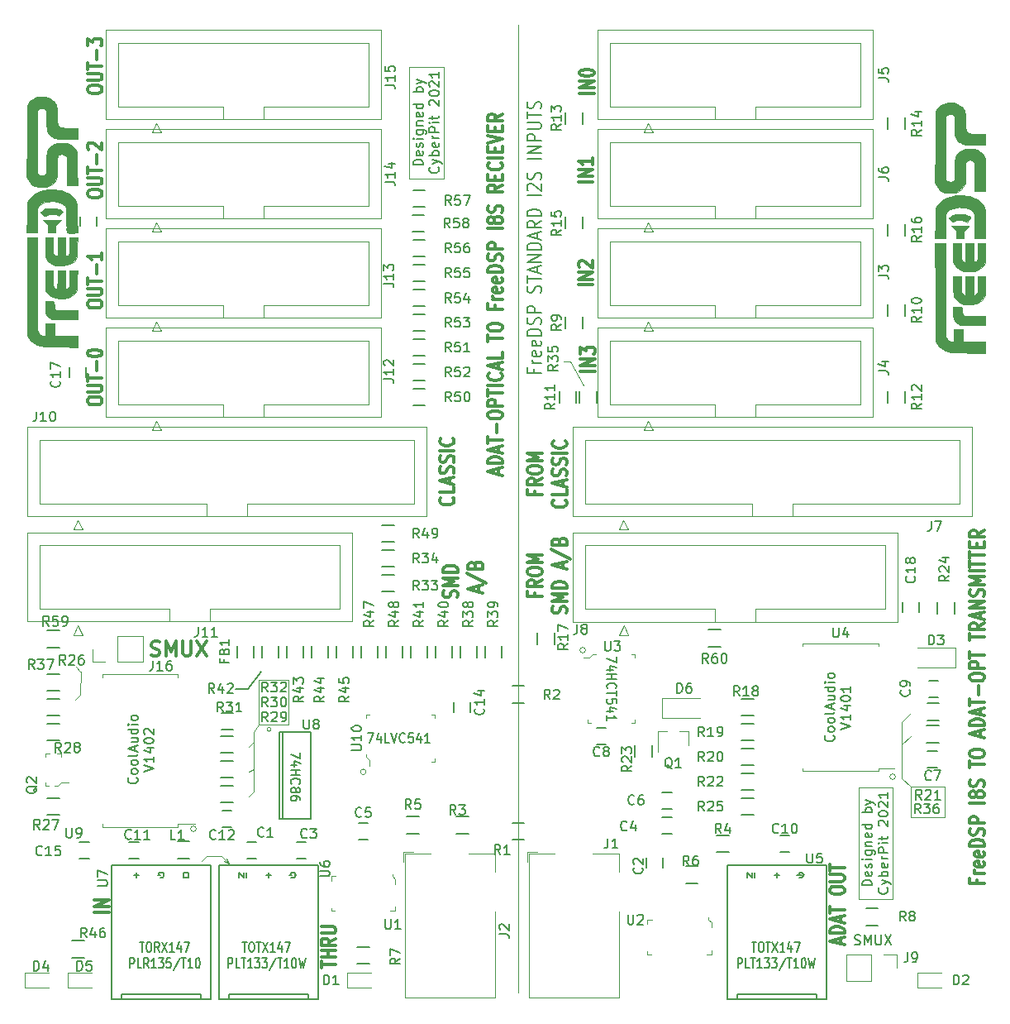
<source format=gto>
G04 #@! TF.GenerationSoftware,KiCad,Pcbnew,(5.1.9-0-10_14)*
G04 #@! TF.CreationDate,2021-08-01T14:36:09+09:00*
G04 #@! TF.ProjectId,ADAT-IO-x4,41444154-2d49-44f2-9d78-342e6b696361,rev?*
G04 #@! TF.SameCoordinates,Original*
G04 #@! TF.FileFunction,Legend,Top*
G04 #@! TF.FilePolarity,Positive*
%FSLAX46Y46*%
G04 Gerber Fmt 4.6, Leading zero omitted, Abs format (unit mm)*
G04 Created by KiCad (PCBNEW (5.1.9-0-10_14)) date 2021-08-01 14:36:09*
%MOMM*%
%LPD*%
G01*
G04 APERTURE LIST*
%ADD10C,0.120000*%
%ADD11C,0.150000*%
%ADD12C,0.300000*%
%ADD13C,0.100000*%
%ADD14C,0.010000*%
G04 APERTURE END LIST*
D10*
X226000000Y-108500000D02*
X229500000Y-108500000D01*
X229500000Y-120000000D02*
X226000000Y-120000000D01*
X226000000Y-120000000D02*
X226000000Y-108500000D01*
X229500000Y-108500000D02*
X229500000Y-120000000D01*
D11*
X227379620Y-118558233D02*
X226379620Y-118558233D01*
X226379620Y-118320138D01*
X226427240Y-118177280D01*
X226522478Y-118082042D01*
X226617716Y-118034423D01*
X226808192Y-117986804D01*
X226951049Y-117986804D01*
X227141525Y-118034423D01*
X227236763Y-118082042D01*
X227332001Y-118177280D01*
X227379620Y-118320138D01*
X227379620Y-118558233D01*
X227332001Y-117177280D02*
X227379620Y-117272519D01*
X227379620Y-117462995D01*
X227332001Y-117558233D01*
X227236763Y-117605852D01*
X226855811Y-117605852D01*
X226760573Y-117558233D01*
X226712954Y-117462995D01*
X226712954Y-117272519D01*
X226760573Y-117177280D01*
X226855811Y-117129661D01*
X226951049Y-117129661D01*
X227046287Y-117605852D01*
X227332001Y-116748709D02*
X227379620Y-116653471D01*
X227379620Y-116462995D01*
X227332001Y-116367757D01*
X227236763Y-116320138D01*
X227189144Y-116320138D01*
X227093906Y-116367757D01*
X227046287Y-116462995D01*
X227046287Y-116605852D01*
X226998668Y-116701090D01*
X226903430Y-116748709D01*
X226855811Y-116748709D01*
X226760573Y-116701090D01*
X226712954Y-116605852D01*
X226712954Y-116462995D01*
X226760573Y-116367757D01*
X227379620Y-115891566D02*
X226712954Y-115891566D01*
X226379620Y-115891566D02*
X226427240Y-115939185D01*
X226474859Y-115891566D01*
X226427240Y-115843947D01*
X226379620Y-115891566D01*
X226474859Y-115891566D01*
X226712954Y-114986804D02*
X227522478Y-114986804D01*
X227617716Y-115034423D01*
X227665335Y-115082042D01*
X227712954Y-115177280D01*
X227712954Y-115320138D01*
X227665335Y-115415376D01*
X227332001Y-114986804D02*
X227379620Y-115082042D01*
X227379620Y-115272519D01*
X227332001Y-115367757D01*
X227284382Y-115415376D01*
X227189144Y-115462995D01*
X226903430Y-115462995D01*
X226808192Y-115415376D01*
X226760573Y-115367757D01*
X226712954Y-115272519D01*
X226712954Y-115082042D01*
X226760573Y-114986804D01*
X226712954Y-114510614D02*
X227379620Y-114510614D01*
X226808192Y-114510614D02*
X226760573Y-114462995D01*
X226712954Y-114367757D01*
X226712954Y-114224900D01*
X226760573Y-114129661D01*
X226855811Y-114082042D01*
X227379620Y-114082042D01*
X227332001Y-113224900D02*
X227379620Y-113320138D01*
X227379620Y-113510614D01*
X227332001Y-113605852D01*
X227236763Y-113653471D01*
X226855811Y-113653471D01*
X226760573Y-113605852D01*
X226712954Y-113510614D01*
X226712954Y-113320138D01*
X226760573Y-113224900D01*
X226855811Y-113177280D01*
X226951049Y-113177280D01*
X227046287Y-113653471D01*
X227379620Y-112320138D02*
X226379620Y-112320138D01*
X227332001Y-112320138D02*
X227379620Y-112415376D01*
X227379620Y-112605852D01*
X227332001Y-112701090D01*
X227284382Y-112748709D01*
X227189144Y-112796328D01*
X226903430Y-112796328D01*
X226808192Y-112748709D01*
X226760573Y-112701090D01*
X226712954Y-112605852D01*
X226712954Y-112415376D01*
X226760573Y-112320138D01*
X227379620Y-111082042D02*
X226379620Y-111082042D01*
X226760573Y-111082042D02*
X226712954Y-110986804D01*
X226712954Y-110796328D01*
X226760573Y-110701090D01*
X226808192Y-110653471D01*
X226903430Y-110605852D01*
X227189144Y-110605852D01*
X227284382Y-110653471D01*
X227332001Y-110701090D01*
X227379620Y-110796328D01*
X227379620Y-110986804D01*
X227332001Y-111082042D01*
X226712954Y-110272519D02*
X227379620Y-110034423D01*
X226712954Y-109796328D02*
X227379620Y-110034423D01*
X227617716Y-110129661D01*
X227665335Y-110177280D01*
X227712954Y-110272519D01*
X228934382Y-118796328D02*
X228982001Y-118843947D01*
X229029620Y-118986804D01*
X229029620Y-119082042D01*
X228982001Y-119224900D01*
X228886763Y-119320138D01*
X228791525Y-119367757D01*
X228601049Y-119415376D01*
X228458192Y-119415376D01*
X228267716Y-119367757D01*
X228172478Y-119320138D01*
X228077240Y-119224900D01*
X228029620Y-119082042D01*
X228029620Y-118986804D01*
X228077240Y-118843947D01*
X228124859Y-118796328D01*
X228362954Y-118462995D02*
X229029620Y-118224900D01*
X228362954Y-117986804D02*
X229029620Y-118224900D01*
X229267716Y-118320138D01*
X229315335Y-118367757D01*
X229362954Y-118462995D01*
X229029620Y-117605852D02*
X228029620Y-117605852D01*
X228410573Y-117605852D02*
X228362954Y-117510614D01*
X228362954Y-117320138D01*
X228410573Y-117224900D01*
X228458192Y-117177280D01*
X228553430Y-117129661D01*
X228839144Y-117129661D01*
X228934382Y-117177280D01*
X228982001Y-117224900D01*
X229029620Y-117320138D01*
X229029620Y-117510614D01*
X228982001Y-117605852D01*
X228982001Y-116320138D02*
X229029620Y-116415376D01*
X229029620Y-116605852D01*
X228982001Y-116701090D01*
X228886763Y-116748709D01*
X228505811Y-116748709D01*
X228410573Y-116701090D01*
X228362954Y-116605852D01*
X228362954Y-116415376D01*
X228410573Y-116320138D01*
X228505811Y-116272519D01*
X228601049Y-116272519D01*
X228696287Y-116748709D01*
X229029620Y-115843947D02*
X228362954Y-115843947D01*
X228553430Y-115843947D02*
X228458192Y-115796328D01*
X228410573Y-115748709D01*
X228362954Y-115653471D01*
X228362954Y-115558233D01*
X229029620Y-115224900D02*
X228029620Y-115224900D01*
X228029620Y-114843947D01*
X228077240Y-114748709D01*
X228124859Y-114701090D01*
X228220097Y-114653471D01*
X228362954Y-114653471D01*
X228458192Y-114701090D01*
X228505811Y-114748709D01*
X228553430Y-114843947D01*
X228553430Y-115224900D01*
X229029620Y-114224900D02*
X228362954Y-114224900D01*
X228029620Y-114224900D02*
X228077240Y-114272519D01*
X228124859Y-114224900D01*
X228077240Y-114177280D01*
X228029620Y-114224900D01*
X228124859Y-114224900D01*
X228362954Y-113891566D02*
X228362954Y-113510614D01*
X228029620Y-113748709D02*
X228886763Y-113748709D01*
X228982001Y-113701090D01*
X229029620Y-113605852D01*
X229029620Y-113510614D01*
X228124859Y-112462995D02*
X228077240Y-112415376D01*
X228029620Y-112320138D01*
X228029620Y-112082042D01*
X228077240Y-111986804D01*
X228124859Y-111939185D01*
X228220097Y-111891566D01*
X228315335Y-111891566D01*
X228458192Y-111939185D01*
X229029620Y-112510614D01*
X229029620Y-111891566D01*
X228029620Y-111272519D02*
X228029620Y-111177280D01*
X228077240Y-111082042D01*
X228124859Y-111034423D01*
X228220097Y-110986804D01*
X228410573Y-110939185D01*
X228648668Y-110939185D01*
X228839144Y-110986804D01*
X228934382Y-111034423D01*
X228982001Y-111082042D01*
X229029620Y-111177280D01*
X229029620Y-111272519D01*
X228982001Y-111367757D01*
X228934382Y-111415376D01*
X228839144Y-111462995D01*
X228648668Y-111510614D01*
X228410573Y-111510614D01*
X228220097Y-111462995D01*
X228124859Y-111415376D01*
X228077240Y-111367757D01*
X228029620Y-111272519D01*
X228124859Y-110558233D02*
X228077240Y-110510614D01*
X228029620Y-110415376D01*
X228029620Y-110177280D01*
X228077240Y-110082042D01*
X228124859Y-110034423D01*
X228220097Y-109986804D01*
X228315335Y-109986804D01*
X228458192Y-110034423D01*
X229029620Y-110605852D01*
X229029620Y-109986804D01*
X229029620Y-109034423D02*
X229029620Y-109605852D01*
X229029620Y-109320138D02*
X228029620Y-109320138D01*
X228172478Y-109415376D01*
X228267716Y-109510614D01*
X228315335Y-109605852D01*
D10*
X180000000Y-34750000D02*
X183500000Y-34750000D01*
X180000000Y-46250000D02*
X180000000Y-34750000D01*
X183500000Y-46250000D02*
X180000000Y-46250000D01*
X183500000Y-34750000D02*
X183500000Y-46250000D01*
D11*
X181379620Y-44808233D02*
X180379620Y-44808233D01*
X180379620Y-44570138D01*
X180427240Y-44427280D01*
X180522478Y-44332042D01*
X180617716Y-44284423D01*
X180808192Y-44236804D01*
X180951049Y-44236804D01*
X181141525Y-44284423D01*
X181236763Y-44332042D01*
X181332001Y-44427280D01*
X181379620Y-44570138D01*
X181379620Y-44808233D01*
X181332001Y-43427280D02*
X181379620Y-43522519D01*
X181379620Y-43712995D01*
X181332001Y-43808233D01*
X181236763Y-43855852D01*
X180855811Y-43855852D01*
X180760573Y-43808233D01*
X180712954Y-43712995D01*
X180712954Y-43522519D01*
X180760573Y-43427280D01*
X180855811Y-43379661D01*
X180951049Y-43379661D01*
X181046287Y-43855852D01*
X181332001Y-42998709D02*
X181379620Y-42903471D01*
X181379620Y-42712995D01*
X181332001Y-42617757D01*
X181236763Y-42570138D01*
X181189144Y-42570138D01*
X181093906Y-42617757D01*
X181046287Y-42712995D01*
X181046287Y-42855852D01*
X180998668Y-42951090D01*
X180903430Y-42998709D01*
X180855811Y-42998709D01*
X180760573Y-42951090D01*
X180712954Y-42855852D01*
X180712954Y-42712995D01*
X180760573Y-42617757D01*
X181379620Y-42141566D02*
X180712954Y-42141566D01*
X180379620Y-42141566D02*
X180427240Y-42189185D01*
X180474859Y-42141566D01*
X180427240Y-42093947D01*
X180379620Y-42141566D01*
X180474859Y-42141566D01*
X180712954Y-41236804D02*
X181522478Y-41236804D01*
X181617716Y-41284423D01*
X181665335Y-41332042D01*
X181712954Y-41427280D01*
X181712954Y-41570138D01*
X181665335Y-41665376D01*
X181332001Y-41236804D02*
X181379620Y-41332042D01*
X181379620Y-41522519D01*
X181332001Y-41617757D01*
X181284382Y-41665376D01*
X181189144Y-41712995D01*
X180903430Y-41712995D01*
X180808192Y-41665376D01*
X180760573Y-41617757D01*
X180712954Y-41522519D01*
X180712954Y-41332042D01*
X180760573Y-41236804D01*
X180712954Y-40760614D02*
X181379620Y-40760614D01*
X180808192Y-40760614D02*
X180760573Y-40712995D01*
X180712954Y-40617757D01*
X180712954Y-40474900D01*
X180760573Y-40379661D01*
X180855811Y-40332042D01*
X181379620Y-40332042D01*
X181332001Y-39474900D02*
X181379620Y-39570138D01*
X181379620Y-39760614D01*
X181332001Y-39855852D01*
X181236763Y-39903471D01*
X180855811Y-39903471D01*
X180760573Y-39855852D01*
X180712954Y-39760614D01*
X180712954Y-39570138D01*
X180760573Y-39474900D01*
X180855811Y-39427280D01*
X180951049Y-39427280D01*
X181046287Y-39903471D01*
X181379620Y-38570138D02*
X180379620Y-38570138D01*
X181332001Y-38570138D02*
X181379620Y-38665376D01*
X181379620Y-38855852D01*
X181332001Y-38951090D01*
X181284382Y-38998709D01*
X181189144Y-39046328D01*
X180903430Y-39046328D01*
X180808192Y-38998709D01*
X180760573Y-38951090D01*
X180712954Y-38855852D01*
X180712954Y-38665376D01*
X180760573Y-38570138D01*
X181379620Y-37332042D02*
X180379620Y-37332042D01*
X180760573Y-37332042D02*
X180712954Y-37236804D01*
X180712954Y-37046328D01*
X180760573Y-36951090D01*
X180808192Y-36903471D01*
X180903430Y-36855852D01*
X181189144Y-36855852D01*
X181284382Y-36903471D01*
X181332001Y-36951090D01*
X181379620Y-37046328D01*
X181379620Y-37236804D01*
X181332001Y-37332042D01*
X180712954Y-36522519D02*
X181379620Y-36284423D01*
X180712954Y-36046328D02*
X181379620Y-36284423D01*
X181617716Y-36379661D01*
X181665335Y-36427280D01*
X181712954Y-36522519D01*
X182934382Y-45046328D02*
X182982001Y-45093947D01*
X183029620Y-45236804D01*
X183029620Y-45332042D01*
X182982001Y-45474900D01*
X182886763Y-45570138D01*
X182791525Y-45617757D01*
X182601049Y-45665376D01*
X182458192Y-45665376D01*
X182267716Y-45617757D01*
X182172478Y-45570138D01*
X182077240Y-45474900D01*
X182029620Y-45332042D01*
X182029620Y-45236804D01*
X182077240Y-45093947D01*
X182124859Y-45046328D01*
X182362954Y-44712995D02*
X183029620Y-44474900D01*
X182362954Y-44236804D02*
X183029620Y-44474900D01*
X183267716Y-44570138D01*
X183315335Y-44617757D01*
X183362954Y-44712995D01*
X183029620Y-43855852D02*
X182029620Y-43855852D01*
X182410573Y-43855852D02*
X182362954Y-43760614D01*
X182362954Y-43570138D01*
X182410573Y-43474900D01*
X182458192Y-43427280D01*
X182553430Y-43379661D01*
X182839144Y-43379661D01*
X182934382Y-43427280D01*
X182982001Y-43474900D01*
X183029620Y-43570138D01*
X183029620Y-43760614D01*
X182982001Y-43855852D01*
X182982001Y-42570138D02*
X183029620Y-42665376D01*
X183029620Y-42855852D01*
X182982001Y-42951090D01*
X182886763Y-42998709D01*
X182505811Y-42998709D01*
X182410573Y-42951090D01*
X182362954Y-42855852D01*
X182362954Y-42665376D01*
X182410573Y-42570138D01*
X182505811Y-42522519D01*
X182601049Y-42522519D01*
X182696287Y-42998709D01*
X183029620Y-42093947D02*
X182362954Y-42093947D01*
X182553430Y-42093947D02*
X182458192Y-42046328D01*
X182410573Y-41998709D01*
X182362954Y-41903471D01*
X182362954Y-41808233D01*
X183029620Y-41474900D02*
X182029620Y-41474900D01*
X182029620Y-41093947D01*
X182077240Y-40998709D01*
X182124859Y-40951090D01*
X182220097Y-40903471D01*
X182362954Y-40903471D01*
X182458192Y-40951090D01*
X182505811Y-40998709D01*
X182553430Y-41093947D01*
X182553430Y-41474900D01*
X183029620Y-40474900D02*
X182362954Y-40474900D01*
X182029620Y-40474900D02*
X182077240Y-40522519D01*
X182124859Y-40474900D01*
X182077240Y-40427280D01*
X182029620Y-40474900D01*
X182124859Y-40474900D01*
X182362954Y-40141566D02*
X182362954Y-39760614D01*
X182029620Y-39998709D02*
X182886763Y-39998709D01*
X182982001Y-39951090D01*
X183029620Y-39855852D01*
X183029620Y-39760614D01*
X182124859Y-38712995D02*
X182077240Y-38665376D01*
X182029620Y-38570138D01*
X182029620Y-38332042D01*
X182077240Y-38236804D01*
X182124859Y-38189185D01*
X182220097Y-38141566D01*
X182315335Y-38141566D01*
X182458192Y-38189185D01*
X183029620Y-38760614D01*
X183029620Y-38141566D01*
X182029620Y-37522519D02*
X182029620Y-37427280D01*
X182077240Y-37332042D01*
X182124859Y-37284423D01*
X182220097Y-37236804D01*
X182410573Y-37189185D01*
X182648668Y-37189185D01*
X182839144Y-37236804D01*
X182934382Y-37284423D01*
X182982001Y-37332042D01*
X183029620Y-37427280D01*
X183029620Y-37522519D01*
X182982001Y-37617757D01*
X182934382Y-37665376D01*
X182839144Y-37712995D01*
X182648668Y-37760614D01*
X182410573Y-37760614D01*
X182220097Y-37712995D01*
X182124859Y-37665376D01*
X182077240Y-37617757D01*
X182029620Y-37522519D01*
X182124859Y-36808233D02*
X182077240Y-36760614D01*
X182029620Y-36665376D01*
X182029620Y-36427280D01*
X182077240Y-36332042D01*
X182124859Y-36284423D01*
X182220097Y-36236804D01*
X182315335Y-36236804D01*
X182458192Y-36284423D01*
X183029620Y-36855852D01*
X183029620Y-36236804D01*
X183029620Y-35284423D02*
X183029620Y-35855852D01*
X183029620Y-35570138D02*
X182029620Y-35570138D01*
X182172478Y-35665376D01*
X182267716Y-35760614D01*
X182315335Y-35855852D01*
X225602397Y-124585361D02*
X225745254Y-124632980D01*
X225983349Y-124632980D01*
X226078587Y-124585361D01*
X226126206Y-124537742D01*
X226173825Y-124442504D01*
X226173825Y-124347266D01*
X226126206Y-124252028D01*
X226078587Y-124204409D01*
X225983349Y-124156790D01*
X225792873Y-124109171D01*
X225697635Y-124061552D01*
X225650016Y-124013933D01*
X225602397Y-123918695D01*
X225602397Y-123823457D01*
X225650016Y-123728219D01*
X225697635Y-123680600D01*
X225792873Y-123632980D01*
X226030968Y-123632980D01*
X226173825Y-123680600D01*
X226602397Y-124632980D02*
X226602397Y-123632980D01*
X226935730Y-124347266D01*
X227269063Y-123632980D01*
X227269063Y-124632980D01*
X227745254Y-123632980D02*
X227745254Y-124442504D01*
X227792873Y-124537742D01*
X227840492Y-124585361D01*
X227935730Y-124632980D01*
X228126206Y-124632980D01*
X228221444Y-124585361D01*
X228269063Y-124537742D01*
X228316682Y-124442504D01*
X228316682Y-123632980D01*
X228697635Y-123632980D02*
X229364301Y-124632980D01*
X229364301Y-123632980D02*
X228697635Y-124632980D01*
D12*
X153561445Y-95013862D02*
X153775731Y-95085291D01*
X154132874Y-95085291D01*
X154275731Y-95013862D01*
X154347160Y-94942434D01*
X154418588Y-94799577D01*
X154418588Y-94656720D01*
X154347160Y-94513862D01*
X154275731Y-94442434D01*
X154132874Y-94371005D01*
X153847160Y-94299577D01*
X153704302Y-94228148D01*
X153632874Y-94156720D01*
X153561445Y-94013862D01*
X153561445Y-93871005D01*
X153632874Y-93728148D01*
X153704302Y-93656720D01*
X153847160Y-93585291D01*
X154204302Y-93585291D01*
X154418588Y-93656720D01*
X155061445Y-95085291D02*
X155061445Y-93585291D01*
X155561445Y-94656720D01*
X156061445Y-93585291D01*
X156061445Y-95085291D01*
X156775731Y-93585291D02*
X156775731Y-94799577D01*
X156847160Y-94942434D01*
X156918588Y-95013862D01*
X157061445Y-95085291D01*
X157347160Y-95085291D01*
X157490017Y-95013862D01*
X157561445Y-94942434D01*
X157632874Y-94799577D01*
X157632874Y-93585291D01*
X158204302Y-93585291D02*
X159204302Y-95085291D01*
X159204302Y-93585291D02*
X158204302Y-95085291D01*
D10*
X231368600Y-111607600D02*
X231368600Y-108458000D01*
X234823000Y-111556800D02*
X231368600Y-111607600D01*
X234823000Y-108432600D02*
X234823000Y-111556800D01*
X231343200Y-108432600D02*
X234823000Y-108432600D01*
X231394000Y-103251000D02*
X230403400Y-104140000D01*
D12*
X170958771Y-127015600D02*
X170958771Y-126329885D01*
X172458771Y-126672742D02*
X170958771Y-126672742D01*
X172458771Y-125929885D02*
X170958771Y-125929885D01*
X171673057Y-125929885D02*
X171673057Y-125244171D01*
X172458771Y-125244171D02*
X170958771Y-125244171D01*
X172458771Y-123987028D02*
X171744485Y-124387028D01*
X172458771Y-124672742D02*
X170958771Y-124672742D01*
X170958771Y-124215600D01*
X171030200Y-124101314D01*
X171101628Y-124044171D01*
X171244485Y-123987028D01*
X171458771Y-123987028D01*
X171601628Y-124044171D01*
X171673057Y-124101314D01*
X171744485Y-124215600D01*
X171744485Y-124672742D01*
X170958771Y-123472742D02*
X172173057Y-123472742D01*
X172315914Y-123415600D01*
X172387342Y-123358457D01*
X172458771Y-123244171D01*
X172458771Y-123015600D01*
X172387342Y-122901314D01*
X172315914Y-122844171D01*
X172173057Y-122787028D01*
X170958771Y-122787028D01*
X149192371Y-121278571D02*
X147692371Y-121278571D01*
X149192371Y-120707142D02*
X147692371Y-120707142D01*
X149192371Y-120021428D01*
X147692371Y-120021428D01*
D10*
X165811200Y-102590600D02*
G75*
G03*
X165811200Y-102590600I-203200J0D01*
G01*
X230403400Y-107569000D02*
X231343200Y-108432600D01*
X230403400Y-101828600D02*
X230403400Y-107569000D01*
X231394000Y-100939600D02*
X230403400Y-101828600D01*
X196443600Y-64922400D02*
X195757800Y-64897000D01*
X197815200Y-67386200D02*
X196443600Y-64922400D01*
D11*
X152368571Y-124357380D02*
X152825714Y-124357380D01*
X152597142Y-125357380D02*
X152597142Y-124357380D01*
X153244761Y-124357380D02*
X153397142Y-124357380D01*
X153473333Y-124405000D01*
X153549523Y-124500238D01*
X153587619Y-124690714D01*
X153587619Y-125024047D01*
X153549523Y-125214523D01*
X153473333Y-125309761D01*
X153397142Y-125357380D01*
X153244761Y-125357380D01*
X153168571Y-125309761D01*
X153092380Y-125214523D01*
X153054285Y-125024047D01*
X153054285Y-124690714D01*
X153092380Y-124500238D01*
X153168571Y-124405000D01*
X153244761Y-124357380D01*
X154387619Y-125357380D02*
X154120952Y-124881190D01*
X153930476Y-125357380D02*
X153930476Y-124357380D01*
X154235238Y-124357380D01*
X154311428Y-124405000D01*
X154349523Y-124452619D01*
X154387619Y-124547857D01*
X154387619Y-124690714D01*
X154349523Y-124785952D01*
X154311428Y-124833571D01*
X154235238Y-124881190D01*
X153930476Y-124881190D01*
X154654285Y-124357380D02*
X155187619Y-125357380D01*
X155187619Y-124357380D02*
X154654285Y-125357380D01*
X155911428Y-125357380D02*
X155454285Y-125357380D01*
X155682857Y-125357380D02*
X155682857Y-124357380D01*
X155606666Y-124500238D01*
X155530476Y-124595476D01*
X155454285Y-124643095D01*
X156597142Y-124690714D02*
X156597142Y-125357380D01*
X156406666Y-124309761D02*
X156216190Y-125024047D01*
X156711428Y-125024047D01*
X156940000Y-124357380D02*
X157473333Y-124357380D01*
X157130476Y-125357380D01*
X151378095Y-127007380D02*
X151378095Y-126007380D01*
X151682857Y-126007380D01*
X151759047Y-126055000D01*
X151797142Y-126102619D01*
X151835238Y-126197857D01*
X151835238Y-126340714D01*
X151797142Y-126435952D01*
X151759047Y-126483571D01*
X151682857Y-126531190D01*
X151378095Y-126531190D01*
X152559047Y-127007380D02*
X152178095Y-127007380D01*
X152178095Y-126007380D01*
X153282857Y-127007380D02*
X153016190Y-126531190D01*
X152825714Y-127007380D02*
X152825714Y-126007380D01*
X153130476Y-126007380D01*
X153206666Y-126055000D01*
X153244761Y-126102619D01*
X153282857Y-126197857D01*
X153282857Y-126340714D01*
X153244761Y-126435952D01*
X153206666Y-126483571D01*
X153130476Y-126531190D01*
X152825714Y-126531190D01*
X154044761Y-127007380D02*
X153587619Y-127007380D01*
X153816190Y-127007380D02*
X153816190Y-126007380D01*
X153740000Y-126150238D01*
X153663809Y-126245476D01*
X153587619Y-126293095D01*
X154311428Y-126007380D02*
X154806666Y-126007380D01*
X154540000Y-126388333D01*
X154654285Y-126388333D01*
X154730476Y-126435952D01*
X154768571Y-126483571D01*
X154806666Y-126578809D01*
X154806666Y-126816904D01*
X154768571Y-126912142D01*
X154730476Y-126959761D01*
X154654285Y-127007380D01*
X154425714Y-127007380D01*
X154349523Y-126959761D01*
X154311428Y-126912142D01*
X155530476Y-126007380D02*
X155149523Y-126007380D01*
X155111428Y-126483571D01*
X155149523Y-126435952D01*
X155225714Y-126388333D01*
X155416190Y-126388333D01*
X155492380Y-126435952D01*
X155530476Y-126483571D01*
X155568571Y-126578809D01*
X155568571Y-126816904D01*
X155530476Y-126912142D01*
X155492380Y-126959761D01*
X155416190Y-127007380D01*
X155225714Y-127007380D01*
X155149523Y-126959761D01*
X155111428Y-126912142D01*
X156482857Y-125959761D02*
X155797142Y-127245476D01*
X156635238Y-126007380D02*
X157092380Y-126007380D01*
X156863809Y-127007380D02*
X156863809Y-126007380D01*
X157778095Y-127007380D02*
X157320952Y-127007380D01*
X157549523Y-127007380D02*
X157549523Y-126007380D01*
X157473333Y-126150238D01*
X157397142Y-126245476D01*
X157320952Y-126293095D01*
X158273333Y-126007380D02*
X158349523Y-126007380D01*
X158425714Y-126055000D01*
X158463809Y-126102619D01*
X158501904Y-126197857D01*
X158540000Y-126388333D01*
X158540000Y-126626428D01*
X158501904Y-126816904D01*
X158463809Y-126912142D01*
X158425714Y-126959761D01*
X158349523Y-127007380D01*
X158273333Y-127007380D01*
X158197142Y-126959761D01*
X158159047Y-126912142D01*
X158120952Y-126816904D01*
X158082857Y-126626428D01*
X158082857Y-126388333D01*
X158120952Y-126197857D01*
X158159047Y-126102619D01*
X158197142Y-126055000D01*
X158273333Y-126007380D01*
X162877809Y-124357380D02*
X163334952Y-124357380D01*
X163106380Y-125357380D02*
X163106380Y-124357380D01*
X163754000Y-124357380D02*
X163906380Y-124357380D01*
X163982571Y-124405000D01*
X164058761Y-124500238D01*
X164096857Y-124690714D01*
X164096857Y-125024047D01*
X164058761Y-125214523D01*
X163982571Y-125309761D01*
X163906380Y-125357380D01*
X163754000Y-125357380D01*
X163677809Y-125309761D01*
X163601619Y-125214523D01*
X163563523Y-125024047D01*
X163563523Y-124690714D01*
X163601619Y-124500238D01*
X163677809Y-124405000D01*
X163754000Y-124357380D01*
X164325428Y-124357380D02*
X164782571Y-124357380D01*
X164554000Y-125357380D02*
X164554000Y-124357380D01*
X164973047Y-124357380D02*
X165506380Y-125357380D01*
X165506380Y-124357380D02*
X164973047Y-125357380D01*
X166230190Y-125357380D02*
X165773047Y-125357380D01*
X166001619Y-125357380D02*
X166001619Y-124357380D01*
X165925428Y-124500238D01*
X165849238Y-124595476D01*
X165773047Y-124643095D01*
X166915904Y-124690714D02*
X166915904Y-125357380D01*
X166725428Y-124309761D02*
X166534952Y-125024047D01*
X167030190Y-125024047D01*
X167258761Y-124357380D02*
X167792095Y-124357380D01*
X167449238Y-125357380D01*
X161430190Y-127007380D02*
X161430190Y-126007380D01*
X161734952Y-126007380D01*
X161811142Y-126055000D01*
X161849238Y-126102619D01*
X161887333Y-126197857D01*
X161887333Y-126340714D01*
X161849238Y-126435952D01*
X161811142Y-126483571D01*
X161734952Y-126531190D01*
X161430190Y-126531190D01*
X162611142Y-127007380D02*
X162230190Y-127007380D01*
X162230190Y-126007380D01*
X162763523Y-126007380D02*
X163220666Y-126007380D01*
X162992095Y-127007380D02*
X162992095Y-126007380D01*
X163906380Y-127007380D02*
X163449238Y-127007380D01*
X163677809Y-127007380D02*
X163677809Y-126007380D01*
X163601619Y-126150238D01*
X163525428Y-126245476D01*
X163449238Y-126293095D01*
X164173047Y-126007380D02*
X164668285Y-126007380D01*
X164401619Y-126388333D01*
X164515904Y-126388333D01*
X164592095Y-126435952D01*
X164630190Y-126483571D01*
X164668285Y-126578809D01*
X164668285Y-126816904D01*
X164630190Y-126912142D01*
X164592095Y-126959761D01*
X164515904Y-127007380D01*
X164287333Y-127007380D01*
X164211142Y-126959761D01*
X164173047Y-126912142D01*
X164934952Y-126007380D02*
X165430190Y-126007380D01*
X165163523Y-126388333D01*
X165277809Y-126388333D01*
X165354000Y-126435952D01*
X165392095Y-126483571D01*
X165430190Y-126578809D01*
X165430190Y-126816904D01*
X165392095Y-126912142D01*
X165354000Y-126959761D01*
X165277809Y-127007380D01*
X165049238Y-127007380D01*
X164973047Y-126959761D01*
X164934952Y-126912142D01*
X166344476Y-125959761D02*
X165658761Y-127245476D01*
X166496857Y-126007380D02*
X166954000Y-126007380D01*
X166725428Y-127007380D02*
X166725428Y-126007380D01*
X167639714Y-127007380D02*
X167182571Y-127007380D01*
X167411142Y-127007380D02*
X167411142Y-126007380D01*
X167334952Y-126150238D01*
X167258761Y-126245476D01*
X167182571Y-126293095D01*
X168134952Y-126007380D02*
X168211142Y-126007380D01*
X168287333Y-126055000D01*
X168325428Y-126102619D01*
X168363523Y-126197857D01*
X168401619Y-126388333D01*
X168401619Y-126626428D01*
X168363523Y-126816904D01*
X168325428Y-126912142D01*
X168287333Y-126959761D01*
X168211142Y-127007380D01*
X168134952Y-127007380D01*
X168058761Y-126959761D01*
X168020666Y-126912142D01*
X167982571Y-126816904D01*
X167944476Y-126626428D01*
X167944476Y-126388333D01*
X167982571Y-126197857D01*
X168020666Y-126102619D01*
X168058761Y-126055000D01*
X168134952Y-126007380D01*
X168668285Y-126007380D02*
X168858761Y-127007380D01*
X169011142Y-126293095D01*
X169163523Y-127007380D01*
X169354000Y-126007380D01*
X215074809Y-124357380D02*
X215531952Y-124357380D01*
X215303380Y-125357380D02*
X215303380Y-124357380D01*
X215951000Y-124357380D02*
X216103380Y-124357380D01*
X216179571Y-124405000D01*
X216255761Y-124500238D01*
X216293857Y-124690714D01*
X216293857Y-125024047D01*
X216255761Y-125214523D01*
X216179571Y-125309761D01*
X216103380Y-125357380D01*
X215951000Y-125357380D01*
X215874809Y-125309761D01*
X215798619Y-125214523D01*
X215760523Y-125024047D01*
X215760523Y-124690714D01*
X215798619Y-124500238D01*
X215874809Y-124405000D01*
X215951000Y-124357380D01*
X216522428Y-124357380D02*
X216979571Y-124357380D01*
X216751000Y-125357380D02*
X216751000Y-124357380D01*
X217170047Y-124357380D02*
X217703380Y-125357380D01*
X217703380Y-124357380D02*
X217170047Y-125357380D01*
X218427190Y-125357380D02*
X217970047Y-125357380D01*
X218198619Y-125357380D02*
X218198619Y-124357380D01*
X218122428Y-124500238D01*
X218046238Y-124595476D01*
X217970047Y-124643095D01*
X219112904Y-124690714D02*
X219112904Y-125357380D01*
X218922428Y-124309761D02*
X218731952Y-125024047D01*
X219227190Y-125024047D01*
X219455761Y-124357380D02*
X219989095Y-124357380D01*
X219646238Y-125357380D01*
X213627190Y-127007380D02*
X213627190Y-126007380D01*
X213931952Y-126007380D01*
X214008142Y-126055000D01*
X214046238Y-126102619D01*
X214084333Y-126197857D01*
X214084333Y-126340714D01*
X214046238Y-126435952D01*
X214008142Y-126483571D01*
X213931952Y-126531190D01*
X213627190Y-126531190D01*
X214808142Y-127007380D02*
X214427190Y-127007380D01*
X214427190Y-126007380D01*
X214960523Y-126007380D02*
X215417666Y-126007380D01*
X215189095Y-127007380D02*
X215189095Y-126007380D01*
X216103380Y-127007380D02*
X215646238Y-127007380D01*
X215874809Y-127007380D02*
X215874809Y-126007380D01*
X215798619Y-126150238D01*
X215722428Y-126245476D01*
X215646238Y-126293095D01*
X216370047Y-126007380D02*
X216865285Y-126007380D01*
X216598619Y-126388333D01*
X216712904Y-126388333D01*
X216789095Y-126435952D01*
X216827190Y-126483571D01*
X216865285Y-126578809D01*
X216865285Y-126816904D01*
X216827190Y-126912142D01*
X216789095Y-126959761D01*
X216712904Y-127007380D01*
X216484333Y-127007380D01*
X216408142Y-126959761D01*
X216370047Y-126912142D01*
X217131952Y-126007380D02*
X217627190Y-126007380D01*
X217360523Y-126388333D01*
X217474809Y-126388333D01*
X217551000Y-126435952D01*
X217589095Y-126483571D01*
X217627190Y-126578809D01*
X217627190Y-126816904D01*
X217589095Y-126912142D01*
X217551000Y-126959761D01*
X217474809Y-127007380D01*
X217246238Y-127007380D01*
X217170047Y-126959761D01*
X217131952Y-126912142D01*
X218541476Y-125959761D02*
X217855761Y-127245476D01*
X218693857Y-126007380D02*
X219151000Y-126007380D01*
X218922428Y-127007380D02*
X218922428Y-126007380D01*
X219836714Y-127007380D02*
X219379571Y-127007380D01*
X219608142Y-127007380D02*
X219608142Y-126007380D01*
X219531952Y-126150238D01*
X219455761Y-126245476D01*
X219379571Y-126293095D01*
X220331952Y-126007380D02*
X220408142Y-126007380D01*
X220484333Y-126055000D01*
X220522428Y-126102619D01*
X220560523Y-126197857D01*
X220598619Y-126388333D01*
X220598619Y-126626428D01*
X220560523Y-126816904D01*
X220522428Y-126912142D01*
X220484333Y-126959761D01*
X220408142Y-127007380D01*
X220331952Y-127007380D01*
X220255761Y-126959761D01*
X220217666Y-126912142D01*
X220179571Y-126816904D01*
X220141476Y-126626428D01*
X220141476Y-126388333D01*
X220179571Y-126197857D01*
X220217666Y-126102619D01*
X220255761Y-126055000D01*
X220331952Y-126007380D01*
X220865285Y-126007380D02*
X221055761Y-127007380D01*
X221208142Y-126293095D01*
X221360523Y-127007380D01*
X221551000Y-126007380D01*
X192755057Y-65704942D02*
X192755057Y-66104942D01*
X193540771Y-66104942D02*
X192040771Y-66104942D01*
X192040771Y-65533514D01*
X193540771Y-65076371D02*
X192540771Y-65076371D01*
X192826485Y-65076371D02*
X192683628Y-65019228D01*
X192612200Y-64962085D01*
X192540771Y-64847800D01*
X192540771Y-64733514D01*
X193469342Y-63876371D02*
X193540771Y-63990657D01*
X193540771Y-64219228D01*
X193469342Y-64333514D01*
X193326485Y-64390657D01*
X192755057Y-64390657D01*
X192612200Y-64333514D01*
X192540771Y-64219228D01*
X192540771Y-63990657D01*
X192612200Y-63876371D01*
X192755057Y-63819228D01*
X192897914Y-63819228D01*
X193040771Y-64390657D01*
X193469342Y-62847800D02*
X193540771Y-62962085D01*
X193540771Y-63190657D01*
X193469342Y-63304942D01*
X193326485Y-63362085D01*
X192755057Y-63362085D01*
X192612200Y-63304942D01*
X192540771Y-63190657D01*
X192540771Y-62962085D01*
X192612200Y-62847800D01*
X192755057Y-62790657D01*
X192897914Y-62790657D01*
X193040771Y-63362085D01*
X193540771Y-62276371D02*
X192040771Y-62276371D01*
X192040771Y-61990657D01*
X192112200Y-61819228D01*
X192255057Y-61704942D01*
X192397914Y-61647800D01*
X192683628Y-61590657D01*
X192897914Y-61590657D01*
X193183628Y-61647800D01*
X193326485Y-61704942D01*
X193469342Y-61819228D01*
X193540771Y-61990657D01*
X193540771Y-62276371D01*
X193469342Y-61133514D02*
X193540771Y-60962085D01*
X193540771Y-60676371D01*
X193469342Y-60562085D01*
X193397914Y-60504942D01*
X193255057Y-60447800D01*
X193112200Y-60447800D01*
X192969342Y-60504942D01*
X192897914Y-60562085D01*
X192826485Y-60676371D01*
X192755057Y-60904942D01*
X192683628Y-61019228D01*
X192612200Y-61076371D01*
X192469342Y-61133514D01*
X192326485Y-61133514D01*
X192183628Y-61076371D01*
X192112200Y-61019228D01*
X192040771Y-60904942D01*
X192040771Y-60619228D01*
X192112200Y-60447800D01*
X193540771Y-59933514D02*
X192040771Y-59933514D01*
X192040771Y-59476371D01*
X192112200Y-59362085D01*
X192183628Y-59304942D01*
X192326485Y-59247800D01*
X192540771Y-59247800D01*
X192683628Y-59304942D01*
X192755057Y-59362085D01*
X192826485Y-59476371D01*
X192826485Y-59933514D01*
X193469342Y-57876371D02*
X193540771Y-57704942D01*
X193540771Y-57419228D01*
X193469342Y-57304942D01*
X193397914Y-57247800D01*
X193255057Y-57190657D01*
X193112200Y-57190657D01*
X192969342Y-57247800D01*
X192897914Y-57304942D01*
X192826485Y-57419228D01*
X192755057Y-57647800D01*
X192683628Y-57762085D01*
X192612200Y-57819228D01*
X192469342Y-57876371D01*
X192326485Y-57876371D01*
X192183628Y-57819228D01*
X192112200Y-57762085D01*
X192040771Y-57647800D01*
X192040771Y-57362085D01*
X192112200Y-57190657D01*
X192040771Y-56847800D02*
X192040771Y-56162085D01*
X193540771Y-56504942D02*
X192040771Y-56504942D01*
X193112200Y-55819228D02*
X193112200Y-55247800D01*
X193540771Y-55933514D02*
X192040771Y-55533514D01*
X193540771Y-55133514D01*
X193540771Y-54733514D02*
X192040771Y-54733514D01*
X193540771Y-54047800D01*
X192040771Y-54047800D01*
X193540771Y-53476371D02*
X192040771Y-53476371D01*
X192040771Y-53190657D01*
X192112200Y-53019228D01*
X192255057Y-52904942D01*
X192397914Y-52847800D01*
X192683628Y-52790657D01*
X192897914Y-52790657D01*
X193183628Y-52847800D01*
X193326485Y-52904942D01*
X193469342Y-53019228D01*
X193540771Y-53190657D01*
X193540771Y-53476371D01*
X193112200Y-52333514D02*
X193112200Y-51762085D01*
X193540771Y-52447800D02*
X192040771Y-52047800D01*
X193540771Y-51647800D01*
X193540771Y-50562085D02*
X192826485Y-50962085D01*
X193540771Y-51247800D02*
X192040771Y-51247800D01*
X192040771Y-50790657D01*
X192112200Y-50676371D01*
X192183628Y-50619228D01*
X192326485Y-50562085D01*
X192540771Y-50562085D01*
X192683628Y-50619228D01*
X192755057Y-50676371D01*
X192826485Y-50790657D01*
X192826485Y-51247800D01*
X193540771Y-50047800D02*
X192040771Y-50047800D01*
X192040771Y-49762085D01*
X192112200Y-49590657D01*
X192255057Y-49476371D01*
X192397914Y-49419228D01*
X192683628Y-49362085D01*
X192897914Y-49362085D01*
X193183628Y-49419228D01*
X193326485Y-49476371D01*
X193469342Y-49590657D01*
X193540771Y-49762085D01*
X193540771Y-50047800D01*
X193540771Y-47933514D02*
X192040771Y-47933514D01*
X192183628Y-47419228D02*
X192112200Y-47362085D01*
X192040771Y-47247800D01*
X192040771Y-46962085D01*
X192112200Y-46847800D01*
X192183628Y-46790657D01*
X192326485Y-46733514D01*
X192469342Y-46733514D01*
X192683628Y-46790657D01*
X193540771Y-47476371D01*
X193540771Y-46733514D01*
X193469342Y-46276371D02*
X193540771Y-46104942D01*
X193540771Y-45819228D01*
X193469342Y-45704942D01*
X193397914Y-45647800D01*
X193255057Y-45590657D01*
X193112200Y-45590657D01*
X192969342Y-45647800D01*
X192897914Y-45704942D01*
X192826485Y-45819228D01*
X192755057Y-46047800D01*
X192683628Y-46162085D01*
X192612200Y-46219228D01*
X192469342Y-46276371D01*
X192326485Y-46276371D01*
X192183628Y-46219228D01*
X192112200Y-46162085D01*
X192040771Y-46047800D01*
X192040771Y-45762085D01*
X192112200Y-45590657D01*
X193540771Y-44162085D02*
X192040771Y-44162085D01*
X193540771Y-43590657D02*
X192040771Y-43590657D01*
X193540771Y-42904942D01*
X192040771Y-42904942D01*
X193540771Y-42333514D02*
X192040771Y-42333514D01*
X192040771Y-41876371D01*
X192112200Y-41762085D01*
X192183628Y-41704942D01*
X192326485Y-41647800D01*
X192540771Y-41647800D01*
X192683628Y-41704942D01*
X192755057Y-41762085D01*
X192826485Y-41876371D01*
X192826485Y-42333514D01*
X192040771Y-41133514D02*
X193255057Y-41133514D01*
X193397914Y-41076371D01*
X193469342Y-41019228D01*
X193540771Y-40904942D01*
X193540771Y-40676371D01*
X193469342Y-40562085D01*
X193397914Y-40504942D01*
X193255057Y-40447800D01*
X192040771Y-40447800D01*
X192040771Y-40047800D02*
X192040771Y-39362085D01*
X193540771Y-39704942D02*
X192040771Y-39704942D01*
X193469342Y-39019228D02*
X193540771Y-38847800D01*
X193540771Y-38562085D01*
X193469342Y-38447800D01*
X193397914Y-38390657D01*
X193255057Y-38333514D01*
X193112200Y-38333514D01*
X192969342Y-38390657D01*
X192897914Y-38447800D01*
X192826485Y-38562085D01*
X192755057Y-38790657D01*
X192683628Y-38904942D01*
X192612200Y-38962085D01*
X192469342Y-39019228D01*
X192326485Y-39019228D01*
X192183628Y-38962085D01*
X192112200Y-38904942D01*
X192040771Y-38790657D01*
X192040771Y-38504942D01*
X192112200Y-38333514D01*
X163449000Y-98425000D02*
X162179000Y-98425000D01*
X164846000Y-96647000D02*
X163449000Y-98425000D01*
D10*
X158144981Y-112776000D02*
G75*
G03*
X158144981Y-112776000I-283981J0D01*
G01*
X175543981Y-106934000D02*
G75*
G03*
X175543981Y-106934000I-283981J0D01*
G01*
X198022981Y-94488000D02*
G75*
G03*
X198022981Y-94488000I-283981J0D01*
G01*
X229772981Y-107442000D02*
G75*
G03*
X229772981Y-107442000I-283981J0D01*
G01*
D11*
X223433142Y-103210952D02*
X223480761Y-103258571D01*
X223528380Y-103401428D01*
X223528380Y-103496666D01*
X223480761Y-103639523D01*
X223385523Y-103734761D01*
X223290285Y-103782380D01*
X223099809Y-103830000D01*
X222956952Y-103830000D01*
X222766476Y-103782380D01*
X222671238Y-103734761D01*
X222576000Y-103639523D01*
X222528380Y-103496666D01*
X222528380Y-103401428D01*
X222576000Y-103258571D01*
X222623619Y-103210952D01*
X223528380Y-102639523D02*
X223480761Y-102734761D01*
X223433142Y-102782380D01*
X223337904Y-102830000D01*
X223052190Y-102830000D01*
X222956952Y-102782380D01*
X222909333Y-102734761D01*
X222861714Y-102639523D01*
X222861714Y-102496666D01*
X222909333Y-102401428D01*
X222956952Y-102353809D01*
X223052190Y-102306190D01*
X223337904Y-102306190D01*
X223433142Y-102353809D01*
X223480761Y-102401428D01*
X223528380Y-102496666D01*
X223528380Y-102639523D01*
X223528380Y-101734761D02*
X223480761Y-101830000D01*
X223433142Y-101877619D01*
X223337904Y-101925238D01*
X223052190Y-101925238D01*
X222956952Y-101877619D01*
X222909333Y-101830000D01*
X222861714Y-101734761D01*
X222861714Y-101591904D01*
X222909333Y-101496666D01*
X222956952Y-101449047D01*
X223052190Y-101401428D01*
X223337904Y-101401428D01*
X223433142Y-101449047D01*
X223480761Y-101496666D01*
X223528380Y-101591904D01*
X223528380Y-101734761D01*
X223528380Y-100830000D02*
X223480761Y-100925238D01*
X223385523Y-100972857D01*
X222528380Y-100972857D01*
X223242666Y-100496666D02*
X223242666Y-100020476D01*
X223528380Y-100591904D02*
X222528380Y-100258571D01*
X223528380Y-99925238D01*
X222861714Y-99163333D02*
X223528380Y-99163333D01*
X222861714Y-99591904D02*
X223385523Y-99591904D01*
X223480761Y-99544285D01*
X223528380Y-99449047D01*
X223528380Y-99306190D01*
X223480761Y-99210952D01*
X223433142Y-99163333D01*
X223528380Y-98258571D02*
X222528380Y-98258571D01*
X223480761Y-98258571D02*
X223528380Y-98353809D01*
X223528380Y-98544285D01*
X223480761Y-98639523D01*
X223433142Y-98687142D01*
X223337904Y-98734761D01*
X223052190Y-98734761D01*
X222956952Y-98687142D01*
X222909333Y-98639523D01*
X222861714Y-98544285D01*
X222861714Y-98353809D01*
X222909333Y-98258571D01*
X223528380Y-97782380D02*
X222861714Y-97782380D01*
X222528380Y-97782380D02*
X222576000Y-97830000D01*
X222623619Y-97782380D01*
X222576000Y-97734761D01*
X222528380Y-97782380D01*
X222623619Y-97782380D01*
X223528380Y-97163333D02*
X223480761Y-97258571D01*
X223433142Y-97306190D01*
X223337904Y-97353809D01*
X223052190Y-97353809D01*
X222956952Y-97306190D01*
X222909333Y-97258571D01*
X222861714Y-97163333D01*
X222861714Y-97020476D01*
X222909333Y-96925238D01*
X222956952Y-96877619D01*
X223052190Y-96830000D01*
X223337904Y-96830000D01*
X223433142Y-96877619D01*
X223480761Y-96925238D01*
X223528380Y-97020476D01*
X223528380Y-97163333D01*
X224178380Y-102568095D02*
X225178380Y-102234761D01*
X224178380Y-101901428D01*
X225178380Y-101044285D02*
X225178380Y-101615714D01*
X225178380Y-101330000D02*
X224178380Y-101330000D01*
X224321238Y-101425238D01*
X224416476Y-101520476D01*
X224464095Y-101615714D01*
X224511714Y-100187142D02*
X225178380Y-100187142D01*
X224130761Y-100425238D02*
X224845047Y-100663333D01*
X224845047Y-100044285D01*
X224178380Y-99472857D02*
X224178380Y-99377619D01*
X224226000Y-99282380D01*
X224273619Y-99234761D01*
X224368857Y-99187142D01*
X224559333Y-99139523D01*
X224797428Y-99139523D01*
X224987904Y-99187142D01*
X225083142Y-99234761D01*
X225130761Y-99282380D01*
X225178380Y-99377619D01*
X225178380Y-99472857D01*
X225130761Y-99568095D01*
X225083142Y-99615714D01*
X224987904Y-99663333D01*
X224797428Y-99710952D01*
X224559333Y-99710952D01*
X224368857Y-99663333D01*
X224273619Y-99615714D01*
X224226000Y-99568095D01*
X224178380Y-99472857D01*
X225178380Y-98187142D02*
X225178380Y-98758571D01*
X225178380Y-98472857D02*
X224178380Y-98472857D01*
X224321238Y-98568095D01*
X224416476Y-98663333D01*
X224464095Y-98758571D01*
X152059142Y-107528952D02*
X152106761Y-107576571D01*
X152154380Y-107719428D01*
X152154380Y-107814666D01*
X152106761Y-107957523D01*
X152011523Y-108052761D01*
X151916285Y-108100380D01*
X151725809Y-108148000D01*
X151582952Y-108148000D01*
X151392476Y-108100380D01*
X151297238Y-108052761D01*
X151202000Y-107957523D01*
X151154380Y-107814666D01*
X151154380Y-107719428D01*
X151202000Y-107576571D01*
X151249619Y-107528952D01*
X152154380Y-106957523D02*
X152106761Y-107052761D01*
X152059142Y-107100380D01*
X151963904Y-107148000D01*
X151678190Y-107148000D01*
X151582952Y-107100380D01*
X151535333Y-107052761D01*
X151487714Y-106957523D01*
X151487714Y-106814666D01*
X151535333Y-106719428D01*
X151582952Y-106671809D01*
X151678190Y-106624190D01*
X151963904Y-106624190D01*
X152059142Y-106671809D01*
X152106761Y-106719428D01*
X152154380Y-106814666D01*
X152154380Y-106957523D01*
X152154380Y-106052761D02*
X152106761Y-106148000D01*
X152059142Y-106195619D01*
X151963904Y-106243238D01*
X151678190Y-106243238D01*
X151582952Y-106195619D01*
X151535333Y-106148000D01*
X151487714Y-106052761D01*
X151487714Y-105909904D01*
X151535333Y-105814666D01*
X151582952Y-105767047D01*
X151678190Y-105719428D01*
X151963904Y-105719428D01*
X152059142Y-105767047D01*
X152106761Y-105814666D01*
X152154380Y-105909904D01*
X152154380Y-106052761D01*
X152154380Y-105148000D02*
X152106761Y-105243238D01*
X152011523Y-105290857D01*
X151154380Y-105290857D01*
X151868666Y-104814666D02*
X151868666Y-104338476D01*
X152154380Y-104909904D02*
X151154380Y-104576571D01*
X152154380Y-104243238D01*
X151487714Y-103481333D02*
X152154380Y-103481333D01*
X151487714Y-103909904D02*
X152011523Y-103909904D01*
X152106761Y-103862285D01*
X152154380Y-103767047D01*
X152154380Y-103624190D01*
X152106761Y-103528952D01*
X152059142Y-103481333D01*
X152154380Y-102576571D02*
X151154380Y-102576571D01*
X152106761Y-102576571D02*
X152154380Y-102671809D01*
X152154380Y-102862285D01*
X152106761Y-102957523D01*
X152059142Y-103005142D01*
X151963904Y-103052761D01*
X151678190Y-103052761D01*
X151582952Y-103005142D01*
X151535333Y-102957523D01*
X151487714Y-102862285D01*
X151487714Y-102671809D01*
X151535333Y-102576571D01*
X152154380Y-102100380D02*
X151487714Y-102100380D01*
X151154380Y-102100380D02*
X151202000Y-102148000D01*
X151249619Y-102100380D01*
X151202000Y-102052761D01*
X151154380Y-102100380D01*
X151249619Y-102100380D01*
X152154380Y-101481333D02*
X152106761Y-101576571D01*
X152059142Y-101624190D01*
X151963904Y-101671809D01*
X151678190Y-101671809D01*
X151582952Y-101624190D01*
X151535333Y-101576571D01*
X151487714Y-101481333D01*
X151487714Y-101338476D01*
X151535333Y-101243238D01*
X151582952Y-101195619D01*
X151678190Y-101148000D01*
X151963904Y-101148000D01*
X152059142Y-101195619D01*
X152106761Y-101243238D01*
X152154380Y-101338476D01*
X152154380Y-101481333D01*
X152804380Y-106886095D02*
X153804380Y-106552761D01*
X152804380Y-106219428D01*
X153804380Y-105362285D02*
X153804380Y-105933714D01*
X153804380Y-105648000D02*
X152804380Y-105648000D01*
X152947238Y-105743238D01*
X153042476Y-105838476D01*
X153090095Y-105933714D01*
X153137714Y-104505142D02*
X153804380Y-104505142D01*
X152756761Y-104743238D02*
X153471047Y-104981333D01*
X153471047Y-104362285D01*
X152804380Y-103790857D02*
X152804380Y-103695619D01*
X152852000Y-103600380D01*
X152899619Y-103552761D01*
X152994857Y-103505142D01*
X153185333Y-103457523D01*
X153423428Y-103457523D01*
X153613904Y-103505142D01*
X153709142Y-103552761D01*
X153756761Y-103600380D01*
X153804380Y-103695619D01*
X153804380Y-103790857D01*
X153756761Y-103886095D01*
X153709142Y-103933714D01*
X153613904Y-103981333D01*
X153423428Y-104028952D01*
X153185333Y-104028952D01*
X152994857Y-103981333D01*
X152899619Y-103933714D01*
X152852000Y-103886095D01*
X152804380Y-103790857D01*
X152899619Y-103076571D02*
X152852000Y-103028952D01*
X152804380Y-102933714D01*
X152804380Y-102695619D01*
X152852000Y-102600380D01*
X152899619Y-102552761D01*
X152994857Y-102505142D01*
X153090095Y-102505142D01*
X153232952Y-102552761D01*
X153804380Y-103124190D01*
X153804380Y-102505142D01*
X168822619Y-104934857D02*
X168822619Y-105534857D01*
X167822619Y-105149142D01*
X168489285Y-106263428D02*
X167822619Y-106263428D01*
X168870238Y-106049142D02*
X168155952Y-105834857D01*
X168155952Y-106392000D01*
X167822619Y-106734857D02*
X168822619Y-106734857D01*
X168346428Y-106734857D02*
X168346428Y-107249142D01*
X167822619Y-107249142D02*
X168822619Y-107249142D01*
X167917857Y-108192000D02*
X167870238Y-108149142D01*
X167822619Y-108020571D01*
X167822619Y-107934857D01*
X167870238Y-107806285D01*
X167965476Y-107720571D01*
X168060714Y-107677714D01*
X168251190Y-107634857D01*
X168394047Y-107634857D01*
X168584523Y-107677714D01*
X168679761Y-107720571D01*
X168775000Y-107806285D01*
X168822619Y-107934857D01*
X168822619Y-108020571D01*
X168775000Y-108149142D01*
X168727380Y-108192000D01*
X168394047Y-108706285D02*
X168441666Y-108620571D01*
X168489285Y-108577714D01*
X168584523Y-108534857D01*
X168632142Y-108534857D01*
X168727380Y-108577714D01*
X168775000Y-108620571D01*
X168822619Y-108706285D01*
X168822619Y-108877714D01*
X168775000Y-108963428D01*
X168727380Y-109006285D01*
X168632142Y-109049142D01*
X168584523Y-109049142D01*
X168489285Y-109006285D01*
X168441666Y-108963428D01*
X168394047Y-108877714D01*
X168394047Y-108706285D01*
X168346428Y-108620571D01*
X168298809Y-108577714D01*
X168203571Y-108534857D01*
X168013095Y-108534857D01*
X167917857Y-108577714D01*
X167870238Y-108620571D01*
X167822619Y-108706285D01*
X167822619Y-108877714D01*
X167870238Y-108963428D01*
X167917857Y-109006285D01*
X168013095Y-109049142D01*
X168203571Y-109049142D01*
X168298809Y-109006285D01*
X168346428Y-108963428D01*
X168394047Y-108877714D01*
X168822619Y-109820571D02*
X168822619Y-109649142D01*
X168775000Y-109563428D01*
X168727380Y-109520571D01*
X168584523Y-109434857D01*
X168394047Y-109392000D01*
X168013095Y-109392000D01*
X167917857Y-109434857D01*
X167870238Y-109477714D01*
X167822619Y-109563428D01*
X167822619Y-109734857D01*
X167870238Y-109820571D01*
X167917857Y-109863428D01*
X168013095Y-109906285D01*
X168251190Y-109906285D01*
X168346428Y-109863428D01*
X168394047Y-109820571D01*
X168441666Y-109734857D01*
X168441666Y-109563428D01*
X168394047Y-109477714D01*
X168346428Y-109434857D01*
X168251190Y-109392000D01*
X175728714Y-102957380D02*
X176328714Y-102957380D01*
X175943000Y-103957380D01*
X177057285Y-103290714D02*
X177057285Y-103957380D01*
X176843000Y-102909761D02*
X176628714Y-103624047D01*
X177185857Y-103624047D01*
X177957285Y-103957380D02*
X177528714Y-103957380D01*
X177528714Y-102957380D01*
X178128714Y-102957380D02*
X178428714Y-103957380D01*
X178728714Y-102957380D01*
X179543000Y-103862142D02*
X179500142Y-103909761D01*
X179371571Y-103957380D01*
X179285857Y-103957380D01*
X179157285Y-103909761D01*
X179071571Y-103814523D01*
X179028714Y-103719285D01*
X178985857Y-103528809D01*
X178985857Y-103385952D01*
X179028714Y-103195476D01*
X179071571Y-103100238D01*
X179157285Y-103005000D01*
X179285857Y-102957380D01*
X179371571Y-102957380D01*
X179500142Y-103005000D01*
X179543000Y-103052619D01*
X180357285Y-102957380D02*
X179928714Y-102957380D01*
X179885857Y-103433571D01*
X179928714Y-103385952D01*
X180014428Y-103338333D01*
X180228714Y-103338333D01*
X180314428Y-103385952D01*
X180357285Y-103433571D01*
X180400142Y-103528809D01*
X180400142Y-103766904D01*
X180357285Y-103862142D01*
X180314428Y-103909761D01*
X180228714Y-103957380D01*
X180014428Y-103957380D01*
X179928714Y-103909761D01*
X179885857Y-103862142D01*
X181171571Y-103290714D02*
X181171571Y-103957380D01*
X180957285Y-102909761D02*
X180743000Y-103624047D01*
X181300142Y-103624047D01*
X182114428Y-103957380D02*
X181600142Y-103957380D01*
X181857285Y-103957380D02*
X181857285Y-102957380D01*
X181771571Y-103100238D01*
X181685857Y-103195476D01*
X181600142Y-103243095D01*
X201207619Y-95146428D02*
X201207619Y-95746428D01*
X200207619Y-95360714D01*
X200874285Y-96475000D02*
X200207619Y-96475000D01*
X201255238Y-96260714D02*
X200540952Y-96046428D01*
X200540952Y-96603571D01*
X200207619Y-96946428D02*
X201207619Y-96946428D01*
X200731428Y-96946428D02*
X200731428Y-97460714D01*
X200207619Y-97460714D02*
X201207619Y-97460714D01*
X200302857Y-98403571D02*
X200255238Y-98360714D01*
X200207619Y-98232142D01*
X200207619Y-98146428D01*
X200255238Y-98017857D01*
X200350476Y-97932142D01*
X200445714Y-97889285D01*
X200636190Y-97846428D01*
X200779047Y-97846428D01*
X200969523Y-97889285D01*
X201064761Y-97932142D01*
X201160000Y-98017857D01*
X201207619Y-98146428D01*
X201207619Y-98232142D01*
X201160000Y-98360714D01*
X201112380Y-98403571D01*
X201207619Y-98660714D02*
X201207619Y-99175000D01*
X200207619Y-98917857D02*
X201207619Y-98917857D01*
X201207619Y-99903571D02*
X201207619Y-99475000D01*
X200731428Y-99432142D01*
X200779047Y-99475000D01*
X200826666Y-99560714D01*
X200826666Y-99775000D01*
X200779047Y-99860714D01*
X200731428Y-99903571D01*
X200636190Y-99946428D01*
X200398095Y-99946428D01*
X200302857Y-99903571D01*
X200255238Y-99860714D01*
X200207619Y-99775000D01*
X200207619Y-99560714D01*
X200255238Y-99475000D01*
X200302857Y-99432142D01*
X200874285Y-100717857D02*
X200207619Y-100717857D01*
X201255238Y-100503571D02*
X200540952Y-100289285D01*
X200540952Y-100846428D01*
X200207619Y-101660714D02*
X200207619Y-101146428D01*
X200207619Y-101403571D02*
X201207619Y-101403571D01*
X201064761Y-101317857D01*
X200969523Y-101232142D01*
X200921904Y-101146428D01*
D12*
X189099000Y-76467571D02*
X189099000Y-75896142D01*
X189527571Y-76581857D02*
X188027571Y-76181857D01*
X189527571Y-75781857D01*
X189527571Y-75381857D02*
X188027571Y-75381857D01*
X188027571Y-75096142D01*
X188099000Y-74924714D01*
X188241857Y-74810428D01*
X188384714Y-74753285D01*
X188670428Y-74696142D01*
X188884714Y-74696142D01*
X189170428Y-74753285D01*
X189313285Y-74810428D01*
X189456142Y-74924714D01*
X189527571Y-75096142D01*
X189527571Y-75381857D01*
X189099000Y-74239000D02*
X189099000Y-73667571D01*
X189527571Y-74353285D02*
X188027571Y-73953285D01*
X189527571Y-73553285D01*
X188027571Y-73324714D02*
X188027571Y-72639000D01*
X189527571Y-72981857D02*
X188027571Y-72981857D01*
X188956142Y-72239000D02*
X188956142Y-71324714D01*
X188027571Y-70524714D02*
X188027571Y-70296142D01*
X188099000Y-70181857D01*
X188241857Y-70067571D01*
X188527571Y-70010428D01*
X189027571Y-70010428D01*
X189313285Y-70067571D01*
X189456142Y-70181857D01*
X189527571Y-70296142D01*
X189527571Y-70524714D01*
X189456142Y-70639000D01*
X189313285Y-70753285D01*
X189027571Y-70810428D01*
X188527571Y-70810428D01*
X188241857Y-70753285D01*
X188099000Y-70639000D01*
X188027571Y-70524714D01*
X189527571Y-69496142D02*
X188027571Y-69496142D01*
X188027571Y-69039000D01*
X188099000Y-68924714D01*
X188170428Y-68867571D01*
X188313285Y-68810428D01*
X188527571Y-68810428D01*
X188670428Y-68867571D01*
X188741857Y-68924714D01*
X188813285Y-69039000D01*
X188813285Y-69496142D01*
X188027571Y-68467571D02*
X188027571Y-67781857D01*
X189527571Y-68124714D02*
X188027571Y-68124714D01*
X189527571Y-67381857D02*
X188027571Y-67381857D01*
X189384714Y-66124714D02*
X189456142Y-66181857D01*
X189527571Y-66353285D01*
X189527571Y-66467571D01*
X189456142Y-66639000D01*
X189313285Y-66753285D01*
X189170428Y-66810428D01*
X188884714Y-66867571D01*
X188670428Y-66867571D01*
X188384714Y-66810428D01*
X188241857Y-66753285D01*
X188099000Y-66639000D01*
X188027571Y-66467571D01*
X188027571Y-66353285D01*
X188099000Y-66181857D01*
X188170428Y-66124714D01*
X189099000Y-65667571D02*
X189099000Y-65096142D01*
X189527571Y-65781857D02*
X188027571Y-65381857D01*
X189527571Y-64981857D01*
X189527571Y-64010428D02*
X189527571Y-64581857D01*
X188027571Y-64581857D01*
X188027571Y-62867571D02*
X188027571Y-62181857D01*
X189527571Y-62524714D02*
X188027571Y-62524714D01*
X188027571Y-61553285D02*
X188027571Y-61324714D01*
X188099000Y-61210428D01*
X188241857Y-61096142D01*
X188527571Y-61039000D01*
X189027571Y-61039000D01*
X189313285Y-61096142D01*
X189456142Y-61210428D01*
X189527571Y-61324714D01*
X189527571Y-61553285D01*
X189456142Y-61667571D01*
X189313285Y-61781857D01*
X189027571Y-61839000D01*
X188527571Y-61839000D01*
X188241857Y-61781857D01*
X188099000Y-61667571D01*
X188027571Y-61553285D01*
X188741857Y-59210428D02*
X188741857Y-59610428D01*
X189527571Y-59610428D02*
X188027571Y-59610428D01*
X188027571Y-59039000D01*
X189527571Y-58581857D02*
X188527571Y-58581857D01*
X188813285Y-58581857D02*
X188670428Y-58524714D01*
X188599000Y-58467571D01*
X188527571Y-58353285D01*
X188527571Y-58239000D01*
X189456142Y-57381857D02*
X189527571Y-57496142D01*
X189527571Y-57724714D01*
X189456142Y-57839000D01*
X189313285Y-57896142D01*
X188741857Y-57896142D01*
X188599000Y-57839000D01*
X188527571Y-57724714D01*
X188527571Y-57496142D01*
X188599000Y-57381857D01*
X188741857Y-57324714D01*
X188884714Y-57324714D01*
X189027571Y-57896142D01*
X189456142Y-56353285D02*
X189527571Y-56467571D01*
X189527571Y-56696142D01*
X189456142Y-56810428D01*
X189313285Y-56867571D01*
X188741857Y-56867571D01*
X188599000Y-56810428D01*
X188527571Y-56696142D01*
X188527571Y-56467571D01*
X188599000Y-56353285D01*
X188741857Y-56296142D01*
X188884714Y-56296142D01*
X189027571Y-56867571D01*
X189527571Y-55781857D02*
X188027571Y-55781857D01*
X188027571Y-55496142D01*
X188099000Y-55324714D01*
X188241857Y-55210428D01*
X188384714Y-55153285D01*
X188670428Y-55096142D01*
X188884714Y-55096142D01*
X189170428Y-55153285D01*
X189313285Y-55210428D01*
X189456142Y-55324714D01*
X189527571Y-55496142D01*
X189527571Y-55781857D01*
X189456142Y-54639000D02*
X189527571Y-54467571D01*
X189527571Y-54181857D01*
X189456142Y-54067571D01*
X189384714Y-54010428D01*
X189241857Y-53953285D01*
X189099000Y-53953285D01*
X188956142Y-54010428D01*
X188884714Y-54067571D01*
X188813285Y-54181857D01*
X188741857Y-54410428D01*
X188670428Y-54524714D01*
X188599000Y-54581857D01*
X188456142Y-54639000D01*
X188313285Y-54639000D01*
X188170428Y-54581857D01*
X188099000Y-54524714D01*
X188027571Y-54410428D01*
X188027571Y-54124714D01*
X188099000Y-53953285D01*
X189527571Y-53439000D02*
X188027571Y-53439000D01*
X188027571Y-52981857D01*
X188099000Y-52867571D01*
X188170428Y-52810428D01*
X188313285Y-52753285D01*
X188527571Y-52753285D01*
X188670428Y-52810428D01*
X188741857Y-52867571D01*
X188813285Y-52981857D01*
X188813285Y-53439000D01*
X189527571Y-51324714D02*
X188027571Y-51324714D01*
X188670428Y-50581857D02*
X188599000Y-50696142D01*
X188527571Y-50753285D01*
X188384714Y-50810428D01*
X188313285Y-50810428D01*
X188170428Y-50753285D01*
X188099000Y-50696142D01*
X188027571Y-50581857D01*
X188027571Y-50353285D01*
X188099000Y-50239000D01*
X188170428Y-50181857D01*
X188313285Y-50124714D01*
X188384714Y-50124714D01*
X188527571Y-50181857D01*
X188599000Y-50239000D01*
X188670428Y-50353285D01*
X188670428Y-50581857D01*
X188741857Y-50696142D01*
X188813285Y-50753285D01*
X188956142Y-50810428D01*
X189241857Y-50810428D01*
X189384714Y-50753285D01*
X189456142Y-50696142D01*
X189527571Y-50581857D01*
X189527571Y-50353285D01*
X189456142Y-50239000D01*
X189384714Y-50181857D01*
X189241857Y-50124714D01*
X188956142Y-50124714D01*
X188813285Y-50181857D01*
X188741857Y-50239000D01*
X188670428Y-50353285D01*
X189456142Y-49667571D02*
X189527571Y-49496142D01*
X189527571Y-49210428D01*
X189456142Y-49096142D01*
X189384714Y-49039000D01*
X189241857Y-48981857D01*
X189099000Y-48981857D01*
X188956142Y-49039000D01*
X188884714Y-49096142D01*
X188813285Y-49210428D01*
X188741857Y-49439000D01*
X188670428Y-49553285D01*
X188599000Y-49610428D01*
X188456142Y-49667571D01*
X188313285Y-49667571D01*
X188170428Y-49610428D01*
X188099000Y-49553285D01*
X188027571Y-49439000D01*
X188027571Y-49153285D01*
X188099000Y-48981857D01*
X189527571Y-46867571D02*
X188813285Y-47267571D01*
X189527571Y-47553285D02*
X188027571Y-47553285D01*
X188027571Y-47096142D01*
X188099000Y-46981857D01*
X188170428Y-46924714D01*
X188313285Y-46867571D01*
X188527571Y-46867571D01*
X188670428Y-46924714D01*
X188741857Y-46981857D01*
X188813285Y-47096142D01*
X188813285Y-47553285D01*
X188741857Y-46353285D02*
X188741857Y-45953285D01*
X189527571Y-45781857D02*
X189527571Y-46353285D01*
X188027571Y-46353285D01*
X188027571Y-45781857D01*
X189384714Y-44581857D02*
X189456142Y-44639000D01*
X189527571Y-44810428D01*
X189527571Y-44924714D01*
X189456142Y-45096142D01*
X189313285Y-45210428D01*
X189170428Y-45267571D01*
X188884714Y-45324714D01*
X188670428Y-45324714D01*
X188384714Y-45267571D01*
X188241857Y-45210428D01*
X188099000Y-45096142D01*
X188027571Y-44924714D01*
X188027571Y-44810428D01*
X188099000Y-44639000D01*
X188170428Y-44581857D01*
X189527571Y-44067571D02*
X188027571Y-44067571D01*
X188741857Y-43496142D02*
X188741857Y-43096142D01*
X189527571Y-42924714D02*
X189527571Y-43496142D01*
X188027571Y-43496142D01*
X188027571Y-42924714D01*
X188027571Y-42581857D02*
X189527571Y-42181857D01*
X188027571Y-41781857D01*
X188741857Y-41381857D02*
X188741857Y-40981857D01*
X189527571Y-40810428D02*
X189527571Y-41381857D01*
X188027571Y-41381857D01*
X188027571Y-40810428D01*
X189527571Y-39610428D02*
X188813285Y-40010428D01*
X189527571Y-40296142D02*
X188027571Y-40296142D01*
X188027571Y-39839000D01*
X188099000Y-39724714D01*
X188170428Y-39667571D01*
X188313285Y-39610428D01*
X188527571Y-39610428D01*
X188670428Y-39667571D01*
X188741857Y-39724714D01*
X188813285Y-39839000D01*
X188813285Y-40296142D01*
X147006571Y-47853285D02*
X147006571Y-47624714D01*
X147078000Y-47510428D01*
X147220857Y-47396142D01*
X147506571Y-47339000D01*
X148006571Y-47339000D01*
X148292285Y-47396142D01*
X148435142Y-47510428D01*
X148506571Y-47624714D01*
X148506571Y-47853285D01*
X148435142Y-47967571D01*
X148292285Y-48081857D01*
X148006571Y-48139000D01*
X147506571Y-48139000D01*
X147220857Y-48081857D01*
X147078000Y-47967571D01*
X147006571Y-47853285D01*
X147006571Y-46824714D02*
X148220857Y-46824714D01*
X148363714Y-46767571D01*
X148435142Y-46710428D01*
X148506571Y-46596142D01*
X148506571Y-46367571D01*
X148435142Y-46253285D01*
X148363714Y-46196142D01*
X148220857Y-46139000D01*
X147006571Y-46139000D01*
X147006571Y-45739000D02*
X147006571Y-45053285D01*
X148506571Y-45396142D02*
X147006571Y-45396142D01*
X147935142Y-44653285D02*
X147935142Y-43739000D01*
X147149428Y-43224714D02*
X147078000Y-43167571D01*
X147006571Y-43053285D01*
X147006571Y-42767571D01*
X147078000Y-42653285D01*
X147149428Y-42596142D01*
X147292285Y-42539000D01*
X147435142Y-42539000D01*
X147649428Y-42596142D01*
X148506571Y-43281857D01*
X148506571Y-42539000D01*
X147006571Y-59156285D02*
X147006571Y-58927714D01*
X147078000Y-58813428D01*
X147220857Y-58699142D01*
X147506571Y-58642000D01*
X148006571Y-58642000D01*
X148292285Y-58699142D01*
X148435142Y-58813428D01*
X148506571Y-58927714D01*
X148506571Y-59156285D01*
X148435142Y-59270571D01*
X148292285Y-59384857D01*
X148006571Y-59442000D01*
X147506571Y-59442000D01*
X147220857Y-59384857D01*
X147078000Y-59270571D01*
X147006571Y-59156285D01*
X147006571Y-58127714D02*
X148220857Y-58127714D01*
X148363714Y-58070571D01*
X148435142Y-58013428D01*
X148506571Y-57899142D01*
X148506571Y-57670571D01*
X148435142Y-57556285D01*
X148363714Y-57499142D01*
X148220857Y-57442000D01*
X147006571Y-57442000D01*
X147006571Y-57042000D02*
X147006571Y-56356285D01*
X148506571Y-56699142D02*
X147006571Y-56699142D01*
X147935142Y-55956285D02*
X147935142Y-55042000D01*
X148506571Y-53842000D02*
X148506571Y-54527714D01*
X148506571Y-54184857D02*
X147006571Y-54184857D01*
X147220857Y-54299142D01*
X147363714Y-54413428D01*
X147435142Y-54527714D01*
X147006571Y-37185285D02*
X147006571Y-36956714D01*
X147078000Y-36842428D01*
X147220857Y-36728142D01*
X147506571Y-36671000D01*
X148006571Y-36671000D01*
X148292285Y-36728142D01*
X148435142Y-36842428D01*
X148506571Y-36956714D01*
X148506571Y-37185285D01*
X148435142Y-37299571D01*
X148292285Y-37413857D01*
X148006571Y-37471000D01*
X147506571Y-37471000D01*
X147220857Y-37413857D01*
X147078000Y-37299571D01*
X147006571Y-37185285D01*
X147006571Y-36156714D02*
X148220857Y-36156714D01*
X148363714Y-36099571D01*
X148435142Y-36042428D01*
X148506571Y-35928142D01*
X148506571Y-35699571D01*
X148435142Y-35585285D01*
X148363714Y-35528142D01*
X148220857Y-35471000D01*
X147006571Y-35471000D01*
X147006571Y-35071000D02*
X147006571Y-34385285D01*
X148506571Y-34728142D02*
X147006571Y-34728142D01*
X147935142Y-33985285D02*
X147935142Y-33071000D01*
X147006571Y-32613857D02*
X147006571Y-31871000D01*
X147578000Y-32271000D01*
X147578000Y-32099571D01*
X147649428Y-31985285D01*
X147720857Y-31928142D01*
X147863714Y-31871000D01*
X148220857Y-31871000D01*
X148363714Y-31928142D01*
X148435142Y-31985285D01*
X148506571Y-32099571D01*
X148506571Y-32442428D01*
X148435142Y-32556714D01*
X148363714Y-32613857D01*
X184879142Y-89080714D02*
X184950571Y-88909285D01*
X184950571Y-88623571D01*
X184879142Y-88509285D01*
X184807714Y-88452142D01*
X184664857Y-88395000D01*
X184522000Y-88395000D01*
X184379142Y-88452142D01*
X184307714Y-88509285D01*
X184236285Y-88623571D01*
X184164857Y-88852142D01*
X184093428Y-88966428D01*
X184022000Y-89023571D01*
X183879142Y-89080714D01*
X183736285Y-89080714D01*
X183593428Y-89023571D01*
X183522000Y-88966428D01*
X183450571Y-88852142D01*
X183450571Y-88566428D01*
X183522000Y-88395000D01*
X184950571Y-87880714D02*
X183450571Y-87880714D01*
X184522000Y-87480714D01*
X183450571Y-87080714D01*
X184950571Y-87080714D01*
X184950571Y-86509285D02*
X183450571Y-86509285D01*
X183450571Y-86223571D01*
X183522000Y-86052142D01*
X183664857Y-85937857D01*
X183807714Y-85880714D01*
X184093428Y-85823571D01*
X184307714Y-85823571D01*
X184593428Y-85880714D01*
X184736285Y-85937857D01*
X184879142Y-86052142D01*
X184950571Y-86223571D01*
X184950571Y-86509285D01*
X187072000Y-88509285D02*
X187072000Y-87937857D01*
X187500571Y-88623571D02*
X186000571Y-88223571D01*
X187500571Y-87823571D01*
X185929142Y-86566428D02*
X187857714Y-87595000D01*
X186714857Y-85766428D02*
X186786285Y-85595000D01*
X186857714Y-85537857D01*
X187000571Y-85480714D01*
X187214857Y-85480714D01*
X187357714Y-85537857D01*
X187429142Y-85595000D01*
X187500571Y-85709285D01*
X187500571Y-86166428D01*
X186000571Y-86166428D01*
X186000571Y-85766428D01*
X186072000Y-85652142D01*
X186143428Y-85595000D01*
X186286285Y-85537857D01*
X186429142Y-85537857D01*
X186572000Y-85595000D01*
X186643428Y-85652142D01*
X186714857Y-85766428D01*
X186714857Y-86166428D01*
X147006571Y-69062285D02*
X147006571Y-68833714D01*
X147078000Y-68719428D01*
X147220857Y-68605142D01*
X147506571Y-68548000D01*
X148006571Y-68548000D01*
X148292285Y-68605142D01*
X148435142Y-68719428D01*
X148506571Y-68833714D01*
X148506571Y-69062285D01*
X148435142Y-69176571D01*
X148292285Y-69290857D01*
X148006571Y-69348000D01*
X147506571Y-69348000D01*
X147220857Y-69290857D01*
X147078000Y-69176571D01*
X147006571Y-69062285D01*
X147006571Y-68033714D02*
X148220857Y-68033714D01*
X148363714Y-67976571D01*
X148435142Y-67919428D01*
X148506571Y-67805142D01*
X148506571Y-67576571D01*
X148435142Y-67462285D01*
X148363714Y-67405142D01*
X148220857Y-67348000D01*
X147006571Y-67348000D01*
X147006571Y-66948000D02*
X147006571Y-66262285D01*
X148506571Y-66605142D02*
X147006571Y-66605142D01*
X147935142Y-65862285D02*
X147935142Y-64948000D01*
X147006571Y-64148000D02*
X147006571Y-64033714D01*
X147078000Y-63919428D01*
X147149428Y-63862285D01*
X147292285Y-63805142D01*
X147578000Y-63748000D01*
X147935142Y-63748000D01*
X148220857Y-63805142D01*
X148363714Y-63862285D01*
X148435142Y-63919428D01*
X148506571Y-64033714D01*
X148506571Y-64148000D01*
X148435142Y-64262285D01*
X148363714Y-64319428D01*
X148220857Y-64376571D01*
X147935142Y-64433714D01*
X147578000Y-64433714D01*
X147292285Y-64376571D01*
X147149428Y-64319428D01*
X147078000Y-64262285D01*
X147006571Y-64148000D01*
X184431714Y-78857142D02*
X184503142Y-78914285D01*
X184574571Y-79085714D01*
X184574571Y-79200000D01*
X184503142Y-79371428D01*
X184360285Y-79485714D01*
X184217428Y-79542857D01*
X183931714Y-79600000D01*
X183717428Y-79600000D01*
X183431714Y-79542857D01*
X183288857Y-79485714D01*
X183146000Y-79371428D01*
X183074571Y-79200000D01*
X183074571Y-79085714D01*
X183146000Y-78914285D01*
X183217428Y-78857142D01*
X184574571Y-77771428D02*
X184574571Y-78342857D01*
X183074571Y-78342857D01*
X184146000Y-77428571D02*
X184146000Y-76857142D01*
X184574571Y-77542857D02*
X183074571Y-77142857D01*
X184574571Y-76742857D01*
X184503142Y-76400000D02*
X184574571Y-76228571D01*
X184574571Y-75942857D01*
X184503142Y-75828571D01*
X184431714Y-75771428D01*
X184288857Y-75714285D01*
X184146000Y-75714285D01*
X184003142Y-75771428D01*
X183931714Y-75828571D01*
X183860285Y-75942857D01*
X183788857Y-76171428D01*
X183717428Y-76285714D01*
X183646000Y-76342857D01*
X183503142Y-76400000D01*
X183360285Y-76400000D01*
X183217428Y-76342857D01*
X183146000Y-76285714D01*
X183074571Y-76171428D01*
X183074571Y-75885714D01*
X183146000Y-75714285D01*
X184503142Y-75257142D02*
X184574571Y-75085714D01*
X184574571Y-74800000D01*
X184503142Y-74685714D01*
X184431714Y-74628571D01*
X184288857Y-74571428D01*
X184146000Y-74571428D01*
X184003142Y-74628571D01*
X183931714Y-74685714D01*
X183860285Y-74800000D01*
X183788857Y-75028571D01*
X183717428Y-75142857D01*
X183646000Y-75200000D01*
X183503142Y-75257142D01*
X183360285Y-75257142D01*
X183217428Y-75200000D01*
X183146000Y-75142857D01*
X183074571Y-75028571D01*
X183074571Y-74742857D01*
X183146000Y-74571428D01*
X184574571Y-74057142D02*
X183074571Y-74057142D01*
X184431714Y-72800000D02*
X184503142Y-72857142D01*
X184574571Y-73028571D01*
X184574571Y-73142857D01*
X184503142Y-73314285D01*
X184360285Y-73428571D01*
X184217428Y-73485714D01*
X183931714Y-73542857D01*
X183717428Y-73542857D01*
X183431714Y-73485714D01*
X183288857Y-73428571D01*
X183146000Y-73314285D01*
X183074571Y-73142857D01*
X183074571Y-73028571D01*
X183146000Y-72857142D01*
X183217428Y-72800000D01*
X238119457Y-117987142D02*
X238119457Y-118387142D01*
X238905171Y-118387142D02*
X237405171Y-118387142D01*
X237405171Y-117815714D01*
X238905171Y-117358571D02*
X237905171Y-117358571D01*
X238190885Y-117358571D02*
X238048028Y-117301428D01*
X237976600Y-117244285D01*
X237905171Y-117130000D01*
X237905171Y-117015714D01*
X238833742Y-116158571D02*
X238905171Y-116272857D01*
X238905171Y-116501428D01*
X238833742Y-116615714D01*
X238690885Y-116672857D01*
X238119457Y-116672857D01*
X237976600Y-116615714D01*
X237905171Y-116501428D01*
X237905171Y-116272857D01*
X237976600Y-116158571D01*
X238119457Y-116101428D01*
X238262314Y-116101428D01*
X238405171Y-116672857D01*
X238833742Y-115130000D02*
X238905171Y-115244285D01*
X238905171Y-115472857D01*
X238833742Y-115587142D01*
X238690885Y-115644285D01*
X238119457Y-115644285D01*
X237976600Y-115587142D01*
X237905171Y-115472857D01*
X237905171Y-115244285D01*
X237976600Y-115130000D01*
X238119457Y-115072857D01*
X238262314Y-115072857D01*
X238405171Y-115644285D01*
X238905171Y-114558571D02*
X237405171Y-114558571D01*
X237405171Y-114272857D01*
X237476600Y-114101428D01*
X237619457Y-113987142D01*
X237762314Y-113930000D01*
X238048028Y-113872857D01*
X238262314Y-113872857D01*
X238548028Y-113930000D01*
X238690885Y-113987142D01*
X238833742Y-114101428D01*
X238905171Y-114272857D01*
X238905171Y-114558571D01*
X238833742Y-113415714D02*
X238905171Y-113244285D01*
X238905171Y-112958571D01*
X238833742Y-112844285D01*
X238762314Y-112787142D01*
X238619457Y-112730000D01*
X238476600Y-112730000D01*
X238333742Y-112787142D01*
X238262314Y-112844285D01*
X238190885Y-112958571D01*
X238119457Y-113187142D01*
X238048028Y-113301428D01*
X237976600Y-113358571D01*
X237833742Y-113415714D01*
X237690885Y-113415714D01*
X237548028Y-113358571D01*
X237476600Y-113301428D01*
X237405171Y-113187142D01*
X237405171Y-112901428D01*
X237476600Y-112730000D01*
X238905171Y-112215714D02*
X237405171Y-112215714D01*
X237405171Y-111758571D01*
X237476600Y-111644285D01*
X237548028Y-111587142D01*
X237690885Y-111530000D01*
X237905171Y-111530000D01*
X238048028Y-111587142D01*
X238119457Y-111644285D01*
X238190885Y-111758571D01*
X238190885Y-112215714D01*
X238905171Y-110101428D02*
X237405171Y-110101428D01*
X238048028Y-109358571D02*
X237976600Y-109472857D01*
X237905171Y-109530000D01*
X237762314Y-109587142D01*
X237690885Y-109587142D01*
X237548028Y-109530000D01*
X237476600Y-109472857D01*
X237405171Y-109358571D01*
X237405171Y-109130000D01*
X237476600Y-109015714D01*
X237548028Y-108958571D01*
X237690885Y-108901428D01*
X237762314Y-108901428D01*
X237905171Y-108958571D01*
X237976600Y-109015714D01*
X238048028Y-109130000D01*
X238048028Y-109358571D01*
X238119457Y-109472857D01*
X238190885Y-109530000D01*
X238333742Y-109587142D01*
X238619457Y-109587142D01*
X238762314Y-109530000D01*
X238833742Y-109472857D01*
X238905171Y-109358571D01*
X238905171Y-109130000D01*
X238833742Y-109015714D01*
X238762314Y-108958571D01*
X238619457Y-108901428D01*
X238333742Y-108901428D01*
X238190885Y-108958571D01*
X238119457Y-109015714D01*
X238048028Y-109130000D01*
X238833742Y-108444285D02*
X238905171Y-108272857D01*
X238905171Y-107987142D01*
X238833742Y-107872857D01*
X238762314Y-107815714D01*
X238619457Y-107758571D01*
X238476600Y-107758571D01*
X238333742Y-107815714D01*
X238262314Y-107872857D01*
X238190885Y-107987142D01*
X238119457Y-108215714D01*
X238048028Y-108330000D01*
X237976600Y-108387142D01*
X237833742Y-108444285D01*
X237690885Y-108444285D01*
X237548028Y-108387142D01*
X237476600Y-108330000D01*
X237405171Y-108215714D01*
X237405171Y-107930000D01*
X237476600Y-107758571D01*
X237405171Y-106501428D02*
X237405171Y-105815714D01*
X238905171Y-106158571D02*
X237405171Y-106158571D01*
X237405171Y-105187142D02*
X237405171Y-104958571D01*
X237476600Y-104844285D01*
X237619457Y-104730000D01*
X237905171Y-104672857D01*
X238405171Y-104672857D01*
X238690885Y-104730000D01*
X238833742Y-104844285D01*
X238905171Y-104958571D01*
X238905171Y-105187142D01*
X238833742Y-105301428D01*
X238690885Y-105415714D01*
X238405171Y-105472857D01*
X237905171Y-105472857D01*
X237619457Y-105415714D01*
X237476600Y-105301428D01*
X237405171Y-105187142D01*
X238476600Y-103301428D02*
X238476600Y-102730000D01*
X238905171Y-103415714D02*
X237405171Y-103015714D01*
X238905171Y-102615714D01*
X238905171Y-102215714D02*
X237405171Y-102215714D01*
X237405171Y-101930000D01*
X237476600Y-101758571D01*
X237619457Y-101644285D01*
X237762314Y-101587142D01*
X238048028Y-101530000D01*
X238262314Y-101530000D01*
X238548028Y-101587142D01*
X238690885Y-101644285D01*
X238833742Y-101758571D01*
X238905171Y-101930000D01*
X238905171Y-102215714D01*
X238476600Y-101072857D02*
X238476600Y-100501428D01*
X238905171Y-101187142D02*
X237405171Y-100787142D01*
X238905171Y-100387142D01*
X237405171Y-100158571D02*
X237405171Y-99472857D01*
X238905171Y-99815714D02*
X237405171Y-99815714D01*
X238333742Y-99072857D02*
X238333742Y-98158571D01*
X237405171Y-97358571D02*
X237405171Y-97130000D01*
X237476600Y-97015714D01*
X237619457Y-96901428D01*
X237905171Y-96844285D01*
X238405171Y-96844285D01*
X238690885Y-96901428D01*
X238833742Y-97015714D01*
X238905171Y-97130000D01*
X238905171Y-97358571D01*
X238833742Y-97472857D01*
X238690885Y-97587142D01*
X238405171Y-97644285D01*
X237905171Y-97644285D01*
X237619457Y-97587142D01*
X237476600Y-97472857D01*
X237405171Y-97358571D01*
X238905171Y-96330000D02*
X237405171Y-96330000D01*
X237405171Y-95872857D01*
X237476600Y-95758571D01*
X237548028Y-95701428D01*
X237690885Y-95644285D01*
X237905171Y-95644285D01*
X238048028Y-95701428D01*
X238119457Y-95758571D01*
X238190885Y-95872857D01*
X238190885Y-96330000D01*
X237405171Y-95301428D02*
X237405171Y-94615714D01*
X238905171Y-94958571D02*
X237405171Y-94958571D01*
X237405171Y-93472857D02*
X237405171Y-92787142D01*
X238905171Y-93130000D02*
X237405171Y-93130000D01*
X238905171Y-91701428D02*
X238190885Y-92101428D01*
X238905171Y-92387142D02*
X237405171Y-92387142D01*
X237405171Y-91930000D01*
X237476600Y-91815714D01*
X237548028Y-91758571D01*
X237690885Y-91701428D01*
X237905171Y-91701428D01*
X238048028Y-91758571D01*
X238119457Y-91815714D01*
X238190885Y-91930000D01*
X238190885Y-92387142D01*
X238476600Y-91244285D02*
X238476600Y-90672857D01*
X238905171Y-91358571D02*
X237405171Y-90958571D01*
X238905171Y-90558571D01*
X238905171Y-90158571D02*
X237405171Y-90158571D01*
X238905171Y-89472857D01*
X237405171Y-89472857D01*
X238833742Y-88958571D02*
X238905171Y-88787142D01*
X238905171Y-88501428D01*
X238833742Y-88387142D01*
X238762314Y-88330000D01*
X238619457Y-88272857D01*
X238476600Y-88272857D01*
X238333742Y-88330000D01*
X238262314Y-88387142D01*
X238190885Y-88501428D01*
X238119457Y-88730000D01*
X238048028Y-88844285D01*
X237976600Y-88901428D01*
X237833742Y-88958571D01*
X237690885Y-88958571D01*
X237548028Y-88901428D01*
X237476600Y-88844285D01*
X237405171Y-88730000D01*
X237405171Y-88444285D01*
X237476600Y-88272857D01*
X238905171Y-87758571D02*
X237405171Y-87758571D01*
X238476600Y-87358571D01*
X237405171Y-86958571D01*
X238905171Y-86958571D01*
X238905171Y-86387142D02*
X237405171Y-86387142D01*
X237405171Y-85987142D02*
X237405171Y-85301428D01*
X238905171Y-85644285D02*
X237405171Y-85644285D01*
X237405171Y-85072857D02*
X237405171Y-84387142D01*
X238905171Y-84730000D02*
X237405171Y-84730000D01*
X238119457Y-83987142D02*
X238119457Y-83587142D01*
X238905171Y-83415714D02*
X238905171Y-83987142D01*
X237405171Y-83987142D01*
X237405171Y-83415714D01*
X238905171Y-82215714D02*
X238190885Y-82615714D01*
X238905171Y-82901428D02*
X237405171Y-82901428D01*
X237405171Y-82444285D01*
X237476600Y-82330000D01*
X237548028Y-82272857D01*
X237690885Y-82215714D01*
X237905171Y-82215714D01*
X238048028Y-82272857D01*
X238119457Y-82330000D01*
X238190885Y-82444285D01*
X238190885Y-82901428D01*
X198925571Y-37496600D02*
X197425571Y-37496600D01*
X198925571Y-36925171D02*
X197425571Y-36925171D01*
X198925571Y-36239457D01*
X197425571Y-36239457D01*
X197425571Y-35439457D02*
X197425571Y-35325171D01*
X197497000Y-35210885D01*
X197568428Y-35153742D01*
X197711285Y-35096600D01*
X197997000Y-35039457D01*
X198354142Y-35039457D01*
X198639857Y-35096600D01*
X198782714Y-35153742D01*
X198854142Y-35210885D01*
X198925571Y-35325171D01*
X198925571Y-35439457D01*
X198854142Y-35553742D01*
X198782714Y-35610885D01*
X198639857Y-35668028D01*
X198354142Y-35725171D01*
X197997000Y-35725171D01*
X197711285Y-35668028D01*
X197568428Y-35610885D01*
X197497000Y-35553742D01*
X197425571Y-35439457D01*
X198798571Y-46539000D02*
X197298571Y-46539000D01*
X198798571Y-45967571D02*
X197298571Y-45967571D01*
X198798571Y-45281857D01*
X197298571Y-45281857D01*
X198798571Y-44081857D02*
X198798571Y-44767571D01*
X198798571Y-44424714D02*
X197298571Y-44424714D01*
X197512857Y-44539000D01*
X197655714Y-44653285D01*
X197727142Y-44767571D01*
X198798571Y-57080000D02*
X197298571Y-57080000D01*
X198798571Y-56508571D02*
X197298571Y-56508571D01*
X198798571Y-55822857D01*
X197298571Y-55822857D01*
X197441428Y-55308571D02*
X197370000Y-55251428D01*
X197298571Y-55137142D01*
X197298571Y-54851428D01*
X197370000Y-54737142D01*
X197441428Y-54680000D01*
X197584285Y-54622857D01*
X197727142Y-54622857D01*
X197941428Y-54680000D01*
X198798571Y-55365714D01*
X198798571Y-54622857D01*
X198976371Y-65919200D02*
X197476371Y-65919200D01*
X198976371Y-65347771D02*
X197476371Y-65347771D01*
X198976371Y-64662057D01*
X197476371Y-64662057D01*
X197476371Y-64204914D02*
X197476371Y-63462057D01*
X198047800Y-63862057D01*
X198047800Y-63690628D01*
X198119228Y-63576342D01*
X198190657Y-63519200D01*
X198333514Y-63462057D01*
X198690657Y-63462057D01*
X198833514Y-63519200D01*
X198904942Y-63576342D01*
X198976371Y-63690628D01*
X198976371Y-64033485D01*
X198904942Y-64147771D01*
X198833514Y-64204914D01*
X192800857Y-88610857D02*
X192800857Y-89010857D01*
X193586571Y-89010857D02*
X192086571Y-89010857D01*
X192086571Y-88439428D01*
X193586571Y-87296571D02*
X192872285Y-87696571D01*
X193586571Y-87982285D02*
X192086571Y-87982285D01*
X192086571Y-87525142D01*
X192158000Y-87410857D01*
X192229428Y-87353714D01*
X192372285Y-87296571D01*
X192586571Y-87296571D01*
X192729428Y-87353714D01*
X192800857Y-87410857D01*
X192872285Y-87525142D01*
X192872285Y-87982285D01*
X192086571Y-86553714D02*
X192086571Y-86325142D01*
X192158000Y-86210857D01*
X192300857Y-86096571D01*
X192586571Y-86039428D01*
X193086571Y-86039428D01*
X193372285Y-86096571D01*
X193515142Y-86210857D01*
X193586571Y-86325142D01*
X193586571Y-86553714D01*
X193515142Y-86668000D01*
X193372285Y-86782285D01*
X193086571Y-86839428D01*
X192586571Y-86839428D01*
X192300857Y-86782285D01*
X192158000Y-86668000D01*
X192086571Y-86553714D01*
X193586571Y-85525142D02*
X192086571Y-85525142D01*
X193158000Y-85125142D01*
X192086571Y-84725142D01*
X193586571Y-84725142D01*
X196065142Y-90696571D02*
X196136571Y-90525142D01*
X196136571Y-90239428D01*
X196065142Y-90125142D01*
X195993714Y-90068000D01*
X195850857Y-90010857D01*
X195708000Y-90010857D01*
X195565142Y-90068000D01*
X195493714Y-90125142D01*
X195422285Y-90239428D01*
X195350857Y-90468000D01*
X195279428Y-90582285D01*
X195208000Y-90639428D01*
X195065142Y-90696571D01*
X194922285Y-90696571D01*
X194779428Y-90639428D01*
X194708000Y-90582285D01*
X194636571Y-90468000D01*
X194636571Y-90182285D01*
X194708000Y-90010857D01*
X196136571Y-89496571D02*
X194636571Y-89496571D01*
X195708000Y-89096571D01*
X194636571Y-88696571D01*
X196136571Y-88696571D01*
X196136571Y-88125142D02*
X194636571Y-88125142D01*
X194636571Y-87839428D01*
X194708000Y-87668000D01*
X194850857Y-87553714D01*
X194993714Y-87496571D01*
X195279428Y-87439428D01*
X195493714Y-87439428D01*
X195779428Y-87496571D01*
X195922285Y-87553714D01*
X196065142Y-87668000D01*
X196136571Y-87839428D01*
X196136571Y-88125142D01*
X195708000Y-86068000D02*
X195708000Y-85496571D01*
X196136571Y-86182285D02*
X194636571Y-85782285D01*
X196136571Y-85382285D01*
X194565142Y-84125142D02*
X196493714Y-85153714D01*
X195350857Y-83325142D02*
X195422285Y-83153714D01*
X195493714Y-83096571D01*
X195636571Y-83039428D01*
X195850857Y-83039428D01*
X195993714Y-83096571D01*
X196065142Y-83153714D01*
X196136571Y-83268000D01*
X196136571Y-83725142D01*
X194636571Y-83725142D01*
X194636571Y-83325142D01*
X194708000Y-83210857D01*
X194779428Y-83153714D01*
X194922285Y-83096571D01*
X195065142Y-83096571D01*
X195208000Y-83153714D01*
X195279428Y-83210857D01*
X195350857Y-83325142D01*
X195350857Y-83725142D01*
X192800857Y-78196857D02*
X192800857Y-78596857D01*
X193586571Y-78596857D02*
X192086571Y-78596857D01*
X192086571Y-78025428D01*
X193586571Y-76882571D02*
X192872285Y-77282571D01*
X193586571Y-77568285D02*
X192086571Y-77568285D01*
X192086571Y-77111142D01*
X192158000Y-76996857D01*
X192229428Y-76939714D01*
X192372285Y-76882571D01*
X192586571Y-76882571D01*
X192729428Y-76939714D01*
X192800857Y-76996857D01*
X192872285Y-77111142D01*
X192872285Y-77568285D01*
X192086571Y-76139714D02*
X192086571Y-75911142D01*
X192158000Y-75796857D01*
X192300857Y-75682571D01*
X192586571Y-75625428D01*
X193086571Y-75625428D01*
X193372285Y-75682571D01*
X193515142Y-75796857D01*
X193586571Y-75911142D01*
X193586571Y-76139714D01*
X193515142Y-76254000D01*
X193372285Y-76368285D01*
X193086571Y-76425428D01*
X192586571Y-76425428D01*
X192300857Y-76368285D01*
X192158000Y-76254000D01*
X192086571Y-76139714D01*
X193586571Y-75111142D02*
X192086571Y-75111142D01*
X193158000Y-74711142D01*
X192086571Y-74311142D01*
X193586571Y-74311142D01*
X195993714Y-79111142D02*
X196065142Y-79168285D01*
X196136571Y-79339714D01*
X196136571Y-79454000D01*
X196065142Y-79625428D01*
X195922285Y-79739714D01*
X195779428Y-79796857D01*
X195493714Y-79854000D01*
X195279428Y-79854000D01*
X194993714Y-79796857D01*
X194850857Y-79739714D01*
X194708000Y-79625428D01*
X194636571Y-79454000D01*
X194636571Y-79339714D01*
X194708000Y-79168285D01*
X194779428Y-79111142D01*
X196136571Y-78025428D02*
X196136571Y-78596857D01*
X194636571Y-78596857D01*
X195708000Y-77682571D02*
X195708000Y-77111142D01*
X196136571Y-77796857D02*
X194636571Y-77396857D01*
X196136571Y-76996857D01*
X196065142Y-76654000D02*
X196136571Y-76482571D01*
X196136571Y-76196857D01*
X196065142Y-76082571D01*
X195993714Y-76025428D01*
X195850857Y-75968285D01*
X195708000Y-75968285D01*
X195565142Y-76025428D01*
X195493714Y-76082571D01*
X195422285Y-76196857D01*
X195350857Y-76425428D01*
X195279428Y-76539714D01*
X195208000Y-76596857D01*
X195065142Y-76654000D01*
X194922285Y-76654000D01*
X194779428Y-76596857D01*
X194708000Y-76539714D01*
X194636571Y-76425428D01*
X194636571Y-76139714D01*
X194708000Y-75968285D01*
X196065142Y-75511142D02*
X196136571Y-75339714D01*
X196136571Y-75054000D01*
X196065142Y-74939714D01*
X195993714Y-74882571D01*
X195850857Y-74825428D01*
X195708000Y-74825428D01*
X195565142Y-74882571D01*
X195493714Y-74939714D01*
X195422285Y-75054000D01*
X195350857Y-75282571D01*
X195279428Y-75396857D01*
X195208000Y-75454000D01*
X195065142Y-75511142D01*
X194922285Y-75511142D01*
X194779428Y-75454000D01*
X194708000Y-75396857D01*
X194636571Y-75282571D01*
X194636571Y-74996857D01*
X194708000Y-74825428D01*
X196136571Y-74311142D02*
X194636571Y-74311142D01*
X195993714Y-73054000D02*
X196065142Y-73111142D01*
X196136571Y-73282571D01*
X196136571Y-73396857D01*
X196065142Y-73568285D01*
X195922285Y-73682571D01*
X195779428Y-73739714D01*
X195493714Y-73796857D01*
X195279428Y-73796857D01*
X194993714Y-73739714D01*
X194850857Y-73682571D01*
X194708000Y-73568285D01*
X194636571Y-73396857D01*
X194636571Y-73282571D01*
X194708000Y-73111142D01*
X194779428Y-73054000D01*
D10*
X161544000Y-116332000D02*
X161036000Y-116078000D01*
X161544000Y-116332000D02*
X161290000Y-115824000D01*
X160782000Y-115570000D02*
X161544000Y-116332000D01*
X159258000Y-115570000D02*
X160782000Y-115570000D01*
X158750000Y-116078000D02*
X159258000Y-115570000D01*
D12*
X224123060Y-124543951D02*
X224123060Y-123972522D01*
X224551631Y-124658237D02*
X223051631Y-124258237D01*
X224551631Y-123858237D01*
X224551631Y-123458237D02*
X223051631Y-123458237D01*
X223051631Y-123172522D01*
X223123060Y-123001094D01*
X223265917Y-122886808D01*
X223408774Y-122829665D01*
X223694488Y-122772522D01*
X223908774Y-122772522D01*
X224194488Y-122829665D01*
X224337345Y-122886808D01*
X224480202Y-123001094D01*
X224551631Y-123172522D01*
X224551631Y-123458237D01*
X224123060Y-122315380D02*
X224123060Y-121743951D01*
X224551631Y-122429665D02*
X223051631Y-122029665D01*
X224551631Y-121629665D01*
X223051631Y-121401094D02*
X223051631Y-120715380D01*
X224551631Y-121058237D02*
X223051631Y-121058237D01*
X223051631Y-119172522D02*
X223051631Y-118943951D01*
X223123060Y-118829665D01*
X223265917Y-118715380D01*
X223551631Y-118658237D01*
X224051631Y-118658237D01*
X224337345Y-118715380D01*
X224480202Y-118829665D01*
X224551631Y-118943951D01*
X224551631Y-119172522D01*
X224480202Y-119286808D01*
X224337345Y-119401094D01*
X224051631Y-119458237D01*
X223551631Y-119458237D01*
X223265917Y-119401094D01*
X223123060Y-119286808D01*
X223051631Y-119172522D01*
X223051631Y-118143951D02*
X224265917Y-118143951D01*
X224408774Y-118086808D01*
X224480202Y-118029665D01*
X224551631Y-117915380D01*
X224551631Y-117686808D01*
X224480202Y-117572522D01*
X224408774Y-117515380D01*
X224265917Y-117458237D01*
X223051631Y-117458237D01*
X223051631Y-117058237D02*
X223051631Y-116372522D01*
X224551631Y-116715380D02*
X223051631Y-116715380D01*
D10*
X163576000Y-104394000D02*
X164084000Y-103886000D01*
X163576000Y-106934000D02*
X164084000Y-106680000D01*
X164084000Y-108966000D02*
X163576000Y-109474000D01*
X164084000Y-102870000D02*
X164084000Y-108966000D01*
X164592000Y-102108000D02*
X164084000Y-102870000D01*
X164592000Y-102108000D02*
X164592000Y-97536000D01*
X167640000Y-102108000D02*
X164592000Y-102108000D01*
X167640000Y-97536000D02*
X167640000Y-102108000D01*
X164592000Y-97536000D02*
X167640000Y-97536000D01*
X146291300Y-96657160D02*
X145826480Y-96149160D01*
X146304000Y-99060000D02*
X146326860Y-96687640D01*
X145796000Y-99568000D02*
X146304000Y-99060000D01*
X191135000Y-30480000D02*
X191135000Y-129540000D01*
D13*
X142685000Y-108330000D02*
X142685000Y-108030000D01*
X143060000Y-108330000D02*
X142685000Y-108330000D01*
X142685000Y-105030000D02*
X143135000Y-105030000D01*
X142685000Y-105330000D02*
X142685000Y-105030000D01*
X142685000Y-105255000D02*
X142685000Y-105380000D01*
X144335000Y-105030000D02*
X144335000Y-105380000D01*
X143860000Y-105030000D02*
X144335000Y-105030000D01*
X144335000Y-108005000D02*
X145110000Y-108005000D01*
X144335000Y-108055000D02*
X144335000Y-108005000D01*
X143960000Y-108330000D02*
X144335000Y-108055000D01*
X143685000Y-108330000D02*
X143960000Y-108330000D01*
D10*
X196720000Y-80760000D02*
X196720000Y-71640000D01*
X196720000Y-71640000D02*
X237620000Y-71640000D01*
X237620000Y-71640000D02*
X237620000Y-80760000D01*
X237620000Y-80760000D02*
X196720000Y-80760000D01*
X215120000Y-80760000D02*
X215120000Y-79450000D01*
X215120000Y-79450000D02*
X198020000Y-79450000D01*
X198020000Y-79450000D02*
X198020000Y-72950000D01*
X198020000Y-72950000D02*
X236320000Y-72950000D01*
X236320000Y-72950000D02*
X236320000Y-79450000D01*
X236320000Y-79450000D02*
X219220000Y-79450000D01*
X219220000Y-79450000D02*
X219220000Y-79450000D01*
X219220000Y-79450000D02*
X219220000Y-80760000D01*
X201930000Y-81150000D02*
X201430000Y-82150000D01*
X201430000Y-82150000D02*
X202430000Y-82150000D01*
X202430000Y-82150000D02*
X201930000Y-81150000D01*
X140840000Y-80760000D02*
X140840000Y-71640000D01*
X140840000Y-71640000D02*
X181740000Y-71640000D01*
X181740000Y-71640000D02*
X181740000Y-80760000D01*
X181740000Y-80760000D02*
X140840000Y-80760000D01*
X159240000Y-80760000D02*
X159240000Y-79450000D01*
X159240000Y-79450000D02*
X142140000Y-79450000D01*
X142140000Y-79450000D02*
X142140000Y-72950000D01*
X142140000Y-72950000D02*
X180440000Y-72950000D01*
X180440000Y-72950000D02*
X180440000Y-79450000D01*
X180440000Y-79450000D02*
X163340000Y-79450000D01*
X163340000Y-79450000D02*
X163340000Y-79450000D01*
X163340000Y-79450000D02*
X163340000Y-80760000D01*
X146050000Y-81150000D02*
X145550000Y-82150000D01*
X145550000Y-82150000D02*
X146550000Y-82150000D01*
X146550000Y-82150000D02*
X146050000Y-81150000D01*
D11*
X154316000Y-117476000D02*
X154189000Y-117476000D01*
X156856000Y-117222000D02*
X156856000Y-117730000D01*
X157364000Y-117222000D02*
X156856000Y-117222000D01*
X157364000Y-117730000D02*
X157364000Y-117222000D01*
X156856000Y-117730000D02*
X157364000Y-117730000D01*
X154316000Y-117476000D02*
X154443000Y-117476000D01*
X154316000Y-117222000D02*
X154316000Y-117476000D01*
X154697000Y-117222000D02*
X154443000Y-117222000D01*
X154824000Y-117349000D02*
X154697000Y-117222000D01*
X154443000Y-117730000D02*
X154697000Y-117730000D01*
X152030000Y-117730000D02*
X152030000Y-117222000D01*
X152284000Y-117476000D02*
X151776000Y-117476000D01*
X159650000Y-130176000D02*
X149490000Y-130176000D01*
X149490000Y-130176000D02*
X149490000Y-116460000D01*
X149490000Y-116460000D02*
X159650000Y-116460000D01*
X159650000Y-116460000D02*
X159650000Y-130176000D01*
X158634000Y-130176000D02*
X158634000Y-129668000D01*
X158634000Y-129668000D02*
X150506000Y-129668000D01*
X150506000Y-129668000D02*
X150506000Y-130176000D01*
X154824000Y-117349000D02*
X154824000Y-117603000D01*
X154824000Y-117603000D02*
X154697000Y-117730000D01*
X154443000Y-117222000D02*
X154316000Y-117222000D01*
X161506000Y-129668000D02*
X161506000Y-130176000D01*
X169634000Y-129668000D02*
X161506000Y-129668000D01*
X169634000Y-130176000D02*
X169634000Y-129668000D01*
X170650000Y-116460000D02*
X170650000Y-130176000D01*
X160490000Y-116460000D02*
X170650000Y-116460000D01*
X160490000Y-130176000D02*
X160490000Y-116460000D01*
X170650000Y-130176000D02*
X160490000Y-130176000D01*
X163284000Y-117730000D02*
X163284000Y-117222000D01*
X163030000Y-117222000D02*
X163030000Y-117730000D01*
X163030000Y-117730000D02*
X162522000Y-117222000D01*
X162522000Y-117222000D02*
X162522000Y-117730000D01*
X165824000Y-117476000D02*
X165316000Y-117476000D01*
X165570000Y-117730000D02*
X165570000Y-117222000D01*
X167856000Y-117730000D02*
X168237000Y-117730000D01*
X168237000Y-117730000D02*
X168364000Y-117476000D01*
X168364000Y-117476000D02*
X168237000Y-117222000D01*
X168237000Y-117222000D02*
X167856000Y-117222000D01*
X167856000Y-117222000D02*
X167856000Y-117476000D01*
X167983000Y-117476000D02*
X167729000Y-117476000D01*
X220218000Y-117476000D02*
X219710000Y-117476000D01*
X219964000Y-117222000D02*
X219964000Y-117476000D01*
X220218000Y-117222000D02*
X219964000Y-117222000D01*
X220472000Y-117476000D02*
X220218000Y-117222000D01*
X220218000Y-117730000D02*
X220472000Y-117476000D01*
X219964000Y-117730000D02*
X220218000Y-117730000D01*
X217678000Y-117730000D02*
X217678000Y-117222000D01*
X217932000Y-117476000D02*
X217424000Y-117476000D01*
X214630000Y-117222000D02*
X214630000Y-117730000D01*
X215138000Y-117730000D02*
X214630000Y-117222000D01*
X215138000Y-117222000D02*
X215138000Y-117730000D01*
X215392000Y-117730000D02*
X215392000Y-117222000D01*
X222758000Y-130176000D02*
X212598000Y-130176000D01*
X212598000Y-130176000D02*
X212598000Y-116460000D01*
X212598000Y-116460000D02*
X222758000Y-116460000D01*
X222758000Y-116460000D02*
X222758000Y-130176000D01*
X221742000Y-130176000D02*
X221742000Y-129668000D01*
X221742000Y-129668000D02*
X213614000Y-129668000D01*
X213614000Y-129668000D02*
X213614000Y-130176000D01*
X157445000Y-115810000D02*
X156245000Y-115810000D01*
X156245000Y-114060000D02*
X157445000Y-114060000D01*
D14*
G36*
X143360939Y-50452867D02*
G01*
X143629687Y-50453385D01*
X143867459Y-50454833D01*
X144062095Y-50457056D01*
X144201434Y-50459898D01*
X144273316Y-50463203D01*
X144280467Y-50464673D01*
X144252489Y-50497574D01*
X144177491Y-50575925D01*
X144068875Y-50685870D01*
X144005300Y-50749200D01*
X143730133Y-51021921D01*
X143730133Y-51722867D01*
X142968133Y-51722867D01*
X142968133Y-50984312D01*
X142704773Y-50718589D01*
X142441412Y-50452867D01*
X143360939Y-50452867D01*
G37*
X143360939Y-50452867D02*
X143629687Y-50453385D01*
X143867459Y-50454833D01*
X144062095Y-50457056D01*
X144201434Y-50459898D01*
X144273316Y-50463203D01*
X144280467Y-50464673D01*
X144252489Y-50497574D01*
X144177491Y-50575925D01*
X144068875Y-50685870D01*
X144005300Y-50749200D01*
X143730133Y-51021921D01*
X143730133Y-51722867D01*
X142968133Y-51722867D01*
X142968133Y-50984312D01*
X142704773Y-50718589D01*
X142441412Y-50452867D01*
X143360939Y-50452867D01*
G36*
X142246755Y-49589936D02*
G01*
X142268626Y-49564980D01*
X142348886Y-49499626D01*
X142475098Y-49420446D01*
X142580897Y-49364208D01*
X142719662Y-49304355D01*
X142858233Y-49266238D01*
X143026314Y-49243672D01*
X143215485Y-49232056D01*
X143425830Y-49229518D01*
X143631635Y-49238309D01*
X143798366Y-49256653D01*
X143836863Y-49264034D01*
X143986812Y-49310526D01*
X144143201Y-49379538D01*
X144285664Y-49459328D01*
X144393835Y-49538154D01*
X144447348Y-49604272D01*
X144449800Y-49617443D01*
X144421347Y-49673632D01*
X144346956Y-49766426D01*
X144248717Y-49869689D01*
X144047633Y-50066494D01*
X143948996Y-49985569D01*
X143774301Y-49889259D01*
X143551391Y-49833604D01*
X143304973Y-49818148D01*
X143059755Y-49842435D01*
X142840444Y-49906010D01*
X142671748Y-50008416D01*
X142670937Y-50009148D01*
X142628832Y-50034917D01*
X142580745Y-50025230D01*
X142509886Y-49970984D01*
X142399464Y-49863074D01*
X142397079Y-49860653D01*
X142289979Y-49749748D01*
X142234625Y-49680089D01*
X142222917Y-49633033D01*
X142246755Y-49589936D01*
G37*
X142246755Y-49589936D02*
X142268626Y-49564980D01*
X142348886Y-49499626D01*
X142475098Y-49420446D01*
X142580897Y-49364208D01*
X142719662Y-49304355D01*
X142858233Y-49266238D01*
X143026314Y-49243672D01*
X143215485Y-49232056D01*
X143425830Y-49229518D01*
X143631635Y-49238309D01*
X143798366Y-49256653D01*
X143836863Y-49264034D01*
X143986812Y-49310526D01*
X144143201Y-49379538D01*
X144285664Y-49459328D01*
X144393835Y-49538154D01*
X144447348Y-49604272D01*
X144449800Y-49617443D01*
X144421347Y-49673632D01*
X144346956Y-49766426D01*
X144248717Y-49869689D01*
X144047633Y-50066494D01*
X143948996Y-49985569D01*
X143774301Y-49889259D01*
X143551391Y-49833604D01*
X143304973Y-49818148D01*
X143059755Y-49842435D01*
X142840444Y-49906010D01*
X142671748Y-50008416D01*
X142670937Y-50009148D01*
X142628832Y-50034917D01*
X142580745Y-50025230D01*
X142509886Y-49970984D01*
X142399464Y-49863074D01*
X142397079Y-49860653D01*
X142289979Y-49749748D01*
X142234625Y-49680089D01*
X142222917Y-49633033D01*
X142246755Y-49589936D01*
G36*
X140818801Y-42403729D02*
G01*
X140830300Y-38747700D01*
X140921982Y-38576464D01*
X141047054Y-38397642D01*
X141222224Y-38216370D01*
X141418219Y-38059667D01*
X141587212Y-37962423D01*
X141865621Y-37872524D01*
X142183115Y-37823821D01*
X142502522Y-37820723D01*
X142646176Y-37836822D01*
X142972039Y-37915184D01*
X143246398Y-38043352D01*
X143493512Y-38233339D01*
X143542753Y-38280759D01*
X143657681Y-38403192D01*
X143745239Y-38521553D01*
X143809095Y-38649891D01*
X143852914Y-38802256D01*
X143880364Y-38992697D01*
X143895110Y-39235264D01*
X143900818Y-39544006D01*
X143901325Y-39654825D01*
X143905024Y-39979839D01*
X143915722Y-40232940D01*
X143935551Y-40426742D01*
X143966646Y-40573857D01*
X144011141Y-40686900D01*
X144071170Y-40778485D01*
X144096425Y-40808004D01*
X144170624Y-40881851D01*
X144250331Y-40937723D01*
X144348671Y-40978460D01*
X144478773Y-41006903D01*
X144653764Y-41025894D01*
X144886772Y-41038273D01*
X145190923Y-41046882D01*
X145201217Y-41047111D01*
X145973800Y-41064150D01*
X145973800Y-42163008D01*
X144904883Y-42146558D01*
X144542153Y-42139978D01*
X144252169Y-42131322D01*
X144023014Y-42118610D01*
X143842768Y-42099859D01*
X143699512Y-42073090D01*
X143581327Y-42036321D01*
X143476293Y-41987570D01*
X143372492Y-41924858D01*
X143307888Y-41881121D01*
X143163954Y-41767848D01*
X143048912Y-41641968D01*
X142959800Y-41493070D01*
X142893654Y-41310739D01*
X142847512Y-41084561D01*
X142818411Y-40804123D01*
X142803388Y-40459011D01*
X142799461Y-40094144D01*
X142798857Y-39803906D01*
X142796737Y-39585981D01*
X142791874Y-39428018D01*
X142783040Y-39317666D01*
X142769007Y-39242571D01*
X142748549Y-39190383D01*
X142720436Y-39148748D01*
X142703484Y-39128444D01*
X142570665Y-39031293D01*
X142404375Y-38989117D01*
X142228839Y-38999123D01*
X142068280Y-39058520D01*
X141946923Y-39164516D01*
X141914779Y-39219344D01*
X141906026Y-39280303D01*
X141898108Y-39417514D01*
X141891030Y-39622860D01*
X141884798Y-39888222D01*
X141879416Y-40205482D01*
X141874889Y-40566523D01*
X141871221Y-40963227D01*
X141868417Y-41387475D01*
X141866481Y-41831150D01*
X141865419Y-42286133D01*
X141865235Y-42744307D01*
X141865933Y-43197554D01*
X141867518Y-43637755D01*
X141869995Y-44056792D01*
X141873369Y-44446549D01*
X141877644Y-44798906D01*
X141882824Y-45105746D01*
X141888916Y-45358951D01*
X141895922Y-45550402D01*
X141903848Y-45671982D01*
X141911055Y-45713879D01*
X142011600Y-45823305D01*
X142158934Y-45892075D01*
X142329561Y-45919499D01*
X142499983Y-45904882D01*
X142646704Y-45847534D01*
X142746228Y-45746762D01*
X142750546Y-45738608D01*
X142765824Y-45666570D01*
X142779898Y-45518552D01*
X142792296Y-45303234D01*
X142802547Y-45029299D01*
X142810181Y-44705429D01*
X142811728Y-44610867D01*
X142819155Y-44232265D01*
X142829194Y-43931551D01*
X142842258Y-43701973D01*
X142858762Y-43536781D01*
X142879121Y-43429224D01*
X142885615Y-43408386D01*
X142987709Y-43215558D01*
X143149846Y-43019354D01*
X143351005Y-42840834D01*
X143570167Y-42701058D01*
X143611960Y-42680686D01*
X143732871Y-42627724D01*
X143837579Y-42592583D01*
X143948861Y-42571646D01*
X144089491Y-42561295D01*
X144282246Y-42557913D01*
X144386300Y-42557700D01*
X144608322Y-42559205D01*
X144768472Y-42566131D01*
X144889526Y-42582095D01*
X144994260Y-42610714D01*
X145105448Y-42655606D01*
X145160639Y-42680686D01*
X145381701Y-42811398D01*
X145588816Y-42985308D01*
X145760730Y-43181157D01*
X145876188Y-43377689D01*
X145888223Y-43408386D01*
X145904530Y-43472014D01*
X145918264Y-43569748D01*
X145929731Y-43708964D01*
X145939238Y-43897035D01*
X145947090Y-44141338D01*
X145953593Y-44449248D01*
X145959053Y-44828139D01*
X145963126Y-45214117D01*
X145978372Y-46854534D01*
X144873133Y-46854534D01*
X144873133Y-43969354D01*
X144755941Y-43852162D01*
X144585968Y-43737181D01*
X144392230Y-43697602D01*
X144194267Y-43736745D01*
X144162027Y-43751257D01*
X144084459Y-43792773D01*
X144023955Y-43839229D01*
X143978368Y-43901065D01*
X143945553Y-43988722D01*
X143923363Y-44112640D01*
X143909650Y-44283259D01*
X143902268Y-44511020D01*
X143899071Y-44806362D01*
X143898232Y-45034200D01*
X143895667Y-45396083D01*
X143889700Y-45681522D01*
X143879906Y-45898686D01*
X143865863Y-46055747D01*
X143847148Y-46160873D01*
X143838340Y-46189986D01*
X143692230Y-46476337D01*
X143476258Y-46719052D01*
X143196165Y-46912609D01*
X142989300Y-47006849D01*
X142848199Y-47049277D01*
X142681976Y-47074722D01*
X142467068Y-47086073D01*
X142333133Y-47087367D01*
X142125445Y-47085332D01*
X141975886Y-47075998D01*
X141857951Y-47054524D01*
X141745138Y-47016068D01*
X141610945Y-46955788D01*
X141609716Y-46955205D01*
X141305686Y-46773263D01*
X141072387Y-46547747D01*
X140908540Y-46280890D01*
X140807302Y-46059757D01*
X140818801Y-42403729D01*
G37*
X140818801Y-42403729D02*
X140830300Y-38747700D01*
X140921982Y-38576464D01*
X141047054Y-38397642D01*
X141222224Y-38216370D01*
X141418219Y-38059667D01*
X141587212Y-37962423D01*
X141865621Y-37872524D01*
X142183115Y-37823821D01*
X142502522Y-37820723D01*
X142646176Y-37836822D01*
X142972039Y-37915184D01*
X143246398Y-38043352D01*
X143493512Y-38233339D01*
X143542753Y-38280759D01*
X143657681Y-38403192D01*
X143745239Y-38521553D01*
X143809095Y-38649891D01*
X143852914Y-38802256D01*
X143880364Y-38992697D01*
X143895110Y-39235264D01*
X143900818Y-39544006D01*
X143901325Y-39654825D01*
X143905024Y-39979839D01*
X143915722Y-40232940D01*
X143935551Y-40426742D01*
X143966646Y-40573857D01*
X144011141Y-40686900D01*
X144071170Y-40778485D01*
X144096425Y-40808004D01*
X144170624Y-40881851D01*
X144250331Y-40937723D01*
X144348671Y-40978460D01*
X144478773Y-41006903D01*
X144653764Y-41025894D01*
X144886772Y-41038273D01*
X145190923Y-41046882D01*
X145201217Y-41047111D01*
X145973800Y-41064150D01*
X145973800Y-42163008D01*
X144904883Y-42146558D01*
X144542153Y-42139978D01*
X144252169Y-42131322D01*
X144023014Y-42118610D01*
X143842768Y-42099859D01*
X143699512Y-42073090D01*
X143581327Y-42036321D01*
X143476293Y-41987570D01*
X143372492Y-41924858D01*
X143307888Y-41881121D01*
X143163954Y-41767848D01*
X143048912Y-41641968D01*
X142959800Y-41493070D01*
X142893654Y-41310739D01*
X142847512Y-41084561D01*
X142818411Y-40804123D01*
X142803388Y-40459011D01*
X142799461Y-40094144D01*
X142798857Y-39803906D01*
X142796737Y-39585981D01*
X142791874Y-39428018D01*
X142783040Y-39317666D01*
X142769007Y-39242571D01*
X142748549Y-39190383D01*
X142720436Y-39148748D01*
X142703484Y-39128444D01*
X142570665Y-39031293D01*
X142404375Y-38989117D01*
X142228839Y-38999123D01*
X142068280Y-39058520D01*
X141946923Y-39164516D01*
X141914779Y-39219344D01*
X141906026Y-39280303D01*
X141898108Y-39417514D01*
X141891030Y-39622860D01*
X141884798Y-39888222D01*
X141879416Y-40205482D01*
X141874889Y-40566523D01*
X141871221Y-40963227D01*
X141868417Y-41387475D01*
X141866481Y-41831150D01*
X141865419Y-42286133D01*
X141865235Y-42744307D01*
X141865933Y-43197554D01*
X141867518Y-43637755D01*
X141869995Y-44056792D01*
X141873369Y-44446549D01*
X141877644Y-44798906D01*
X141882824Y-45105746D01*
X141888916Y-45358951D01*
X141895922Y-45550402D01*
X141903848Y-45671982D01*
X141911055Y-45713879D01*
X142011600Y-45823305D01*
X142158934Y-45892075D01*
X142329561Y-45919499D01*
X142499983Y-45904882D01*
X142646704Y-45847534D01*
X142746228Y-45746762D01*
X142750546Y-45738608D01*
X142765824Y-45666570D01*
X142779898Y-45518552D01*
X142792296Y-45303234D01*
X142802547Y-45029299D01*
X142810181Y-44705429D01*
X142811728Y-44610867D01*
X142819155Y-44232265D01*
X142829194Y-43931551D01*
X142842258Y-43701973D01*
X142858762Y-43536781D01*
X142879121Y-43429224D01*
X142885615Y-43408386D01*
X142987709Y-43215558D01*
X143149846Y-43019354D01*
X143351005Y-42840834D01*
X143570167Y-42701058D01*
X143611960Y-42680686D01*
X143732871Y-42627724D01*
X143837579Y-42592583D01*
X143948861Y-42571646D01*
X144089491Y-42561295D01*
X144282246Y-42557913D01*
X144386300Y-42557700D01*
X144608322Y-42559205D01*
X144768472Y-42566131D01*
X144889526Y-42582095D01*
X144994260Y-42610714D01*
X145105448Y-42655606D01*
X145160639Y-42680686D01*
X145381701Y-42811398D01*
X145588816Y-42985308D01*
X145760730Y-43181157D01*
X145876188Y-43377689D01*
X145888223Y-43408386D01*
X145904530Y-43472014D01*
X145918264Y-43569748D01*
X145929731Y-43708964D01*
X145939238Y-43897035D01*
X145947090Y-44141338D01*
X145953593Y-44449248D01*
X145959053Y-44828139D01*
X145963126Y-45214117D01*
X145978372Y-46854534D01*
X144873133Y-46854534D01*
X144873133Y-43969354D01*
X144755941Y-43852162D01*
X144585968Y-43737181D01*
X144392230Y-43697602D01*
X144194267Y-43736745D01*
X144162027Y-43751257D01*
X144084459Y-43792773D01*
X144023955Y-43839229D01*
X143978368Y-43901065D01*
X143945553Y-43988722D01*
X143923363Y-44112640D01*
X143909650Y-44283259D01*
X143902268Y-44511020D01*
X143899071Y-44806362D01*
X143898232Y-45034200D01*
X143895667Y-45396083D01*
X143889700Y-45681522D01*
X143879906Y-45898686D01*
X143865863Y-46055747D01*
X143847148Y-46160873D01*
X143838340Y-46189986D01*
X143692230Y-46476337D01*
X143476258Y-46719052D01*
X143196165Y-46912609D01*
X142989300Y-47006849D01*
X142848199Y-47049277D01*
X142681976Y-47074722D01*
X142467068Y-47086073D01*
X142333133Y-47087367D01*
X142125445Y-47085332D01*
X141975886Y-47075998D01*
X141857951Y-47054524D01*
X141745138Y-47016068D01*
X141610945Y-46955788D01*
X141609716Y-46955205D01*
X141305686Y-46773263D01*
X141072387Y-46547747D01*
X140908540Y-46280890D01*
X140807302Y-46059757D01*
X140818801Y-42403729D01*
G36*
X140817699Y-50230617D02*
G01*
X140830300Y-48738367D01*
X140948330Y-48498017D01*
X141125500Y-48225870D01*
X141373711Y-47974731D01*
X141680276Y-47753043D01*
X142032505Y-47569253D01*
X142417712Y-47431807D01*
X142625320Y-47381760D01*
X142940223Y-47337848D01*
X143296802Y-47320528D01*
X143668295Y-47328663D01*
X144027940Y-47361113D01*
X144348975Y-47416739D01*
X144516619Y-47462279D01*
X144891176Y-47617098D01*
X145225634Y-47821466D01*
X145508589Y-48065837D01*
X145728638Y-48340665D01*
X145853981Y-48581665D01*
X145879931Y-48649817D01*
X145900894Y-48717310D01*
X145917514Y-48793964D01*
X145930437Y-48889602D01*
X145940308Y-49014046D01*
X145947772Y-49177119D01*
X145953474Y-49388644D01*
X145958060Y-49658442D01*
X145962173Y-49996336D01*
X145965060Y-50272950D01*
X145979740Y-51722867D01*
X144877836Y-51722867D01*
X144864901Y-50484617D01*
X144860514Y-50102350D01*
X144854819Y-49794829D01*
X144845764Y-49552140D01*
X144831296Y-49364365D01*
X144809363Y-49221587D01*
X144777912Y-49113892D01*
X144734890Y-49031362D01*
X144678245Y-48964080D01*
X144605923Y-48902132D01*
X144524907Y-48842142D01*
X144245622Y-48688323D01*
X143905690Y-48584705D01*
X143514359Y-48533713D01*
X143327967Y-48528573D01*
X142948561Y-48553172D01*
X142614314Y-48623587D01*
X142333339Y-48736476D01*
X142113750Y-48888499D01*
X141963660Y-49076315D01*
X141954108Y-49094329D01*
X141928974Y-49148052D01*
X141909221Y-49206236D01*
X141894203Y-49279283D01*
X141883277Y-49377594D01*
X141875799Y-49511570D01*
X141871124Y-49691614D01*
X141868609Y-49928128D01*
X141867609Y-50231512D01*
X141867467Y-50493514D01*
X141867467Y-51722867D01*
X140805097Y-51722867D01*
X140817699Y-50230617D01*
G37*
X140817699Y-50230617D02*
X140830300Y-48738367D01*
X140948330Y-48498017D01*
X141125500Y-48225870D01*
X141373711Y-47974731D01*
X141680276Y-47753043D01*
X142032505Y-47569253D01*
X142417712Y-47431807D01*
X142625320Y-47381760D01*
X142940223Y-47337848D01*
X143296802Y-47320528D01*
X143668295Y-47328663D01*
X144027940Y-47361113D01*
X144348975Y-47416739D01*
X144516619Y-47462279D01*
X144891176Y-47617098D01*
X145225634Y-47821466D01*
X145508589Y-48065837D01*
X145728638Y-48340665D01*
X145853981Y-48581665D01*
X145879931Y-48649817D01*
X145900894Y-48717310D01*
X145917514Y-48793964D01*
X145930437Y-48889602D01*
X145940308Y-49014046D01*
X145947772Y-49177119D01*
X145953474Y-49388644D01*
X145958060Y-49658442D01*
X145962173Y-49996336D01*
X145965060Y-50272950D01*
X145979740Y-51722867D01*
X144877836Y-51722867D01*
X144864901Y-50484617D01*
X144860514Y-50102350D01*
X144854819Y-49794829D01*
X144845764Y-49552140D01*
X144831296Y-49364365D01*
X144809363Y-49221587D01*
X144777912Y-49113892D01*
X144734890Y-49031362D01*
X144678245Y-48964080D01*
X144605923Y-48902132D01*
X144524907Y-48842142D01*
X144245622Y-48688323D01*
X143905690Y-48584705D01*
X143514359Y-48533713D01*
X143327967Y-48528573D01*
X142948561Y-48553172D01*
X142614314Y-48623587D01*
X142333339Y-48736476D01*
X142113750Y-48888499D01*
X141963660Y-49076315D01*
X141954108Y-49094329D01*
X141928974Y-49148052D01*
X141909221Y-49206236D01*
X141894203Y-49279283D01*
X141883277Y-49377594D01*
X141875799Y-49511570D01*
X141871124Y-49691614D01*
X141868609Y-49928128D01*
X141867609Y-50231512D01*
X141867467Y-50493514D01*
X141867467Y-51722867D01*
X140805097Y-51722867D01*
X140817699Y-50230617D01*
G36*
X143476133Y-52230867D02*
G01*
X143476133Y-53031952D01*
X143476436Y-53311012D01*
X143478341Y-53518441D01*
X143483340Y-53667274D01*
X143492927Y-53770549D01*
X143508596Y-53841300D01*
X143531839Y-53892563D01*
X143564150Y-53937375D01*
X143582361Y-53959282D01*
X143687735Y-54056343D01*
X143803590Y-54125268D01*
X143815194Y-54129661D01*
X143941800Y-54173796D01*
X143941800Y-52188534D01*
X144744601Y-52188534D01*
X144755950Y-53181239D01*
X144767300Y-54173945D01*
X144907081Y-54106221D01*
X144992277Y-54058547D01*
X145056881Y-54001194D01*
X145103699Y-53922512D01*
X145135534Y-53810848D01*
X145155191Y-53654551D01*
X145165475Y-53441968D01*
X145169190Y-53161449D01*
X145169467Y-53016136D01*
X145169467Y-52230867D01*
X145973800Y-52230867D01*
X145970161Y-53151617D01*
X145967636Y-53428649D01*
X145962634Y-53682293D01*
X145955648Y-53898461D01*
X145947171Y-54063060D01*
X145937696Y-54162001D01*
X145934246Y-54178475D01*
X145818135Y-54437583D01*
X145636479Y-54657668D01*
X145383089Y-54845129D01*
X145192638Y-54945266D01*
X144857452Y-55065581D01*
X144506810Y-55126556D01*
X144153576Y-55131137D01*
X143810613Y-55082268D01*
X143490784Y-54982892D01*
X143206952Y-54835953D01*
X142971981Y-54644396D01*
X142798734Y-54411164D01*
X142790341Y-54395446D01*
X142671800Y-54168532D01*
X142671800Y-52230867D01*
X143476133Y-52230867D01*
G37*
X143476133Y-52230867D02*
X143476133Y-53031952D01*
X143476436Y-53311012D01*
X143478341Y-53518441D01*
X143483340Y-53667274D01*
X143492927Y-53770549D01*
X143508596Y-53841300D01*
X143531839Y-53892563D01*
X143564150Y-53937375D01*
X143582361Y-53959282D01*
X143687735Y-54056343D01*
X143803590Y-54125268D01*
X143815194Y-54129661D01*
X143941800Y-54173796D01*
X143941800Y-52188534D01*
X144744601Y-52188534D01*
X144755950Y-53181239D01*
X144767300Y-54173945D01*
X144907081Y-54106221D01*
X144992277Y-54058547D01*
X145056881Y-54001194D01*
X145103699Y-53922512D01*
X145135534Y-53810848D01*
X145155191Y-53654551D01*
X145165475Y-53441968D01*
X145169190Y-53161449D01*
X145169467Y-53016136D01*
X145169467Y-52230867D01*
X145973800Y-52230867D01*
X145970161Y-53151617D01*
X145967636Y-53428649D01*
X145962634Y-53682293D01*
X145955648Y-53898461D01*
X145947171Y-54063060D01*
X145937696Y-54162001D01*
X145934246Y-54178475D01*
X145818135Y-54437583D01*
X145636479Y-54657668D01*
X145383089Y-54845129D01*
X145192638Y-54945266D01*
X144857452Y-55065581D01*
X144506810Y-55126556D01*
X144153576Y-55131137D01*
X143810613Y-55082268D01*
X143490784Y-54982892D01*
X143206952Y-54835953D01*
X142971981Y-54644396D01*
X142798734Y-54411164D01*
X142790341Y-54395446D01*
X142671800Y-54168532D01*
X142671800Y-52230867D01*
X143476133Y-52230867D01*
G36*
X143476133Y-55575200D02*
G01*
X143476133Y-56391281D01*
X143477252Y-56685995D01*
X143481176Y-56907822D01*
X143488760Y-57068519D01*
X143500856Y-57179842D01*
X143518318Y-57253549D01*
X143541998Y-57301397D01*
X143542203Y-57301690D01*
X143625962Y-57386068D01*
X143741459Y-57464507D01*
X143853037Y-57514833D01*
X143897364Y-57522534D01*
X143913889Y-57481134D01*
X143926572Y-57356671D01*
X143935430Y-57148749D01*
X143940483Y-56856971D01*
X143941800Y-56548867D01*
X143941800Y-55575200D01*
X144746133Y-55575200D01*
X144746133Y-56548867D01*
X144747098Y-56825801D01*
X144749803Y-57072102D01*
X144753967Y-57275954D01*
X144759308Y-57425539D01*
X144765541Y-57509038D01*
X144769402Y-57522534D01*
X144819460Y-57504951D01*
X144909072Y-57462327D01*
X144914999Y-57459276D01*
X144998054Y-57412364D01*
X145060777Y-57361063D01*
X145106014Y-57293437D01*
X145136607Y-57197550D01*
X145155402Y-57061466D01*
X145165241Y-56873247D01*
X145168969Y-56620957D01*
X145169467Y-56391281D01*
X145169467Y-55575200D01*
X145973800Y-55575200D01*
X145970161Y-56495950D01*
X145967636Y-56772982D01*
X145962634Y-57026627D01*
X145955648Y-57242794D01*
X145947171Y-57407394D01*
X145937696Y-57506334D01*
X145934246Y-57522808D01*
X145806453Y-57805050D01*
X145607973Y-58042169D01*
X145337604Y-58235483D01*
X145235718Y-58288301D01*
X144933310Y-58407811D01*
X144624740Y-58473596D01*
X144281757Y-58490699D01*
X144132300Y-58485248D01*
X143776509Y-58443083D01*
X143478251Y-58355930D01*
X143219551Y-58217104D01*
X143048443Y-58082078D01*
X142938105Y-57979626D01*
X142851840Y-57886082D01*
X142786681Y-57789414D01*
X142739657Y-57677589D01*
X142707801Y-57538574D01*
X142688143Y-57360338D01*
X142677714Y-57130847D01*
X142673545Y-56838069D01*
X142672730Y-56559450D01*
X142671800Y-55575200D01*
X143476133Y-55575200D01*
G37*
X143476133Y-55575200D02*
X143476133Y-56391281D01*
X143477252Y-56685995D01*
X143481176Y-56907822D01*
X143488760Y-57068519D01*
X143500856Y-57179842D01*
X143518318Y-57253549D01*
X143541998Y-57301397D01*
X143542203Y-57301690D01*
X143625962Y-57386068D01*
X143741459Y-57464507D01*
X143853037Y-57514833D01*
X143897364Y-57522534D01*
X143913889Y-57481134D01*
X143926572Y-57356671D01*
X143935430Y-57148749D01*
X143940483Y-56856971D01*
X143941800Y-56548867D01*
X143941800Y-55575200D01*
X144746133Y-55575200D01*
X144746133Y-56548867D01*
X144747098Y-56825801D01*
X144749803Y-57072102D01*
X144753967Y-57275954D01*
X144759308Y-57425539D01*
X144765541Y-57509038D01*
X144769402Y-57522534D01*
X144819460Y-57504951D01*
X144909072Y-57462327D01*
X144914999Y-57459276D01*
X144998054Y-57412364D01*
X145060777Y-57361063D01*
X145106014Y-57293437D01*
X145136607Y-57197550D01*
X145155402Y-57061466D01*
X145165241Y-56873247D01*
X145168969Y-56620957D01*
X145169467Y-56391281D01*
X145169467Y-55575200D01*
X145973800Y-55575200D01*
X145970161Y-56495950D01*
X145967636Y-56772982D01*
X145962634Y-57026627D01*
X145955648Y-57242794D01*
X145947171Y-57407394D01*
X145937696Y-57506334D01*
X145934246Y-57522808D01*
X145806453Y-57805050D01*
X145607973Y-58042169D01*
X145337604Y-58235483D01*
X145235718Y-58288301D01*
X144933310Y-58407811D01*
X144624740Y-58473596D01*
X144281757Y-58490699D01*
X144132300Y-58485248D01*
X143776509Y-58443083D01*
X143478251Y-58355930D01*
X143219551Y-58217104D01*
X143048443Y-58082078D01*
X142938105Y-57979626D01*
X142851840Y-57886082D01*
X142786681Y-57789414D01*
X142739657Y-57677589D01*
X142707801Y-57538574D01*
X142688143Y-57360338D01*
X142677714Y-57130847D01*
X142673545Y-56838069D01*
X142672730Y-56559450D01*
X142671800Y-55575200D01*
X143476133Y-55575200D01*
G36*
X143111362Y-58750200D02*
G01*
X143321025Y-58751163D01*
X143460419Y-58762959D01*
X143543905Y-58798950D01*
X143585844Y-58872495D01*
X143600595Y-58996956D01*
X143602518Y-59185694D01*
X143602555Y-59207208D01*
X143608145Y-59364923D01*
X143629488Y-59467130D01*
X143674711Y-59542644D01*
X143707042Y-59577625D01*
X143810951Y-59681534D01*
X145973800Y-59681534D01*
X145973800Y-60617325D01*
X144647452Y-60604513D01*
X143321105Y-60591700D01*
X143112869Y-60464495D01*
X142952743Y-60343910D01*
X142834890Y-60192545D01*
X142788217Y-60107654D01*
X142740616Y-60008605D01*
X142708110Y-59919780D01*
X142687837Y-59821678D01*
X142676937Y-59694795D01*
X142672548Y-59519629D01*
X142671800Y-59314109D01*
X142671800Y-58750200D01*
X143111362Y-58750200D01*
G37*
X143111362Y-58750200D02*
X143321025Y-58751163D01*
X143460419Y-58762959D01*
X143543905Y-58798950D01*
X143585844Y-58872495D01*
X143600595Y-58996956D01*
X143602518Y-59185694D01*
X143602555Y-59207208D01*
X143608145Y-59364923D01*
X143629488Y-59467130D01*
X143674711Y-59542644D01*
X143707042Y-59577625D01*
X143810951Y-59681534D01*
X145973800Y-59681534D01*
X145973800Y-60617325D01*
X144647452Y-60604513D01*
X143321105Y-60591700D01*
X143112869Y-60464495D01*
X142952743Y-60343910D01*
X142834890Y-60192545D01*
X142788217Y-60107654D01*
X142740616Y-60008605D01*
X142708110Y-59919780D01*
X142687837Y-59821678D01*
X142676937Y-59694795D01*
X142672548Y-59519629D01*
X142671800Y-59314109D01*
X142671800Y-58750200D01*
X143111362Y-58750200D01*
G36*
X141867467Y-52188534D02*
G01*
X141867466Y-56973560D01*
X141867605Y-57730085D01*
X141868055Y-58406350D01*
X141868869Y-59006763D01*
X141870101Y-59535731D01*
X141871803Y-59997660D01*
X141874027Y-60396957D01*
X141876827Y-60738030D01*
X141880256Y-61025285D01*
X141884366Y-61263130D01*
X141889210Y-61455970D01*
X141894840Y-61608214D01*
X141901311Y-61724268D01*
X141908673Y-61808539D01*
X141916981Y-61865434D01*
X141926287Y-61899359D01*
X141926475Y-61899813D01*
X142041453Y-62072220D01*
X142215438Y-62205649D01*
X142426142Y-62284786D01*
X142504251Y-62296806D01*
X142714133Y-62316973D01*
X142714133Y-60993867D01*
X143645467Y-60993867D01*
X143645467Y-62306200D01*
X145973800Y-62306200D01*
X145973800Y-63457313D01*
X144291050Y-63436851D01*
X143817155Y-63430400D01*
X143418665Y-63422899D01*
X143086319Y-63413351D01*
X142810856Y-63400758D01*
X142583014Y-63384123D01*
X142393531Y-63362447D01*
X142233146Y-63334734D01*
X142092598Y-63299985D01*
X141962625Y-63257203D01*
X141833967Y-63205389D01*
X141736337Y-63161651D01*
X141437424Y-62994556D01*
X141205710Y-62794829D01*
X141025682Y-62547929D01*
X140969661Y-62442917D01*
X140830300Y-62159853D01*
X140819035Y-57174194D01*
X140807771Y-52188534D01*
X141867467Y-52188534D01*
G37*
X141867467Y-52188534D02*
X141867466Y-56973560D01*
X141867605Y-57730085D01*
X141868055Y-58406350D01*
X141868869Y-59006763D01*
X141870101Y-59535731D01*
X141871803Y-59997660D01*
X141874027Y-60396957D01*
X141876827Y-60738030D01*
X141880256Y-61025285D01*
X141884366Y-61263130D01*
X141889210Y-61455970D01*
X141894840Y-61608214D01*
X141901311Y-61724268D01*
X141908673Y-61808539D01*
X141916981Y-61865434D01*
X141926287Y-61899359D01*
X141926475Y-61899813D01*
X142041453Y-62072220D01*
X142215438Y-62205649D01*
X142426142Y-62284786D01*
X142504251Y-62296806D01*
X142714133Y-62316973D01*
X142714133Y-60993867D01*
X143645467Y-60993867D01*
X143645467Y-62306200D01*
X145973800Y-62306200D01*
X145973800Y-63457313D01*
X144291050Y-63436851D01*
X143817155Y-63430400D01*
X143418665Y-63422899D01*
X143086319Y-63413351D01*
X142810856Y-63400758D01*
X142583014Y-63384123D01*
X142393531Y-63362447D01*
X142233146Y-63334734D01*
X142092598Y-63299985D01*
X141962625Y-63257203D01*
X141833967Y-63205389D01*
X141736337Y-63161651D01*
X141437424Y-62994556D01*
X141205710Y-62794829D01*
X141025682Y-62547929D01*
X140969661Y-62442917D01*
X140830300Y-62159853D01*
X140819035Y-57174194D01*
X140807771Y-52188534D01*
X141867467Y-52188534D01*
G36*
X236401139Y-51062467D02*
G01*
X236669887Y-51062985D01*
X236907659Y-51064433D01*
X237102295Y-51066656D01*
X237241634Y-51069498D01*
X237313516Y-51072803D01*
X237320667Y-51074273D01*
X237292689Y-51107174D01*
X237217691Y-51185525D01*
X237109075Y-51295470D01*
X237045500Y-51358800D01*
X236770333Y-51631521D01*
X236770333Y-52332467D01*
X236008333Y-52332467D01*
X236008333Y-51593912D01*
X235744973Y-51328189D01*
X235481612Y-51062467D01*
X236401139Y-51062467D01*
G37*
X236401139Y-51062467D02*
X236669887Y-51062985D01*
X236907659Y-51064433D01*
X237102295Y-51066656D01*
X237241634Y-51069498D01*
X237313516Y-51072803D01*
X237320667Y-51074273D01*
X237292689Y-51107174D01*
X237217691Y-51185525D01*
X237109075Y-51295470D01*
X237045500Y-51358800D01*
X236770333Y-51631521D01*
X236770333Y-52332467D01*
X236008333Y-52332467D01*
X236008333Y-51593912D01*
X235744973Y-51328189D01*
X235481612Y-51062467D01*
X236401139Y-51062467D01*
G36*
X235286955Y-50199536D02*
G01*
X235308826Y-50174580D01*
X235389086Y-50109226D01*
X235515298Y-50030046D01*
X235621097Y-49973808D01*
X235759862Y-49913955D01*
X235898433Y-49875838D01*
X236066514Y-49853272D01*
X236255685Y-49841656D01*
X236466030Y-49839118D01*
X236671835Y-49847909D01*
X236838566Y-49866253D01*
X236877063Y-49873634D01*
X237027012Y-49920126D01*
X237183401Y-49989138D01*
X237325864Y-50068928D01*
X237434035Y-50147754D01*
X237487548Y-50213872D01*
X237490000Y-50227043D01*
X237461547Y-50283232D01*
X237387156Y-50376026D01*
X237288917Y-50479289D01*
X237087833Y-50676094D01*
X236989196Y-50595169D01*
X236814501Y-50498859D01*
X236591591Y-50443204D01*
X236345173Y-50427748D01*
X236099955Y-50452035D01*
X235880644Y-50515610D01*
X235711948Y-50618016D01*
X235711137Y-50618748D01*
X235669032Y-50644517D01*
X235620945Y-50634830D01*
X235550086Y-50580584D01*
X235439664Y-50472674D01*
X235437279Y-50470253D01*
X235330179Y-50359348D01*
X235274825Y-50289689D01*
X235263117Y-50242633D01*
X235286955Y-50199536D01*
G37*
X235286955Y-50199536D02*
X235308826Y-50174580D01*
X235389086Y-50109226D01*
X235515298Y-50030046D01*
X235621097Y-49973808D01*
X235759862Y-49913955D01*
X235898433Y-49875838D01*
X236066514Y-49853272D01*
X236255685Y-49841656D01*
X236466030Y-49839118D01*
X236671835Y-49847909D01*
X236838566Y-49866253D01*
X236877063Y-49873634D01*
X237027012Y-49920126D01*
X237183401Y-49989138D01*
X237325864Y-50068928D01*
X237434035Y-50147754D01*
X237487548Y-50213872D01*
X237490000Y-50227043D01*
X237461547Y-50283232D01*
X237387156Y-50376026D01*
X237288917Y-50479289D01*
X237087833Y-50676094D01*
X236989196Y-50595169D01*
X236814501Y-50498859D01*
X236591591Y-50443204D01*
X236345173Y-50427748D01*
X236099955Y-50452035D01*
X235880644Y-50515610D01*
X235711948Y-50618016D01*
X235711137Y-50618748D01*
X235669032Y-50644517D01*
X235620945Y-50634830D01*
X235550086Y-50580584D01*
X235439664Y-50472674D01*
X235437279Y-50470253D01*
X235330179Y-50359348D01*
X235274825Y-50289689D01*
X235263117Y-50242633D01*
X235286955Y-50199536D01*
G36*
X233859001Y-43013329D02*
G01*
X233870500Y-39357300D01*
X233962182Y-39186064D01*
X234087254Y-39007242D01*
X234262424Y-38825970D01*
X234458419Y-38669267D01*
X234627412Y-38572023D01*
X234905821Y-38482124D01*
X235223315Y-38433421D01*
X235542722Y-38430323D01*
X235686376Y-38446422D01*
X236012239Y-38524784D01*
X236286598Y-38652952D01*
X236533712Y-38842939D01*
X236582953Y-38890359D01*
X236697881Y-39012792D01*
X236785439Y-39131153D01*
X236849295Y-39259491D01*
X236893114Y-39411856D01*
X236920564Y-39602297D01*
X236935310Y-39844864D01*
X236941018Y-40153606D01*
X236941525Y-40264425D01*
X236945224Y-40589439D01*
X236955922Y-40842540D01*
X236975751Y-41036342D01*
X237006846Y-41183457D01*
X237051341Y-41296500D01*
X237111370Y-41388085D01*
X237136625Y-41417604D01*
X237210824Y-41491451D01*
X237290531Y-41547323D01*
X237388871Y-41588060D01*
X237518973Y-41616503D01*
X237693964Y-41635494D01*
X237926972Y-41647873D01*
X238231123Y-41656482D01*
X238241417Y-41656711D01*
X239014000Y-41673750D01*
X239014000Y-42772608D01*
X237945083Y-42756158D01*
X237582353Y-42749578D01*
X237292369Y-42740922D01*
X237063214Y-42728210D01*
X236882968Y-42709459D01*
X236739712Y-42682690D01*
X236621527Y-42645921D01*
X236516493Y-42597170D01*
X236412692Y-42534458D01*
X236348088Y-42490721D01*
X236204154Y-42377448D01*
X236089112Y-42251568D01*
X236000000Y-42102670D01*
X235933854Y-41920339D01*
X235887712Y-41694161D01*
X235858611Y-41413723D01*
X235843588Y-41068611D01*
X235839661Y-40703744D01*
X235839057Y-40413506D01*
X235836937Y-40195581D01*
X235832074Y-40037618D01*
X235823240Y-39927266D01*
X235809207Y-39852171D01*
X235788749Y-39799983D01*
X235760636Y-39758348D01*
X235743684Y-39738044D01*
X235610865Y-39640893D01*
X235444575Y-39598717D01*
X235269039Y-39608723D01*
X235108480Y-39668120D01*
X234987123Y-39774116D01*
X234954979Y-39828944D01*
X234946226Y-39889903D01*
X234938308Y-40027114D01*
X234931230Y-40232460D01*
X234924998Y-40497822D01*
X234919616Y-40815082D01*
X234915089Y-41176123D01*
X234911421Y-41572827D01*
X234908617Y-41997075D01*
X234906681Y-42440750D01*
X234905619Y-42895733D01*
X234905435Y-43353907D01*
X234906133Y-43807154D01*
X234907718Y-44247355D01*
X234910195Y-44666392D01*
X234913569Y-45056149D01*
X234917844Y-45408506D01*
X234923024Y-45715346D01*
X234929116Y-45968551D01*
X234936122Y-46160002D01*
X234944048Y-46281582D01*
X234951255Y-46323479D01*
X235051800Y-46432905D01*
X235199134Y-46501675D01*
X235369761Y-46529099D01*
X235540183Y-46514482D01*
X235686904Y-46457134D01*
X235786428Y-46356362D01*
X235790746Y-46348208D01*
X235806024Y-46276170D01*
X235820098Y-46128152D01*
X235832496Y-45912834D01*
X235842747Y-45638899D01*
X235850381Y-45315029D01*
X235851928Y-45220467D01*
X235859355Y-44841865D01*
X235869394Y-44541151D01*
X235882458Y-44311573D01*
X235898962Y-44146381D01*
X235919321Y-44038824D01*
X235925815Y-44017986D01*
X236027909Y-43825158D01*
X236190046Y-43628954D01*
X236391205Y-43450434D01*
X236610367Y-43310658D01*
X236652160Y-43290286D01*
X236773071Y-43237324D01*
X236877779Y-43202183D01*
X236989061Y-43181246D01*
X237129691Y-43170895D01*
X237322446Y-43167513D01*
X237426500Y-43167300D01*
X237648522Y-43168805D01*
X237808672Y-43175731D01*
X237929726Y-43191695D01*
X238034460Y-43220314D01*
X238145648Y-43265206D01*
X238200839Y-43290286D01*
X238421901Y-43420998D01*
X238629016Y-43594908D01*
X238800930Y-43790757D01*
X238916388Y-43987289D01*
X238928423Y-44017986D01*
X238944730Y-44081614D01*
X238958464Y-44179348D01*
X238969931Y-44318564D01*
X238979438Y-44506635D01*
X238987290Y-44750938D01*
X238993793Y-45058848D01*
X238999253Y-45437739D01*
X239003326Y-45823717D01*
X239018572Y-47464134D01*
X237913333Y-47464134D01*
X237913333Y-44578954D01*
X237796141Y-44461762D01*
X237626168Y-44346781D01*
X237432430Y-44307202D01*
X237234467Y-44346345D01*
X237202227Y-44360857D01*
X237124659Y-44402373D01*
X237064155Y-44448829D01*
X237018568Y-44510665D01*
X236985753Y-44598322D01*
X236963563Y-44722240D01*
X236949850Y-44892859D01*
X236942468Y-45120620D01*
X236939271Y-45415962D01*
X236938432Y-45643800D01*
X236935867Y-46005683D01*
X236929900Y-46291122D01*
X236920106Y-46508286D01*
X236906063Y-46665347D01*
X236887348Y-46770473D01*
X236878540Y-46799586D01*
X236732430Y-47085937D01*
X236516458Y-47328652D01*
X236236365Y-47522209D01*
X236029500Y-47616449D01*
X235888399Y-47658877D01*
X235722176Y-47684322D01*
X235507268Y-47695673D01*
X235373333Y-47696967D01*
X235165645Y-47694932D01*
X235016086Y-47685598D01*
X234898151Y-47664124D01*
X234785338Y-47625668D01*
X234651145Y-47565388D01*
X234649916Y-47564805D01*
X234345886Y-47382863D01*
X234112587Y-47157347D01*
X233948740Y-46890490D01*
X233847502Y-46669357D01*
X233859001Y-43013329D01*
G37*
X233859001Y-43013329D02*
X233870500Y-39357300D01*
X233962182Y-39186064D01*
X234087254Y-39007242D01*
X234262424Y-38825970D01*
X234458419Y-38669267D01*
X234627412Y-38572023D01*
X234905821Y-38482124D01*
X235223315Y-38433421D01*
X235542722Y-38430323D01*
X235686376Y-38446422D01*
X236012239Y-38524784D01*
X236286598Y-38652952D01*
X236533712Y-38842939D01*
X236582953Y-38890359D01*
X236697881Y-39012792D01*
X236785439Y-39131153D01*
X236849295Y-39259491D01*
X236893114Y-39411856D01*
X236920564Y-39602297D01*
X236935310Y-39844864D01*
X236941018Y-40153606D01*
X236941525Y-40264425D01*
X236945224Y-40589439D01*
X236955922Y-40842540D01*
X236975751Y-41036342D01*
X237006846Y-41183457D01*
X237051341Y-41296500D01*
X237111370Y-41388085D01*
X237136625Y-41417604D01*
X237210824Y-41491451D01*
X237290531Y-41547323D01*
X237388871Y-41588060D01*
X237518973Y-41616503D01*
X237693964Y-41635494D01*
X237926972Y-41647873D01*
X238231123Y-41656482D01*
X238241417Y-41656711D01*
X239014000Y-41673750D01*
X239014000Y-42772608D01*
X237945083Y-42756158D01*
X237582353Y-42749578D01*
X237292369Y-42740922D01*
X237063214Y-42728210D01*
X236882968Y-42709459D01*
X236739712Y-42682690D01*
X236621527Y-42645921D01*
X236516493Y-42597170D01*
X236412692Y-42534458D01*
X236348088Y-42490721D01*
X236204154Y-42377448D01*
X236089112Y-42251568D01*
X236000000Y-42102670D01*
X235933854Y-41920339D01*
X235887712Y-41694161D01*
X235858611Y-41413723D01*
X235843588Y-41068611D01*
X235839661Y-40703744D01*
X235839057Y-40413506D01*
X235836937Y-40195581D01*
X235832074Y-40037618D01*
X235823240Y-39927266D01*
X235809207Y-39852171D01*
X235788749Y-39799983D01*
X235760636Y-39758348D01*
X235743684Y-39738044D01*
X235610865Y-39640893D01*
X235444575Y-39598717D01*
X235269039Y-39608723D01*
X235108480Y-39668120D01*
X234987123Y-39774116D01*
X234954979Y-39828944D01*
X234946226Y-39889903D01*
X234938308Y-40027114D01*
X234931230Y-40232460D01*
X234924998Y-40497822D01*
X234919616Y-40815082D01*
X234915089Y-41176123D01*
X234911421Y-41572827D01*
X234908617Y-41997075D01*
X234906681Y-42440750D01*
X234905619Y-42895733D01*
X234905435Y-43353907D01*
X234906133Y-43807154D01*
X234907718Y-44247355D01*
X234910195Y-44666392D01*
X234913569Y-45056149D01*
X234917844Y-45408506D01*
X234923024Y-45715346D01*
X234929116Y-45968551D01*
X234936122Y-46160002D01*
X234944048Y-46281582D01*
X234951255Y-46323479D01*
X235051800Y-46432905D01*
X235199134Y-46501675D01*
X235369761Y-46529099D01*
X235540183Y-46514482D01*
X235686904Y-46457134D01*
X235786428Y-46356362D01*
X235790746Y-46348208D01*
X235806024Y-46276170D01*
X235820098Y-46128152D01*
X235832496Y-45912834D01*
X235842747Y-45638899D01*
X235850381Y-45315029D01*
X235851928Y-45220467D01*
X235859355Y-44841865D01*
X235869394Y-44541151D01*
X235882458Y-44311573D01*
X235898962Y-44146381D01*
X235919321Y-44038824D01*
X235925815Y-44017986D01*
X236027909Y-43825158D01*
X236190046Y-43628954D01*
X236391205Y-43450434D01*
X236610367Y-43310658D01*
X236652160Y-43290286D01*
X236773071Y-43237324D01*
X236877779Y-43202183D01*
X236989061Y-43181246D01*
X237129691Y-43170895D01*
X237322446Y-43167513D01*
X237426500Y-43167300D01*
X237648522Y-43168805D01*
X237808672Y-43175731D01*
X237929726Y-43191695D01*
X238034460Y-43220314D01*
X238145648Y-43265206D01*
X238200839Y-43290286D01*
X238421901Y-43420998D01*
X238629016Y-43594908D01*
X238800930Y-43790757D01*
X238916388Y-43987289D01*
X238928423Y-44017986D01*
X238944730Y-44081614D01*
X238958464Y-44179348D01*
X238969931Y-44318564D01*
X238979438Y-44506635D01*
X238987290Y-44750938D01*
X238993793Y-45058848D01*
X238999253Y-45437739D01*
X239003326Y-45823717D01*
X239018572Y-47464134D01*
X237913333Y-47464134D01*
X237913333Y-44578954D01*
X237796141Y-44461762D01*
X237626168Y-44346781D01*
X237432430Y-44307202D01*
X237234467Y-44346345D01*
X237202227Y-44360857D01*
X237124659Y-44402373D01*
X237064155Y-44448829D01*
X237018568Y-44510665D01*
X236985753Y-44598322D01*
X236963563Y-44722240D01*
X236949850Y-44892859D01*
X236942468Y-45120620D01*
X236939271Y-45415962D01*
X236938432Y-45643800D01*
X236935867Y-46005683D01*
X236929900Y-46291122D01*
X236920106Y-46508286D01*
X236906063Y-46665347D01*
X236887348Y-46770473D01*
X236878540Y-46799586D01*
X236732430Y-47085937D01*
X236516458Y-47328652D01*
X236236365Y-47522209D01*
X236029500Y-47616449D01*
X235888399Y-47658877D01*
X235722176Y-47684322D01*
X235507268Y-47695673D01*
X235373333Y-47696967D01*
X235165645Y-47694932D01*
X235016086Y-47685598D01*
X234898151Y-47664124D01*
X234785338Y-47625668D01*
X234651145Y-47565388D01*
X234649916Y-47564805D01*
X234345886Y-47382863D01*
X234112587Y-47157347D01*
X233948740Y-46890490D01*
X233847502Y-46669357D01*
X233859001Y-43013329D01*
G36*
X233857899Y-50840217D02*
G01*
X233870500Y-49347967D01*
X233988530Y-49107617D01*
X234165700Y-48835470D01*
X234413911Y-48584331D01*
X234720476Y-48362643D01*
X235072705Y-48178853D01*
X235457912Y-48041407D01*
X235665520Y-47991360D01*
X235980423Y-47947448D01*
X236337002Y-47930128D01*
X236708495Y-47938263D01*
X237068140Y-47970713D01*
X237389175Y-48026339D01*
X237556819Y-48071879D01*
X237931376Y-48226698D01*
X238265834Y-48431066D01*
X238548789Y-48675437D01*
X238768838Y-48950265D01*
X238894181Y-49191265D01*
X238920131Y-49259417D01*
X238941094Y-49326910D01*
X238957714Y-49403564D01*
X238970637Y-49499202D01*
X238980508Y-49623646D01*
X238987972Y-49786719D01*
X238993674Y-49998244D01*
X238998260Y-50268042D01*
X239002373Y-50605936D01*
X239005260Y-50882550D01*
X239019940Y-52332467D01*
X237918036Y-52332467D01*
X237905101Y-51094217D01*
X237900714Y-50711950D01*
X237895019Y-50404429D01*
X237885964Y-50161740D01*
X237871496Y-49973965D01*
X237849563Y-49831187D01*
X237818112Y-49723492D01*
X237775090Y-49640962D01*
X237718445Y-49573680D01*
X237646123Y-49511732D01*
X237565107Y-49451742D01*
X237285822Y-49297923D01*
X236945890Y-49194305D01*
X236554559Y-49143313D01*
X236368167Y-49138173D01*
X235988761Y-49162772D01*
X235654514Y-49233187D01*
X235373539Y-49346076D01*
X235153950Y-49498099D01*
X235003860Y-49685915D01*
X234994308Y-49703929D01*
X234969174Y-49757652D01*
X234949421Y-49815836D01*
X234934403Y-49888883D01*
X234923477Y-49987194D01*
X234915999Y-50121170D01*
X234911324Y-50301214D01*
X234908809Y-50537728D01*
X234907809Y-50841112D01*
X234907667Y-51103114D01*
X234907667Y-52332467D01*
X233845297Y-52332467D01*
X233857899Y-50840217D01*
G37*
X233857899Y-50840217D02*
X233870500Y-49347967D01*
X233988530Y-49107617D01*
X234165700Y-48835470D01*
X234413911Y-48584331D01*
X234720476Y-48362643D01*
X235072705Y-48178853D01*
X235457912Y-48041407D01*
X235665520Y-47991360D01*
X235980423Y-47947448D01*
X236337002Y-47930128D01*
X236708495Y-47938263D01*
X237068140Y-47970713D01*
X237389175Y-48026339D01*
X237556819Y-48071879D01*
X237931376Y-48226698D01*
X238265834Y-48431066D01*
X238548789Y-48675437D01*
X238768838Y-48950265D01*
X238894181Y-49191265D01*
X238920131Y-49259417D01*
X238941094Y-49326910D01*
X238957714Y-49403564D01*
X238970637Y-49499202D01*
X238980508Y-49623646D01*
X238987972Y-49786719D01*
X238993674Y-49998244D01*
X238998260Y-50268042D01*
X239002373Y-50605936D01*
X239005260Y-50882550D01*
X239019940Y-52332467D01*
X237918036Y-52332467D01*
X237905101Y-51094217D01*
X237900714Y-50711950D01*
X237895019Y-50404429D01*
X237885964Y-50161740D01*
X237871496Y-49973965D01*
X237849563Y-49831187D01*
X237818112Y-49723492D01*
X237775090Y-49640962D01*
X237718445Y-49573680D01*
X237646123Y-49511732D01*
X237565107Y-49451742D01*
X237285822Y-49297923D01*
X236945890Y-49194305D01*
X236554559Y-49143313D01*
X236368167Y-49138173D01*
X235988761Y-49162772D01*
X235654514Y-49233187D01*
X235373539Y-49346076D01*
X235153950Y-49498099D01*
X235003860Y-49685915D01*
X234994308Y-49703929D01*
X234969174Y-49757652D01*
X234949421Y-49815836D01*
X234934403Y-49888883D01*
X234923477Y-49987194D01*
X234915999Y-50121170D01*
X234911324Y-50301214D01*
X234908809Y-50537728D01*
X234907809Y-50841112D01*
X234907667Y-51103114D01*
X234907667Y-52332467D01*
X233845297Y-52332467D01*
X233857899Y-50840217D01*
G36*
X236516333Y-52840467D02*
G01*
X236516333Y-53641552D01*
X236516636Y-53920612D01*
X236518541Y-54128041D01*
X236523540Y-54276874D01*
X236533127Y-54380149D01*
X236548796Y-54450900D01*
X236572039Y-54502163D01*
X236604350Y-54546975D01*
X236622561Y-54568882D01*
X236727935Y-54665943D01*
X236843790Y-54734868D01*
X236855394Y-54739261D01*
X236982000Y-54783396D01*
X236982000Y-52798134D01*
X237784801Y-52798134D01*
X237796150Y-53790839D01*
X237807500Y-54783545D01*
X237947281Y-54715821D01*
X238032477Y-54668147D01*
X238097081Y-54610794D01*
X238143899Y-54532112D01*
X238175734Y-54420448D01*
X238195391Y-54264151D01*
X238205675Y-54051568D01*
X238209390Y-53771049D01*
X238209667Y-53625736D01*
X238209667Y-52840467D01*
X239014000Y-52840467D01*
X239010361Y-53761217D01*
X239007836Y-54038249D01*
X239002834Y-54291893D01*
X238995848Y-54508061D01*
X238987371Y-54672660D01*
X238977896Y-54771601D01*
X238974446Y-54788075D01*
X238858335Y-55047183D01*
X238676679Y-55267268D01*
X238423289Y-55454729D01*
X238232838Y-55554866D01*
X237897652Y-55675181D01*
X237547010Y-55736156D01*
X237193776Y-55740737D01*
X236850813Y-55691868D01*
X236530984Y-55592492D01*
X236247152Y-55445553D01*
X236012181Y-55253996D01*
X235838934Y-55020764D01*
X235830541Y-55005046D01*
X235712000Y-54778132D01*
X235712000Y-52840467D01*
X236516333Y-52840467D01*
G37*
X236516333Y-52840467D02*
X236516333Y-53641552D01*
X236516636Y-53920612D01*
X236518541Y-54128041D01*
X236523540Y-54276874D01*
X236533127Y-54380149D01*
X236548796Y-54450900D01*
X236572039Y-54502163D01*
X236604350Y-54546975D01*
X236622561Y-54568882D01*
X236727935Y-54665943D01*
X236843790Y-54734868D01*
X236855394Y-54739261D01*
X236982000Y-54783396D01*
X236982000Y-52798134D01*
X237784801Y-52798134D01*
X237796150Y-53790839D01*
X237807500Y-54783545D01*
X237947281Y-54715821D01*
X238032477Y-54668147D01*
X238097081Y-54610794D01*
X238143899Y-54532112D01*
X238175734Y-54420448D01*
X238195391Y-54264151D01*
X238205675Y-54051568D01*
X238209390Y-53771049D01*
X238209667Y-53625736D01*
X238209667Y-52840467D01*
X239014000Y-52840467D01*
X239010361Y-53761217D01*
X239007836Y-54038249D01*
X239002834Y-54291893D01*
X238995848Y-54508061D01*
X238987371Y-54672660D01*
X238977896Y-54771601D01*
X238974446Y-54788075D01*
X238858335Y-55047183D01*
X238676679Y-55267268D01*
X238423289Y-55454729D01*
X238232838Y-55554866D01*
X237897652Y-55675181D01*
X237547010Y-55736156D01*
X237193776Y-55740737D01*
X236850813Y-55691868D01*
X236530984Y-55592492D01*
X236247152Y-55445553D01*
X236012181Y-55253996D01*
X235838934Y-55020764D01*
X235830541Y-55005046D01*
X235712000Y-54778132D01*
X235712000Y-52840467D01*
X236516333Y-52840467D01*
G36*
X236516333Y-56184800D02*
G01*
X236516333Y-57000881D01*
X236517452Y-57295595D01*
X236521376Y-57517422D01*
X236528960Y-57678119D01*
X236541056Y-57789442D01*
X236558518Y-57863149D01*
X236582198Y-57910997D01*
X236582403Y-57911290D01*
X236666162Y-57995668D01*
X236781659Y-58074107D01*
X236893237Y-58124433D01*
X236937564Y-58132134D01*
X236954089Y-58090734D01*
X236966772Y-57966271D01*
X236975630Y-57758349D01*
X236980683Y-57466571D01*
X236982000Y-57158467D01*
X236982000Y-56184800D01*
X237786333Y-56184800D01*
X237786333Y-57158467D01*
X237787298Y-57435401D01*
X237790003Y-57681702D01*
X237794167Y-57885554D01*
X237799508Y-58035139D01*
X237805741Y-58118638D01*
X237809602Y-58132134D01*
X237859660Y-58114551D01*
X237949272Y-58071927D01*
X237955199Y-58068876D01*
X238038254Y-58021964D01*
X238100977Y-57970663D01*
X238146214Y-57903037D01*
X238176807Y-57807150D01*
X238195602Y-57671066D01*
X238205441Y-57482847D01*
X238209169Y-57230557D01*
X238209667Y-57000881D01*
X238209667Y-56184800D01*
X239014000Y-56184800D01*
X239010361Y-57105550D01*
X239007836Y-57382582D01*
X239002834Y-57636227D01*
X238995848Y-57852394D01*
X238987371Y-58016994D01*
X238977896Y-58115934D01*
X238974446Y-58132408D01*
X238846653Y-58414650D01*
X238648173Y-58651769D01*
X238377804Y-58845083D01*
X238275918Y-58897901D01*
X237973510Y-59017411D01*
X237664940Y-59083196D01*
X237321957Y-59100299D01*
X237172500Y-59094848D01*
X236816709Y-59052683D01*
X236518451Y-58965530D01*
X236259751Y-58826704D01*
X236088643Y-58691678D01*
X235978305Y-58589226D01*
X235892040Y-58495682D01*
X235826881Y-58399014D01*
X235779857Y-58287189D01*
X235748001Y-58148174D01*
X235728343Y-57969938D01*
X235717914Y-57740447D01*
X235713745Y-57447669D01*
X235712930Y-57169050D01*
X235712000Y-56184800D01*
X236516333Y-56184800D01*
G37*
X236516333Y-56184800D02*
X236516333Y-57000881D01*
X236517452Y-57295595D01*
X236521376Y-57517422D01*
X236528960Y-57678119D01*
X236541056Y-57789442D01*
X236558518Y-57863149D01*
X236582198Y-57910997D01*
X236582403Y-57911290D01*
X236666162Y-57995668D01*
X236781659Y-58074107D01*
X236893237Y-58124433D01*
X236937564Y-58132134D01*
X236954089Y-58090734D01*
X236966772Y-57966271D01*
X236975630Y-57758349D01*
X236980683Y-57466571D01*
X236982000Y-57158467D01*
X236982000Y-56184800D01*
X237786333Y-56184800D01*
X237786333Y-57158467D01*
X237787298Y-57435401D01*
X237790003Y-57681702D01*
X237794167Y-57885554D01*
X237799508Y-58035139D01*
X237805741Y-58118638D01*
X237809602Y-58132134D01*
X237859660Y-58114551D01*
X237949272Y-58071927D01*
X237955199Y-58068876D01*
X238038254Y-58021964D01*
X238100977Y-57970663D01*
X238146214Y-57903037D01*
X238176807Y-57807150D01*
X238195602Y-57671066D01*
X238205441Y-57482847D01*
X238209169Y-57230557D01*
X238209667Y-57000881D01*
X238209667Y-56184800D01*
X239014000Y-56184800D01*
X239010361Y-57105550D01*
X239007836Y-57382582D01*
X239002834Y-57636227D01*
X238995848Y-57852394D01*
X238987371Y-58016994D01*
X238977896Y-58115934D01*
X238974446Y-58132408D01*
X238846653Y-58414650D01*
X238648173Y-58651769D01*
X238377804Y-58845083D01*
X238275918Y-58897901D01*
X237973510Y-59017411D01*
X237664940Y-59083196D01*
X237321957Y-59100299D01*
X237172500Y-59094848D01*
X236816709Y-59052683D01*
X236518451Y-58965530D01*
X236259751Y-58826704D01*
X236088643Y-58691678D01*
X235978305Y-58589226D01*
X235892040Y-58495682D01*
X235826881Y-58399014D01*
X235779857Y-58287189D01*
X235748001Y-58148174D01*
X235728343Y-57969938D01*
X235717914Y-57740447D01*
X235713745Y-57447669D01*
X235712930Y-57169050D01*
X235712000Y-56184800D01*
X236516333Y-56184800D01*
G36*
X236151562Y-59359800D02*
G01*
X236361225Y-59360763D01*
X236500619Y-59372559D01*
X236584105Y-59408550D01*
X236626044Y-59482095D01*
X236640795Y-59606556D01*
X236642718Y-59795294D01*
X236642755Y-59816808D01*
X236648345Y-59974523D01*
X236669688Y-60076730D01*
X236714911Y-60152244D01*
X236747242Y-60187225D01*
X236851151Y-60291134D01*
X239014000Y-60291134D01*
X239014000Y-61226925D01*
X237687652Y-61214113D01*
X236361305Y-61201300D01*
X236153069Y-61074095D01*
X235992943Y-60953510D01*
X235875090Y-60802145D01*
X235828417Y-60717254D01*
X235780816Y-60618205D01*
X235748310Y-60529380D01*
X235728037Y-60431278D01*
X235717137Y-60304395D01*
X235712748Y-60129229D01*
X235712000Y-59923709D01*
X235712000Y-59359800D01*
X236151562Y-59359800D01*
G37*
X236151562Y-59359800D02*
X236361225Y-59360763D01*
X236500619Y-59372559D01*
X236584105Y-59408550D01*
X236626044Y-59482095D01*
X236640795Y-59606556D01*
X236642718Y-59795294D01*
X236642755Y-59816808D01*
X236648345Y-59974523D01*
X236669688Y-60076730D01*
X236714911Y-60152244D01*
X236747242Y-60187225D01*
X236851151Y-60291134D01*
X239014000Y-60291134D01*
X239014000Y-61226925D01*
X237687652Y-61214113D01*
X236361305Y-61201300D01*
X236153069Y-61074095D01*
X235992943Y-60953510D01*
X235875090Y-60802145D01*
X235828417Y-60717254D01*
X235780816Y-60618205D01*
X235748310Y-60529380D01*
X235728037Y-60431278D01*
X235717137Y-60304395D01*
X235712748Y-60129229D01*
X235712000Y-59923709D01*
X235712000Y-59359800D01*
X236151562Y-59359800D01*
G36*
X234907667Y-52798134D02*
G01*
X234907666Y-57583160D01*
X234907805Y-58339685D01*
X234908255Y-59015950D01*
X234909069Y-59616363D01*
X234910301Y-60145331D01*
X234912003Y-60607260D01*
X234914227Y-61006557D01*
X234917027Y-61347630D01*
X234920456Y-61634885D01*
X234924566Y-61872730D01*
X234929410Y-62065570D01*
X234935040Y-62217814D01*
X234941511Y-62333868D01*
X234948873Y-62418139D01*
X234957181Y-62475034D01*
X234966487Y-62508959D01*
X234966675Y-62509413D01*
X235081653Y-62681820D01*
X235255638Y-62815249D01*
X235466342Y-62894386D01*
X235544451Y-62906406D01*
X235754333Y-62926573D01*
X235754333Y-61603467D01*
X236685667Y-61603467D01*
X236685667Y-62915800D01*
X239014000Y-62915800D01*
X239014000Y-64066913D01*
X237331250Y-64046451D01*
X236857355Y-64040000D01*
X236458865Y-64032499D01*
X236126519Y-64022951D01*
X235851056Y-64010358D01*
X235623214Y-63993723D01*
X235433731Y-63972047D01*
X235273346Y-63944334D01*
X235132798Y-63909585D01*
X235002825Y-63866803D01*
X234874167Y-63814989D01*
X234776537Y-63771251D01*
X234477624Y-63604156D01*
X234245910Y-63404429D01*
X234065882Y-63157529D01*
X234009861Y-63052517D01*
X233870500Y-62769453D01*
X233859235Y-57783794D01*
X233847971Y-52798134D01*
X234907667Y-52798134D01*
G37*
X234907667Y-52798134D02*
X234907666Y-57583160D01*
X234907805Y-58339685D01*
X234908255Y-59015950D01*
X234909069Y-59616363D01*
X234910301Y-60145331D01*
X234912003Y-60607260D01*
X234914227Y-61006557D01*
X234917027Y-61347630D01*
X234920456Y-61634885D01*
X234924566Y-61872730D01*
X234929410Y-62065570D01*
X234935040Y-62217814D01*
X234941511Y-62333868D01*
X234948873Y-62418139D01*
X234957181Y-62475034D01*
X234966487Y-62508959D01*
X234966675Y-62509413D01*
X235081653Y-62681820D01*
X235255638Y-62815249D01*
X235466342Y-62894386D01*
X235544451Y-62906406D01*
X235754333Y-62926573D01*
X235754333Y-61603467D01*
X236685667Y-61603467D01*
X236685667Y-62915800D01*
X239014000Y-62915800D01*
X239014000Y-64066913D01*
X237331250Y-64046451D01*
X236857355Y-64040000D01*
X236458865Y-64032499D01*
X236126519Y-64022951D01*
X235851056Y-64010358D01*
X235623214Y-63993723D01*
X235433731Y-63972047D01*
X235273346Y-63944334D01*
X235132798Y-63909585D01*
X235002825Y-63866803D01*
X234874167Y-63814989D01*
X234776537Y-63771251D01*
X234477624Y-63604156D01*
X234245910Y-63404429D01*
X234065882Y-63157529D01*
X234009861Y-63052517D01*
X233870500Y-62769453D01*
X233859235Y-57783794D01*
X233847971Y-52798134D01*
X234907667Y-52798134D01*
D11*
X205875000Y-110705000D02*
X206875000Y-110705000D01*
X206875000Y-109005000D02*
X205875000Y-109005000D01*
X145200000Y-65540000D02*
X145200000Y-66540000D01*
X146900000Y-66540000D02*
X146900000Y-65540000D01*
X147992200Y-51071400D02*
X147992200Y-50071400D01*
X146292200Y-50071400D02*
X146292200Y-51071400D01*
X147185000Y-114085000D02*
X146185000Y-114085000D01*
X146185000Y-115785000D02*
X147185000Y-115785000D01*
X184570000Y-99830000D02*
X184570000Y-100830000D01*
X186270000Y-100830000D02*
X186270000Y-99830000D01*
X160790000Y-112610000D02*
X161790000Y-112610000D01*
X161790000Y-110910000D02*
X160790000Y-110910000D01*
X152265000Y-114085000D02*
X151265000Y-114085000D01*
X151265000Y-115785000D02*
X152265000Y-115785000D01*
X218940000Y-113450000D02*
X217940000Y-113450000D01*
X217940000Y-115150000D02*
X218940000Y-115150000D01*
X200144000Y-102401000D02*
X199144000Y-102401000D01*
X199144000Y-104101000D02*
X200144000Y-104101000D01*
X234078400Y-104814000D02*
X233078400Y-104814000D01*
X233078400Y-106514000D02*
X234078400Y-106514000D01*
X205875000Y-113245000D02*
X206875000Y-113245000D01*
X206875000Y-111545000D02*
X205875000Y-111545000D01*
X168410000Y-115785000D02*
X169410000Y-115785000D01*
X169410000Y-114085000D02*
X168410000Y-114085000D01*
X205955000Y-116705000D02*
X205955000Y-115705000D01*
X204255000Y-115705000D02*
X204255000Y-116705000D01*
X163330000Y-115785000D02*
X164330000Y-115785000D01*
X164330000Y-114085000D02*
X163330000Y-114085000D01*
D10*
X176060000Y-127535000D02*
X173600000Y-127535000D01*
X173600000Y-127535000D02*
X173600000Y-129005000D01*
X173600000Y-129005000D02*
X176060000Y-129005000D01*
X234480000Y-127535000D02*
X232020000Y-127535000D01*
X232020000Y-127535000D02*
X232020000Y-129005000D01*
X232020000Y-129005000D02*
X234480000Y-129005000D01*
X235930000Y-96250000D02*
X232030000Y-96250000D01*
X235930000Y-94250000D02*
X232030000Y-94250000D01*
X235930000Y-96250000D02*
X235930000Y-94250000D01*
X140580000Y-129005000D02*
X143040000Y-129005000D01*
X140580000Y-127535000D02*
X140580000Y-129005000D01*
X143040000Y-127535000D02*
X140580000Y-127535000D01*
X145025000Y-129005000D02*
X147485000Y-129005000D01*
X145025000Y-127535000D02*
X145025000Y-129005000D01*
X147485000Y-127535000D02*
X145025000Y-127535000D01*
X193100000Y-115105000D02*
X192050000Y-115105000D01*
X192050000Y-116155000D02*
X192050000Y-115105000D01*
X201450000Y-121205000D02*
X201450000Y-130005000D01*
X201450000Y-130005000D02*
X192250000Y-130005000D01*
X198750000Y-115305000D02*
X201450000Y-115305000D01*
X201450000Y-115305000D02*
X201450000Y-117205000D01*
X192250000Y-130005000D02*
X192250000Y-115305000D01*
X192250000Y-115305000D02*
X194850000Y-115305000D01*
X179550000Y-115305000D02*
X182150000Y-115305000D01*
X179550000Y-130005000D02*
X179550000Y-115305000D01*
X188750000Y-115305000D02*
X188750000Y-117205000D01*
X186050000Y-115305000D02*
X188750000Y-115305000D01*
X188750000Y-130005000D02*
X179550000Y-130005000D01*
X188750000Y-121205000D02*
X188750000Y-130005000D01*
X179350000Y-116155000D02*
X179350000Y-115105000D01*
X180400000Y-115105000D02*
X179350000Y-115105000D01*
X204970000Y-61830000D02*
X204470000Y-60830000D01*
X203970000Y-61830000D02*
X204970000Y-61830000D01*
X204470000Y-60830000D02*
X203970000Y-61830000D01*
X215410000Y-59130000D02*
X215410000Y-60440000D01*
X215410000Y-59130000D02*
X215410000Y-59130000D01*
X226160000Y-59130000D02*
X215410000Y-59130000D01*
X226160000Y-52630000D02*
X226160000Y-59130000D01*
X200560000Y-52630000D02*
X226160000Y-52630000D01*
X200560000Y-59130000D02*
X200560000Y-52630000D01*
X211310000Y-59130000D02*
X200560000Y-59130000D01*
X211310000Y-60440000D02*
X211310000Y-59130000D01*
X227460000Y-60440000D02*
X199260000Y-60440000D01*
X227460000Y-51320000D02*
X227460000Y-60440000D01*
X199260000Y-51320000D02*
X227460000Y-51320000D01*
X199260000Y-60440000D02*
X199260000Y-51320000D01*
X204970000Y-71990000D02*
X204470000Y-70990000D01*
X203970000Y-71990000D02*
X204970000Y-71990000D01*
X204470000Y-70990000D02*
X203970000Y-71990000D01*
X215410000Y-69290000D02*
X215410000Y-70600000D01*
X215410000Y-69290000D02*
X215410000Y-69290000D01*
X226160000Y-69290000D02*
X215410000Y-69290000D01*
X226160000Y-62790000D02*
X226160000Y-69290000D01*
X200560000Y-62790000D02*
X226160000Y-62790000D01*
X200560000Y-69290000D02*
X200560000Y-62790000D01*
X211310000Y-69290000D02*
X200560000Y-69290000D01*
X211310000Y-70600000D02*
X211310000Y-69290000D01*
X227460000Y-70600000D02*
X199260000Y-70600000D01*
X227460000Y-61480000D02*
X227460000Y-70600000D01*
X199260000Y-61480000D02*
X227460000Y-61480000D01*
X199260000Y-70600000D02*
X199260000Y-61480000D01*
X199260000Y-40120000D02*
X199260000Y-31000000D01*
X199260000Y-31000000D02*
X227460000Y-31000000D01*
X227460000Y-31000000D02*
X227460000Y-40120000D01*
X227460000Y-40120000D02*
X199260000Y-40120000D01*
X211310000Y-40120000D02*
X211310000Y-38810000D01*
X211310000Y-38810000D02*
X200560000Y-38810000D01*
X200560000Y-38810000D02*
X200560000Y-32310000D01*
X200560000Y-32310000D02*
X226160000Y-32310000D01*
X226160000Y-32310000D02*
X226160000Y-38810000D01*
X226160000Y-38810000D02*
X215410000Y-38810000D01*
X215410000Y-38810000D02*
X215410000Y-38810000D01*
X215410000Y-38810000D02*
X215410000Y-40120000D01*
X204470000Y-40510000D02*
X203970000Y-41510000D01*
X203970000Y-41510000D02*
X204970000Y-41510000D01*
X204970000Y-41510000D02*
X204470000Y-40510000D01*
X199260000Y-50280000D02*
X199260000Y-41160000D01*
X199260000Y-41160000D02*
X227460000Y-41160000D01*
X227460000Y-41160000D02*
X227460000Y-50280000D01*
X227460000Y-50280000D02*
X199260000Y-50280000D01*
X211310000Y-50280000D02*
X211310000Y-48970000D01*
X211310000Y-48970000D02*
X200560000Y-48970000D01*
X200560000Y-48970000D02*
X200560000Y-42470000D01*
X200560000Y-42470000D02*
X226160000Y-42470000D01*
X226160000Y-42470000D02*
X226160000Y-48970000D01*
X226160000Y-48970000D02*
X215410000Y-48970000D01*
X215410000Y-48970000D02*
X215410000Y-48970000D01*
X215410000Y-48970000D02*
X215410000Y-50280000D01*
X204470000Y-50670000D02*
X203970000Y-51670000D01*
X203970000Y-51670000D02*
X204970000Y-51670000D01*
X204970000Y-51670000D02*
X204470000Y-50670000D01*
X202440160Y-92947540D02*
X201940160Y-91947540D01*
X201440160Y-92947540D02*
X202440160Y-92947540D01*
X201940160Y-91947540D02*
X201440160Y-92947540D01*
X215420160Y-90247540D02*
X215420160Y-91557540D01*
X215420160Y-90247540D02*
X215420160Y-90247540D01*
X228710160Y-90247540D02*
X215420160Y-90247540D01*
X228710160Y-83747540D02*
X228710160Y-90247540D01*
X198030160Y-83747540D02*
X228710160Y-83747540D01*
X198030160Y-90247540D02*
X198030160Y-83747540D01*
X211320160Y-90247540D02*
X198030160Y-90247540D01*
X211320160Y-91557540D02*
X211320160Y-90247540D01*
X230010160Y-91557540D02*
X196730160Y-91557540D01*
X230010160Y-82437540D02*
X230010160Y-91557540D01*
X196730160Y-82437540D02*
X230010160Y-82437540D01*
X196730160Y-91557540D02*
X196730160Y-82437540D01*
X229930000Y-125670000D02*
X229930000Y-127000000D01*
X228600000Y-125670000D02*
X229930000Y-125670000D01*
X227330000Y-125670000D02*
X227330000Y-128330000D01*
X227330000Y-128330000D02*
X224730000Y-128330000D01*
X227330000Y-125670000D02*
X224730000Y-125670000D01*
X224730000Y-125670000D02*
X224730000Y-128330000D01*
X140840000Y-91555000D02*
X140840000Y-82435000D01*
X140840000Y-82435000D02*
X174120000Y-82435000D01*
X174120000Y-82435000D02*
X174120000Y-91555000D01*
X174120000Y-91555000D02*
X140840000Y-91555000D01*
X155430000Y-91555000D02*
X155430000Y-90245000D01*
X155430000Y-90245000D02*
X142140000Y-90245000D01*
X142140000Y-90245000D02*
X142140000Y-83745000D01*
X142140000Y-83745000D02*
X172820000Y-83745000D01*
X172820000Y-83745000D02*
X172820000Y-90245000D01*
X172820000Y-90245000D02*
X159530000Y-90245000D01*
X159530000Y-90245000D02*
X159530000Y-90245000D01*
X159530000Y-90245000D02*
X159530000Y-91555000D01*
X146050000Y-91945000D02*
X145550000Y-92945000D01*
X145550000Y-92945000D02*
X146550000Y-92945000D01*
X146550000Y-92945000D02*
X146050000Y-91945000D01*
X148885000Y-70600000D02*
X148885000Y-61480000D01*
X148885000Y-61480000D02*
X177085000Y-61480000D01*
X177085000Y-61480000D02*
X177085000Y-70600000D01*
X177085000Y-70600000D02*
X148885000Y-70600000D01*
X160935000Y-70600000D02*
X160935000Y-69290000D01*
X160935000Y-69290000D02*
X150185000Y-69290000D01*
X150185000Y-69290000D02*
X150185000Y-62790000D01*
X150185000Y-62790000D02*
X175785000Y-62790000D01*
X175785000Y-62790000D02*
X175785000Y-69290000D01*
X175785000Y-69290000D02*
X165035000Y-69290000D01*
X165035000Y-69290000D02*
X165035000Y-69290000D01*
X165035000Y-69290000D02*
X165035000Y-70600000D01*
X154095000Y-70990000D02*
X153595000Y-71990000D01*
X153595000Y-71990000D02*
X154595000Y-71990000D01*
X154595000Y-71990000D02*
X154095000Y-70990000D01*
X154595000Y-61830000D02*
X154095000Y-60830000D01*
X153595000Y-61830000D02*
X154595000Y-61830000D01*
X154095000Y-60830000D02*
X153595000Y-61830000D01*
X165035000Y-59130000D02*
X165035000Y-60440000D01*
X165035000Y-59130000D02*
X165035000Y-59130000D01*
X175785000Y-59130000D02*
X165035000Y-59130000D01*
X175785000Y-52630000D02*
X175785000Y-59130000D01*
X150185000Y-52630000D02*
X175785000Y-52630000D01*
X150185000Y-59130000D02*
X150185000Y-52630000D01*
X160935000Y-59130000D02*
X150185000Y-59130000D01*
X160935000Y-60440000D02*
X160935000Y-59130000D01*
X177085000Y-60440000D02*
X148885000Y-60440000D01*
X177085000Y-51320000D02*
X177085000Y-60440000D01*
X148885000Y-51320000D02*
X177085000Y-51320000D01*
X148885000Y-60440000D02*
X148885000Y-51320000D01*
X148885000Y-50280000D02*
X148885000Y-41160000D01*
X148885000Y-41160000D02*
X177085000Y-41160000D01*
X177085000Y-41160000D02*
X177085000Y-50280000D01*
X177085000Y-50280000D02*
X148885000Y-50280000D01*
X160935000Y-50280000D02*
X160935000Y-48970000D01*
X160935000Y-48970000D02*
X150185000Y-48970000D01*
X150185000Y-48970000D02*
X150185000Y-42470000D01*
X150185000Y-42470000D02*
X175785000Y-42470000D01*
X175785000Y-42470000D02*
X175785000Y-48970000D01*
X175785000Y-48970000D02*
X165035000Y-48970000D01*
X165035000Y-48970000D02*
X165035000Y-48970000D01*
X165035000Y-48970000D02*
X165035000Y-50280000D01*
X154095000Y-50670000D02*
X153595000Y-51670000D01*
X153595000Y-51670000D02*
X154595000Y-51670000D01*
X154595000Y-51670000D02*
X154095000Y-50670000D01*
X154595000Y-41510000D02*
X154095000Y-40510000D01*
X153595000Y-41510000D02*
X154595000Y-41510000D01*
X154095000Y-40510000D02*
X153595000Y-41510000D01*
X165035000Y-38810000D02*
X165035000Y-40120000D01*
X165035000Y-38810000D02*
X165035000Y-38810000D01*
X175785000Y-38810000D02*
X165035000Y-38810000D01*
X175785000Y-32310000D02*
X175785000Y-38810000D01*
X150185000Y-32310000D02*
X175785000Y-32310000D01*
X150185000Y-38810000D02*
X150185000Y-32310000D01*
X160935000Y-38810000D02*
X150185000Y-38810000D01*
X160935000Y-40120000D02*
X160935000Y-38810000D01*
X177085000Y-40120000D02*
X148885000Y-40120000D01*
X177085000Y-31000000D02*
X177085000Y-40120000D01*
X148885000Y-31000000D02*
X177085000Y-31000000D01*
X148885000Y-40120000D02*
X148885000Y-31000000D01*
X208590000Y-102745000D02*
X208590000Y-104205000D01*
X205430000Y-102745000D02*
X205430000Y-104905000D01*
X205430000Y-102745000D02*
X206360000Y-102745000D01*
X208590000Y-102745000D02*
X207660000Y-102745000D01*
D11*
X191735000Y-113905000D02*
X190535000Y-113905000D01*
X190535000Y-112155000D02*
X191735000Y-112155000D01*
X190535000Y-98125000D02*
X191735000Y-98125000D01*
X191735000Y-99875000D02*
X190535000Y-99875000D01*
X184820000Y-111520000D02*
X186020000Y-111520000D01*
X186020000Y-113270000D02*
X184820000Y-113270000D01*
X212690000Y-115175000D02*
X211490000Y-115175000D01*
X211490000Y-113425000D02*
X212690000Y-113425000D01*
X179740000Y-111520000D02*
X180940000Y-111520000D01*
X180940000Y-113270000D02*
X179740000Y-113270000D01*
X209515000Y-118350000D02*
X208315000Y-118350000D01*
X208315000Y-116600000D02*
X209515000Y-116600000D01*
X175860000Y-126605000D02*
X174660000Y-126605000D01*
X174660000Y-124855000D02*
X175860000Y-124855000D01*
X226793500Y-120930700D02*
X227993500Y-120930700D01*
X227993500Y-122680700D02*
X226793500Y-122680700D01*
X197725000Y-60360000D02*
X197725000Y-61560000D01*
X195975000Y-61560000D02*
X195975000Y-60360000D01*
X228995000Y-60290000D02*
X228995000Y-59090000D01*
X230745000Y-59090000D02*
X230745000Y-60290000D01*
X197090000Y-67980000D02*
X197090000Y-69180000D01*
X195340000Y-69180000D02*
X195340000Y-67980000D01*
X228995000Y-69180000D02*
X228995000Y-67980000D01*
X230745000Y-67980000D02*
X230745000Y-69180000D01*
X197725000Y-39405000D02*
X197725000Y-40605000D01*
X195975000Y-40605000D02*
X195975000Y-39405000D01*
X228995000Y-41160000D02*
X228995000Y-39960000D01*
X230745000Y-39960000D02*
X230745000Y-41160000D01*
X197725000Y-50120000D02*
X197725000Y-51320000D01*
X195975000Y-51320000D02*
X195975000Y-50120000D01*
X228995000Y-52035000D02*
X228995000Y-50835000D01*
X230745000Y-50835000D02*
X230745000Y-52035000D01*
X194880200Y-92698000D02*
X194880200Y-93898000D01*
X193130200Y-93898000D02*
X193130200Y-92698000D01*
X214030000Y-99455000D02*
X215230000Y-99455000D01*
X215230000Y-101205000D02*
X214030000Y-101205000D01*
X215230000Y-103745000D02*
X214030000Y-103745000D01*
X214030000Y-101995000D02*
X215230000Y-101995000D01*
X214030000Y-104535000D02*
X215230000Y-104535000D01*
X215230000Y-106285000D02*
X214030000Y-106285000D01*
X233054600Y-99937600D02*
X234254600Y-99937600D01*
X234254600Y-101687600D02*
X233054600Y-101687600D01*
X214030000Y-107075000D02*
X215230000Y-107075000D01*
X215230000Y-108825000D02*
X214030000Y-108825000D01*
X204837000Y-104175000D02*
X204837000Y-105375000D01*
X203087000Y-105375000D02*
X203087000Y-104175000D01*
X234075000Y-90770000D02*
X234075000Y-89570000D01*
X235825000Y-89570000D02*
X235825000Y-90770000D01*
X215230000Y-111365000D02*
X214030000Y-111365000D01*
X214030000Y-109615000D02*
X215230000Y-109615000D01*
X144110000Y-101205000D02*
X142910000Y-101205000D01*
X142910000Y-99455000D02*
X144110000Y-99455000D01*
X142910000Y-109615000D02*
X144110000Y-109615000D01*
X144110000Y-111365000D02*
X142910000Y-111365000D01*
X142910000Y-101995000D02*
X144110000Y-101995000D01*
X144110000Y-103745000D02*
X142910000Y-103745000D01*
X161890000Y-110095000D02*
X160690000Y-110095000D01*
X160690000Y-108345000D02*
X161890000Y-108345000D01*
X160690000Y-105805000D02*
X161890000Y-105805000D01*
X161890000Y-107555000D02*
X160690000Y-107555000D01*
X161943340Y-102624860D02*
X160743340Y-102624860D01*
X160743340Y-100874860D02*
X161943340Y-100874860D01*
X160690000Y-103265000D02*
X161890000Y-103265000D01*
X161890000Y-105015000D02*
X160690000Y-105015000D01*
X144110000Y-98665000D02*
X142910000Y-98665000D01*
X142910000Y-96915000D02*
X144110000Y-96915000D01*
X186930000Y-94015000D02*
X186930000Y-95215000D01*
X185180000Y-95215000D02*
X185180000Y-94015000D01*
X187720000Y-95215000D02*
X187720000Y-94015000D01*
X189470000Y-94015000D02*
X189470000Y-95215000D01*
X182640000Y-95215000D02*
X182640000Y-94015000D01*
X184390000Y-94015000D02*
X184390000Y-95215000D01*
X181850000Y-94015000D02*
X181850000Y-95215000D01*
X180100000Y-95215000D02*
X180100000Y-94015000D01*
X166610000Y-94015000D02*
X166610000Y-95215000D01*
X164860000Y-95215000D02*
X164860000Y-94015000D01*
X169150000Y-94015000D02*
X169150000Y-95215000D01*
X167400000Y-95215000D02*
X167400000Y-94015000D01*
X171690000Y-94015000D02*
X171690000Y-95215000D01*
X169940000Y-95215000D02*
X169940000Y-94015000D01*
X172480000Y-95215000D02*
X172480000Y-94015000D01*
X174230000Y-94015000D02*
X174230000Y-95215000D01*
X146650000Y-125970000D02*
X145450000Y-125970000D01*
X145450000Y-124220000D02*
X146650000Y-124220000D01*
X176770000Y-94015000D02*
X176770000Y-95215000D01*
X175020000Y-95215000D02*
X175020000Y-94015000D01*
X177560000Y-95215000D02*
X177560000Y-94015000D01*
X179310000Y-94015000D02*
X179310000Y-95215000D01*
X178400000Y-83425000D02*
X177200000Y-83425000D01*
X177200000Y-81675000D02*
X178400000Y-81675000D01*
X181575000Y-69455000D02*
X180375000Y-69455000D01*
X180375000Y-67705000D02*
X181575000Y-67705000D01*
X181575000Y-64375000D02*
X180375000Y-64375000D01*
X180375000Y-62625000D02*
X181575000Y-62625000D01*
X181575000Y-66915000D02*
X180375000Y-66915000D01*
X180375000Y-65165000D02*
X181575000Y-65165000D01*
X181575000Y-61835000D02*
X180375000Y-61835000D01*
X180375000Y-60085000D02*
X181575000Y-60085000D01*
X181575000Y-59295000D02*
X180375000Y-59295000D01*
X180375000Y-57545000D02*
X181575000Y-57545000D01*
X180375000Y-55005000D02*
X181575000Y-55005000D01*
X181575000Y-56755000D02*
X180375000Y-56755000D01*
X180375000Y-52465000D02*
X181575000Y-52465000D01*
X181575000Y-54215000D02*
X180375000Y-54215000D01*
X181495000Y-51675000D02*
X180295000Y-51675000D01*
X180295000Y-49925000D02*
X181495000Y-49925000D01*
X180375000Y-47385000D02*
X181575000Y-47385000D01*
X181575000Y-49135000D02*
X180375000Y-49135000D01*
D13*
X171985000Y-121155000D02*
X171985000Y-120855000D01*
X172360000Y-121155000D02*
X171985000Y-121155000D01*
X178535000Y-121155000D02*
X178535000Y-120755000D01*
X178035000Y-121155000D02*
X178535000Y-121155000D01*
X171985000Y-117605000D02*
X172435000Y-117605000D01*
X171985000Y-118080000D02*
X171985000Y-117605000D01*
X178235000Y-117605000D02*
X178235000Y-117410000D01*
X178535000Y-117930000D02*
X178235000Y-117605000D01*
X178535000Y-118405000D02*
X178535000Y-117930000D01*
X210920000Y-122850000D02*
X210920000Y-122375000D01*
X210920000Y-122375000D02*
X210620000Y-122050000D01*
X210620000Y-122050000D02*
X210620000Y-121855000D01*
X204370000Y-122525000D02*
X204370000Y-122050000D01*
X204370000Y-122050000D02*
X204820000Y-122050000D01*
X210420000Y-125600000D02*
X210920000Y-125600000D01*
X210920000Y-125600000D02*
X210920000Y-125200000D01*
X204745000Y-125600000D02*
X204370000Y-125600000D01*
X204370000Y-125600000D02*
X204370000Y-125300000D01*
X203060000Y-101925000D02*
X202760000Y-101925000D01*
X203060000Y-101625000D02*
X203060000Y-101925000D01*
X203060000Y-94925000D02*
X202760000Y-94925000D01*
X203060000Y-95225000D02*
X203060000Y-94925000D01*
X198260000Y-101925000D02*
X198560000Y-101925000D01*
X198260000Y-101925000D02*
X198260000Y-101625000D01*
X198460000Y-95225000D02*
X197860000Y-95225000D01*
X198760000Y-94925000D02*
X198460000Y-95225000D01*
X199060000Y-94925000D02*
X198760000Y-94925000D01*
D10*
X228015000Y-106605000D02*
X229705000Y-106605000D01*
X228015000Y-106840000D02*
X228015000Y-106605000D01*
X224155000Y-106840000D02*
X228015000Y-106840000D01*
X220295000Y-106840000D02*
X220295000Y-106605000D01*
X224155000Y-106840000D02*
X220295000Y-106840000D01*
X228015000Y-93820000D02*
X228015000Y-94055000D01*
X224155000Y-93820000D02*
X228015000Y-93820000D01*
X220295000Y-93820000D02*
X220295000Y-94055000D01*
X224155000Y-93820000D02*
X220295000Y-93820000D01*
X156260000Y-112295000D02*
X158050000Y-112295000D01*
X156260000Y-112585000D02*
X156260000Y-112295000D01*
X152400000Y-112585000D02*
X156260000Y-112585000D01*
X148540000Y-112585000D02*
X148540000Y-112295000D01*
X152400000Y-112585000D02*
X148540000Y-112585000D01*
X156260000Y-96965000D02*
X156260000Y-97255000D01*
X152400000Y-96965000D02*
X156260000Y-96965000D01*
X148540000Y-96965000D02*
X148540000Y-97255000D01*
X152400000Y-96965000D02*
X148540000Y-96965000D01*
D13*
X175570000Y-105105000D02*
X175570000Y-105405000D01*
X175570000Y-105405000D02*
X175870000Y-105705000D01*
X175870000Y-105705000D02*
X175870000Y-106305000D01*
X182570000Y-105905000D02*
X182270000Y-105905000D01*
X182570000Y-105905000D02*
X182570000Y-105605000D01*
X175870000Y-101105000D02*
X175570000Y-101105000D01*
X175570000Y-101105000D02*
X175570000Y-101405000D01*
X182270000Y-101105000D02*
X182570000Y-101105000D01*
X182570000Y-101105000D02*
X182570000Y-101405000D01*
D11*
X142910000Y-92470000D02*
X144110000Y-92470000D01*
X144110000Y-94220000D02*
X142910000Y-94220000D01*
X167025000Y-102865000D02*
X167025000Y-111765000D01*
X169875000Y-102865000D02*
X169875000Y-111765000D01*
X166675000Y-102865000D02*
X166675000Y-111765000D01*
X166675000Y-102865000D02*
X169875000Y-102865000D01*
X166675000Y-111765000D02*
X169875000Y-111765000D01*
X178400000Y-88505000D02*
X177200000Y-88505000D01*
X177200000Y-86755000D02*
X178400000Y-86755000D01*
X178400000Y-85965000D02*
X177200000Y-85965000D01*
X177200000Y-84215000D02*
X178400000Y-84215000D01*
X174760000Y-113880000D02*
X175760000Y-113880000D01*
X175760000Y-112180000D02*
X174760000Y-112180000D01*
X234180000Y-97575000D02*
X233180000Y-97575000D01*
X233180000Y-99275000D02*
X234180000Y-99275000D01*
X162320000Y-95215000D02*
X162320000Y-94015000D01*
X164070000Y-94015000D02*
X164070000Y-95215000D01*
X230544000Y-89543000D02*
X230544000Y-90543000D01*
X232244000Y-90543000D02*
X232244000Y-89543000D01*
D10*
X205877600Y-99406200D02*
X209777600Y-99406200D01*
X205877600Y-101406200D02*
X209777600Y-101406200D01*
X205877600Y-99406200D02*
X205877600Y-101406200D01*
D11*
X197448200Y-69180000D02*
X197448200Y-67980000D01*
X199198200Y-67980000D02*
X199198200Y-69180000D01*
X234203800Y-103973600D02*
X233003800Y-103973600D01*
X233003800Y-102223600D02*
X234203800Y-102223600D01*
X211850000Y-94125000D02*
X210650000Y-94125000D01*
X210650000Y-92375000D02*
X211850000Y-92375000D01*
D10*
X147519080Y-95691000D02*
X147519080Y-94361000D01*
X148849080Y-95691000D02*
X147519080Y-95691000D01*
X150119080Y-95691000D02*
X150119080Y-93031000D01*
X150119080Y-93031000D02*
X152719080Y-93031000D01*
X150119080Y-95691000D02*
X152719080Y-95691000D01*
X152719080Y-95691000D02*
X152719080Y-93031000D01*
D11*
X141868139Y-108377978D02*
X141820520Y-108473216D01*
X141725281Y-108568454D01*
X141582424Y-108711311D01*
X141534805Y-108806549D01*
X141534805Y-108901787D01*
X141772900Y-108854168D02*
X141725281Y-108949406D01*
X141630043Y-109044644D01*
X141439567Y-109092263D01*
X141106234Y-109092263D01*
X140915758Y-109044644D01*
X140820520Y-108949406D01*
X140772900Y-108854168D01*
X140772900Y-108663692D01*
X140820520Y-108568454D01*
X140915758Y-108473216D01*
X141106234Y-108425597D01*
X141439567Y-108425597D01*
X141630043Y-108473216D01*
X141725281Y-108568454D01*
X141772900Y-108663692D01*
X141772900Y-108854168D01*
X140868139Y-108044644D02*
X140820520Y-107997025D01*
X140772900Y-107901787D01*
X140772900Y-107663692D01*
X140820520Y-107568454D01*
X140868139Y-107520835D01*
X140963377Y-107473216D01*
X141058615Y-107473216D01*
X141201472Y-107520835D01*
X141772900Y-108092263D01*
X141772900Y-107473216D01*
X233473666Y-81291180D02*
X233473666Y-82005466D01*
X233426047Y-82148323D01*
X233330809Y-82243561D01*
X233187952Y-82291180D01*
X233092714Y-82291180D01*
X233854619Y-81291180D02*
X234521285Y-81291180D01*
X234092714Y-82291180D01*
X141786076Y-70064380D02*
X141786076Y-70778666D01*
X141738457Y-70921523D01*
X141643219Y-71016761D01*
X141500361Y-71064380D01*
X141405123Y-71064380D01*
X142786076Y-71064380D02*
X142214647Y-71064380D01*
X142500361Y-71064380D02*
X142500361Y-70064380D01*
X142405123Y-70207238D01*
X142309885Y-70302476D01*
X142214647Y-70350095D01*
X143405123Y-70064380D02*
X143500361Y-70064380D01*
X143595600Y-70112000D01*
X143643219Y-70159619D01*
X143690838Y-70254857D01*
X143738457Y-70445333D01*
X143738457Y-70683428D01*
X143690838Y-70873904D01*
X143643219Y-70969142D01*
X143595600Y-71016761D01*
X143500361Y-71064380D01*
X143405123Y-71064380D01*
X143309885Y-71016761D01*
X143262266Y-70969142D01*
X143214647Y-70873904D01*
X143167028Y-70683428D01*
X143167028Y-70445333D01*
X143214647Y-70254857D01*
X143262266Y-70159619D01*
X143309885Y-70112000D01*
X143405123Y-70064380D01*
X148042380Y-118617904D02*
X148851904Y-118617904D01*
X148947142Y-118570285D01*
X148994761Y-118522666D01*
X149042380Y-118427428D01*
X149042380Y-118236952D01*
X148994761Y-118141714D01*
X148947142Y-118094095D01*
X148851904Y-118046476D01*
X148042380Y-118046476D01*
X148042380Y-117665523D02*
X148042380Y-116998857D01*
X149042380Y-117427428D01*
X170826180Y-117627304D02*
X171635704Y-117627304D01*
X171730942Y-117579685D01*
X171778561Y-117532066D01*
X171826180Y-117436828D01*
X171826180Y-117246352D01*
X171778561Y-117151114D01*
X171730942Y-117103495D01*
X171635704Y-117055876D01*
X170826180Y-117055876D01*
X170826180Y-116151114D02*
X170826180Y-116341590D01*
X170873800Y-116436828D01*
X170921419Y-116484447D01*
X171064276Y-116579685D01*
X171254752Y-116627304D01*
X171635704Y-116627304D01*
X171730942Y-116579685D01*
X171778561Y-116532066D01*
X171826180Y-116436828D01*
X171826180Y-116246352D01*
X171778561Y-116151114D01*
X171730942Y-116103495D01*
X171635704Y-116055876D01*
X171397609Y-116055876D01*
X171302371Y-116103495D01*
X171254752Y-116151114D01*
X171207133Y-116246352D01*
X171207133Y-116436828D01*
X171254752Y-116532066D01*
X171302371Y-116579685D01*
X171397609Y-116627304D01*
X220726095Y-115277380D02*
X220726095Y-116086904D01*
X220773714Y-116182142D01*
X220821333Y-116229761D01*
X220916571Y-116277380D01*
X221107047Y-116277380D01*
X221202285Y-116229761D01*
X221249904Y-116182142D01*
X221297523Y-116086904D01*
X221297523Y-115277380D01*
X222249904Y-115277380D02*
X221773714Y-115277380D01*
X221726095Y-115753571D01*
X221773714Y-115705952D01*
X221868952Y-115658333D01*
X222107047Y-115658333D01*
X222202285Y-115705952D01*
X222249904Y-115753571D01*
X222297523Y-115848809D01*
X222297523Y-116086904D01*
X222249904Y-116182142D01*
X222202285Y-116229761D01*
X222107047Y-116277380D01*
X221868952Y-116277380D01*
X221773714Y-116229761D01*
X221726095Y-116182142D01*
X156043333Y-113863380D02*
X155567142Y-113863380D01*
X155567142Y-112863380D01*
X156900476Y-113863380D02*
X156329047Y-113863380D01*
X156614761Y-113863380D02*
X156614761Y-112863380D01*
X156519523Y-113006238D01*
X156424285Y-113101476D01*
X156329047Y-113149095D01*
X203033333Y-110212142D02*
X202985714Y-110259761D01*
X202842857Y-110307380D01*
X202747619Y-110307380D01*
X202604761Y-110259761D01*
X202509523Y-110164523D01*
X202461904Y-110069285D01*
X202414285Y-109878809D01*
X202414285Y-109735952D01*
X202461904Y-109545476D01*
X202509523Y-109450238D01*
X202604761Y-109355000D01*
X202747619Y-109307380D01*
X202842857Y-109307380D01*
X202985714Y-109355000D01*
X203033333Y-109402619D01*
X203890476Y-109307380D02*
X203700000Y-109307380D01*
X203604761Y-109355000D01*
X203557142Y-109402619D01*
X203461904Y-109545476D01*
X203414285Y-109735952D01*
X203414285Y-110116904D01*
X203461904Y-110212142D01*
X203509523Y-110259761D01*
X203604761Y-110307380D01*
X203795238Y-110307380D01*
X203890476Y-110259761D01*
X203938095Y-110212142D01*
X203985714Y-110116904D01*
X203985714Y-109878809D01*
X203938095Y-109783571D01*
X203890476Y-109735952D01*
X203795238Y-109688333D01*
X203604761Y-109688333D01*
X203509523Y-109735952D01*
X203461904Y-109783571D01*
X203414285Y-109878809D01*
X144121142Y-66936857D02*
X144168761Y-66984476D01*
X144216380Y-67127333D01*
X144216380Y-67222571D01*
X144168761Y-67365428D01*
X144073523Y-67460666D01*
X143978285Y-67508285D01*
X143787809Y-67555904D01*
X143644952Y-67555904D01*
X143454476Y-67508285D01*
X143359238Y-67460666D01*
X143264000Y-67365428D01*
X143216380Y-67222571D01*
X143216380Y-67127333D01*
X143264000Y-66984476D01*
X143311619Y-66936857D01*
X144216380Y-65984476D02*
X144216380Y-66555904D01*
X144216380Y-66270190D02*
X143216380Y-66270190D01*
X143359238Y-66365428D01*
X143454476Y-66460666D01*
X143502095Y-66555904D01*
X143216380Y-65651142D02*
X143216380Y-64984476D01*
X144216380Y-65413047D01*
X145848342Y-51214257D02*
X145895961Y-51261876D01*
X145943580Y-51404733D01*
X145943580Y-51499971D01*
X145895961Y-51642828D01*
X145800723Y-51738066D01*
X145705485Y-51785685D01*
X145515009Y-51833304D01*
X145372152Y-51833304D01*
X145181676Y-51785685D01*
X145086438Y-51738066D01*
X144991200Y-51642828D01*
X144943580Y-51499971D01*
X144943580Y-51404733D01*
X144991200Y-51261876D01*
X145038819Y-51214257D01*
X145943580Y-50261876D02*
X145943580Y-50833304D01*
X145943580Y-50547590D02*
X144943580Y-50547590D01*
X145086438Y-50642828D01*
X145181676Y-50738066D01*
X145229295Y-50833304D01*
X144943580Y-49404733D02*
X144943580Y-49595209D01*
X144991200Y-49690447D01*
X145038819Y-49738066D01*
X145181676Y-49833304D01*
X145372152Y-49880923D01*
X145753104Y-49880923D01*
X145848342Y-49833304D01*
X145895961Y-49785685D01*
X145943580Y-49690447D01*
X145943580Y-49499971D01*
X145895961Y-49404733D01*
X145848342Y-49357114D01*
X145753104Y-49309495D01*
X145515009Y-49309495D01*
X145419771Y-49357114D01*
X145372152Y-49404733D01*
X145324533Y-49499971D01*
X145324533Y-49690447D01*
X145372152Y-49785685D01*
X145419771Y-49833304D01*
X145515009Y-49880923D01*
X142359142Y-115419142D02*
X142311523Y-115466761D01*
X142168666Y-115514380D01*
X142073428Y-115514380D01*
X141930571Y-115466761D01*
X141835333Y-115371523D01*
X141787714Y-115276285D01*
X141740095Y-115085809D01*
X141740095Y-114942952D01*
X141787714Y-114752476D01*
X141835333Y-114657238D01*
X141930571Y-114562000D01*
X142073428Y-114514380D01*
X142168666Y-114514380D01*
X142311523Y-114562000D01*
X142359142Y-114609619D01*
X143311523Y-115514380D02*
X142740095Y-115514380D01*
X143025809Y-115514380D02*
X143025809Y-114514380D01*
X142930571Y-114657238D01*
X142835333Y-114752476D01*
X142740095Y-114800095D01*
X144216285Y-114514380D02*
X143740095Y-114514380D01*
X143692476Y-114990571D01*
X143740095Y-114942952D01*
X143835333Y-114895333D01*
X144073428Y-114895333D01*
X144168666Y-114942952D01*
X144216285Y-114990571D01*
X144263904Y-115085809D01*
X144263904Y-115323904D01*
X144216285Y-115419142D01*
X144168666Y-115466761D01*
X144073428Y-115514380D01*
X143835333Y-115514380D01*
X143740095Y-115466761D01*
X143692476Y-115419142D01*
X187555142Y-100464857D02*
X187602761Y-100512476D01*
X187650380Y-100655333D01*
X187650380Y-100750571D01*
X187602761Y-100893428D01*
X187507523Y-100988666D01*
X187412285Y-101036285D01*
X187221809Y-101083904D01*
X187078952Y-101083904D01*
X186888476Y-101036285D01*
X186793238Y-100988666D01*
X186698000Y-100893428D01*
X186650380Y-100750571D01*
X186650380Y-100655333D01*
X186698000Y-100512476D01*
X186745619Y-100464857D01*
X187650380Y-99512476D02*
X187650380Y-100083904D01*
X187650380Y-99798190D02*
X186650380Y-99798190D01*
X186793238Y-99893428D01*
X186888476Y-99988666D01*
X186936095Y-100083904D01*
X186983714Y-98655333D02*
X187650380Y-98655333D01*
X186602761Y-98893428D02*
X187317047Y-99131523D01*
X187317047Y-98512476D01*
X160139142Y-113768142D02*
X160091523Y-113815761D01*
X159948666Y-113863380D01*
X159853428Y-113863380D01*
X159710571Y-113815761D01*
X159615333Y-113720523D01*
X159567714Y-113625285D01*
X159520095Y-113434809D01*
X159520095Y-113291952D01*
X159567714Y-113101476D01*
X159615333Y-113006238D01*
X159710571Y-112911000D01*
X159853428Y-112863380D01*
X159948666Y-112863380D01*
X160091523Y-112911000D01*
X160139142Y-112958619D01*
X161091523Y-113863380D02*
X160520095Y-113863380D01*
X160805809Y-113863380D02*
X160805809Y-112863380D01*
X160710571Y-113006238D01*
X160615333Y-113101476D01*
X160520095Y-113149095D01*
X161472476Y-112958619D02*
X161520095Y-112911000D01*
X161615333Y-112863380D01*
X161853428Y-112863380D01*
X161948666Y-112911000D01*
X161996285Y-112958619D01*
X162043904Y-113053857D01*
X162043904Y-113149095D01*
X161996285Y-113291952D01*
X161424857Y-113863380D01*
X162043904Y-113863380D01*
X151485362Y-113740202D02*
X151437743Y-113787821D01*
X151294886Y-113835440D01*
X151199648Y-113835440D01*
X151056791Y-113787821D01*
X150961553Y-113692583D01*
X150913934Y-113597345D01*
X150866315Y-113406869D01*
X150866315Y-113264012D01*
X150913934Y-113073536D01*
X150961553Y-112978298D01*
X151056791Y-112883060D01*
X151199648Y-112835440D01*
X151294886Y-112835440D01*
X151437743Y-112883060D01*
X151485362Y-112930679D01*
X152437743Y-113835440D02*
X151866315Y-113835440D01*
X152152029Y-113835440D02*
X152152029Y-112835440D01*
X152056791Y-112978298D01*
X151961553Y-113073536D01*
X151866315Y-113121155D01*
X153390124Y-113835440D02*
X152818696Y-113835440D01*
X153104410Y-113835440D02*
X153104410Y-112835440D01*
X153009172Y-112978298D01*
X152913934Y-113073536D01*
X152818696Y-113121155D01*
X217797142Y-113133142D02*
X217749523Y-113180761D01*
X217606666Y-113228380D01*
X217511428Y-113228380D01*
X217368571Y-113180761D01*
X217273333Y-113085523D01*
X217225714Y-112990285D01*
X217178095Y-112799809D01*
X217178095Y-112656952D01*
X217225714Y-112466476D01*
X217273333Y-112371238D01*
X217368571Y-112276000D01*
X217511428Y-112228380D01*
X217606666Y-112228380D01*
X217749523Y-112276000D01*
X217797142Y-112323619D01*
X218749523Y-113228380D02*
X218178095Y-113228380D01*
X218463809Y-113228380D02*
X218463809Y-112228380D01*
X218368571Y-112371238D01*
X218273333Y-112466476D01*
X218178095Y-112514095D01*
X219368571Y-112228380D02*
X219463809Y-112228380D01*
X219559047Y-112276000D01*
X219606666Y-112323619D01*
X219654285Y-112418857D01*
X219701904Y-112609333D01*
X219701904Y-112847428D01*
X219654285Y-113037904D01*
X219606666Y-113133142D01*
X219559047Y-113180761D01*
X219463809Y-113228380D01*
X219368571Y-113228380D01*
X219273333Y-113180761D01*
X219225714Y-113133142D01*
X219178095Y-113037904D01*
X219130476Y-112847428D01*
X219130476Y-112609333D01*
X219178095Y-112418857D01*
X219225714Y-112323619D01*
X219273333Y-112276000D01*
X219368571Y-112228380D01*
X199477333Y-105259142D02*
X199429714Y-105306761D01*
X199286857Y-105354380D01*
X199191619Y-105354380D01*
X199048761Y-105306761D01*
X198953523Y-105211523D01*
X198905904Y-105116285D01*
X198858285Y-104925809D01*
X198858285Y-104782952D01*
X198905904Y-104592476D01*
X198953523Y-104497238D01*
X199048761Y-104402000D01*
X199191619Y-104354380D01*
X199286857Y-104354380D01*
X199429714Y-104402000D01*
X199477333Y-104449619D01*
X200048761Y-104782952D02*
X199953523Y-104735333D01*
X199905904Y-104687714D01*
X199858285Y-104592476D01*
X199858285Y-104544857D01*
X199905904Y-104449619D01*
X199953523Y-104402000D01*
X200048761Y-104354380D01*
X200239238Y-104354380D01*
X200334476Y-104402000D01*
X200382095Y-104449619D01*
X200429714Y-104544857D01*
X200429714Y-104592476D01*
X200382095Y-104687714D01*
X200334476Y-104735333D01*
X200239238Y-104782952D01*
X200048761Y-104782952D01*
X199953523Y-104830571D01*
X199905904Y-104878190D01*
X199858285Y-104973428D01*
X199858285Y-105163904D01*
X199905904Y-105259142D01*
X199953523Y-105306761D01*
X200048761Y-105354380D01*
X200239238Y-105354380D01*
X200334476Y-105306761D01*
X200382095Y-105259142D01*
X200429714Y-105163904D01*
X200429714Y-104973428D01*
X200382095Y-104878190D01*
X200334476Y-104830571D01*
X200239238Y-104782952D01*
X233437133Y-107697542D02*
X233389514Y-107745161D01*
X233246657Y-107792780D01*
X233151419Y-107792780D01*
X233008561Y-107745161D01*
X232913323Y-107649923D01*
X232865704Y-107554685D01*
X232818085Y-107364209D01*
X232818085Y-107221352D01*
X232865704Y-107030876D01*
X232913323Y-106935638D01*
X233008561Y-106840400D01*
X233151419Y-106792780D01*
X233246657Y-106792780D01*
X233389514Y-106840400D01*
X233437133Y-106888019D01*
X233770466Y-106792780D02*
X234437133Y-106792780D01*
X234008561Y-107792780D01*
X202271333Y-112879142D02*
X202223714Y-112926761D01*
X202080857Y-112974380D01*
X201985619Y-112974380D01*
X201842761Y-112926761D01*
X201747523Y-112831523D01*
X201699904Y-112736285D01*
X201652285Y-112545809D01*
X201652285Y-112402952D01*
X201699904Y-112212476D01*
X201747523Y-112117238D01*
X201842761Y-112022000D01*
X201985619Y-111974380D01*
X202080857Y-111974380D01*
X202223714Y-112022000D01*
X202271333Y-112069619D01*
X203128476Y-112307714D02*
X203128476Y-112974380D01*
X202890380Y-111926761D02*
X202652285Y-112641047D01*
X203271333Y-112641047D01*
X169505333Y-113641142D02*
X169457714Y-113688761D01*
X169314857Y-113736380D01*
X169219619Y-113736380D01*
X169076761Y-113688761D01*
X168981523Y-113593523D01*
X168933904Y-113498285D01*
X168886285Y-113307809D01*
X168886285Y-113164952D01*
X168933904Y-112974476D01*
X168981523Y-112879238D01*
X169076761Y-112784000D01*
X169219619Y-112736380D01*
X169314857Y-112736380D01*
X169457714Y-112784000D01*
X169505333Y-112831619D01*
X169838666Y-112736380D02*
X170457714Y-112736380D01*
X170124380Y-113117333D01*
X170267238Y-113117333D01*
X170362476Y-113164952D01*
X170410095Y-113212571D01*
X170457714Y-113307809D01*
X170457714Y-113545904D01*
X170410095Y-113641142D01*
X170362476Y-113688761D01*
X170267238Y-113736380D01*
X169981523Y-113736380D01*
X169886285Y-113688761D01*
X169838666Y-113641142D01*
X203811142Y-116752666D02*
X203858761Y-116800285D01*
X203906380Y-116943142D01*
X203906380Y-117038380D01*
X203858761Y-117181238D01*
X203763523Y-117276476D01*
X203668285Y-117324095D01*
X203477809Y-117371714D01*
X203334952Y-117371714D01*
X203144476Y-117324095D01*
X203049238Y-117276476D01*
X202954000Y-117181238D01*
X202906380Y-117038380D01*
X202906380Y-116943142D01*
X202954000Y-116800285D01*
X203001619Y-116752666D01*
X203001619Y-116371714D02*
X202954000Y-116324095D01*
X202906380Y-116228857D01*
X202906380Y-115990761D01*
X202954000Y-115895523D01*
X203001619Y-115847904D01*
X203096857Y-115800285D01*
X203192095Y-115800285D01*
X203334952Y-115847904D01*
X203906380Y-116419333D01*
X203906380Y-115800285D01*
X165060333Y-113514142D02*
X165012714Y-113561761D01*
X164869857Y-113609380D01*
X164774619Y-113609380D01*
X164631761Y-113561761D01*
X164536523Y-113466523D01*
X164488904Y-113371285D01*
X164441285Y-113180809D01*
X164441285Y-113037952D01*
X164488904Y-112847476D01*
X164536523Y-112752238D01*
X164631761Y-112657000D01*
X164774619Y-112609380D01*
X164869857Y-112609380D01*
X165012714Y-112657000D01*
X165060333Y-112704619D01*
X166012714Y-113609380D02*
X165441285Y-113609380D01*
X165727000Y-113609380D02*
X165727000Y-112609380D01*
X165631761Y-112752238D01*
X165536523Y-112847476D01*
X165441285Y-112895095D01*
X171219904Y-128722380D02*
X171219904Y-127722380D01*
X171458000Y-127722380D01*
X171600857Y-127770000D01*
X171696095Y-127865238D01*
X171743714Y-127960476D01*
X171791333Y-128150952D01*
X171791333Y-128293809D01*
X171743714Y-128484285D01*
X171696095Y-128579523D01*
X171600857Y-128674761D01*
X171458000Y-128722380D01*
X171219904Y-128722380D01*
X172743714Y-128722380D02*
X172172285Y-128722380D01*
X172458000Y-128722380D02*
X172458000Y-127722380D01*
X172362761Y-127865238D01*
X172267523Y-127960476D01*
X172172285Y-128008095D01*
X235735904Y-128722380D02*
X235735904Y-127722380D01*
X235974000Y-127722380D01*
X236116857Y-127770000D01*
X236212095Y-127865238D01*
X236259714Y-127960476D01*
X236307333Y-128150952D01*
X236307333Y-128293809D01*
X236259714Y-128484285D01*
X236212095Y-128579523D01*
X236116857Y-128674761D01*
X235974000Y-128722380D01*
X235735904Y-128722380D01*
X236688285Y-127817619D02*
X236735904Y-127770000D01*
X236831142Y-127722380D01*
X237069238Y-127722380D01*
X237164476Y-127770000D01*
X237212095Y-127817619D01*
X237259714Y-127912857D01*
X237259714Y-128008095D01*
X237212095Y-128150952D01*
X236640666Y-128722380D01*
X237259714Y-128722380D01*
X233195904Y-93924380D02*
X233195904Y-92924380D01*
X233434000Y-92924380D01*
X233576857Y-92972000D01*
X233672095Y-93067238D01*
X233719714Y-93162476D01*
X233767333Y-93352952D01*
X233767333Y-93495809D01*
X233719714Y-93686285D01*
X233672095Y-93781523D01*
X233576857Y-93876761D01*
X233434000Y-93924380D01*
X233195904Y-93924380D01*
X234100666Y-92924380D02*
X234719714Y-92924380D01*
X234386380Y-93305333D01*
X234529238Y-93305333D01*
X234624476Y-93352952D01*
X234672095Y-93400571D01*
X234719714Y-93495809D01*
X234719714Y-93733904D01*
X234672095Y-93829142D01*
X234624476Y-93876761D01*
X234529238Y-93924380D01*
X234243523Y-93924380D01*
X234148285Y-93876761D01*
X234100666Y-93829142D01*
X141501904Y-127292380D02*
X141501904Y-126292380D01*
X141740000Y-126292380D01*
X141882857Y-126340000D01*
X141978095Y-126435238D01*
X142025714Y-126530476D01*
X142073333Y-126720952D01*
X142073333Y-126863809D01*
X142025714Y-127054285D01*
X141978095Y-127149523D01*
X141882857Y-127244761D01*
X141740000Y-127292380D01*
X141501904Y-127292380D01*
X142930476Y-126625714D02*
X142930476Y-127292380D01*
X142692380Y-126244761D02*
X142454285Y-126959047D01*
X143073333Y-126959047D01*
X145946904Y-127292380D02*
X145946904Y-126292380D01*
X146185000Y-126292380D01*
X146327857Y-126340000D01*
X146423095Y-126435238D01*
X146470714Y-126530476D01*
X146518333Y-126720952D01*
X146518333Y-126863809D01*
X146470714Y-127054285D01*
X146423095Y-127149523D01*
X146327857Y-127244761D01*
X146185000Y-127292380D01*
X145946904Y-127292380D01*
X147423095Y-126292380D02*
X146946904Y-126292380D01*
X146899285Y-126768571D01*
X146946904Y-126720952D01*
X147042142Y-126673333D01*
X147280238Y-126673333D01*
X147375476Y-126720952D01*
X147423095Y-126768571D01*
X147470714Y-126863809D01*
X147470714Y-127101904D01*
X147423095Y-127197142D01*
X147375476Y-127244761D01*
X147280238Y-127292380D01*
X147042142Y-127292380D01*
X146946904Y-127244761D01*
X146899285Y-127197142D01*
X200326666Y-113752380D02*
X200326666Y-114466666D01*
X200279047Y-114609523D01*
X200183809Y-114704761D01*
X200040952Y-114752380D01*
X199945714Y-114752380D01*
X201326666Y-114752380D02*
X200755238Y-114752380D01*
X201040952Y-114752380D02*
X201040952Y-113752380D01*
X200945714Y-113895238D01*
X200850476Y-113990476D01*
X200755238Y-114038095D01*
X189190380Y-123523333D02*
X189904666Y-123523333D01*
X190047523Y-123570952D01*
X190142761Y-123666190D01*
X190190380Y-123809047D01*
X190190380Y-123904285D01*
X189285619Y-123094761D02*
X189238000Y-123047142D01*
X189190380Y-122951904D01*
X189190380Y-122713809D01*
X189238000Y-122618571D01*
X189285619Y-122570952D01*
X189380857Y-122523333D01*
X189476095Y-122523333D01*
X189618952Y-122570952D01*
X190190380Y-123142380D01*
X190190380Y-122523333D01*
X228052380Y-56086333D02*
X228766666Y-56086333D01*
X228909523Y-56133952D01*
X229004761Y-56229190D01*
X229052380Y-56372047D01*
X229052380Y-56467285D01*
X228052380Y-55705380D02*
X228052380Y-55086333D01*
X228433333Y-55419666D01*
X228433333Y-55276809D01*
X228480952Y-55181571D01*
X228528571Y-55133952D01*
X228623809Y-55086333D01*
X228861904Y-55086333D01*
X228957142Y-55133952D01*
X229004761Y-55181571D01*
X229052380Y-55276809D01*
X229052380Y-55562523D01*
X229004761Y-55657761D01*
X228957142Y-55705380D01*
X228052380Y-65865333D02*
X228766666Y-65865333D01*
X228909523Y-65912952D01*
X229004761Y-66008190D01*
X229052380Y-66151047D01*
X229052380Y-66246285D01*
X228385714Y-64960571D02*
X229052380Y-64960571D01*
X228004761Y-65198666D02*
X228719047Y-65436761D01*
X228719047Y-64817714D01*
X228052380Y-35893333D02*
X228766666Y-35893333D01*
X228909523Y-35940952D01*
X229004761Y-36036190D01*
X229052380Y-36179047D01*
X229052380Y-36274285D01*
X228052380Y-34940952D02*
X228052380Y-35417142D01*
X228528571Y-35464761D01*
X228480952Y-35417142D01*
X228433333Y-35321904D01*
X228433333Y-35083809D01*
X228480952Y-34988571D01*
X228528571Y-34940952D01*
X228623809Y-34893333D01*
X228861904Y-34893333D01*
X228957142Y-34940952D01*
X229004761Y-34988571D01*
X229052380Y-35083809D01*
X229052380Y-35321904D01*
X229004761Y-35417142D01*
X228957142Y-35464761D01*
X228052380Y-46053333D02*
X228766666Y-46053333D01*
X228909523Y-46100952D01*
X229004761Y-46196190D01*
X229052380Y-46339047D01*
X229052380Y-46434285D01*
X228052380Y-45148571D02*
X228052380Y-45339047D01*
X228100000Y-45434285D01*
X228147619Y-45481904D01*
X228290476Y-45577142D01*
X228480952Y-45624761D01*
X228861904Y-45624761D01*
X228957142Y-45577142D01*
X229004761Y-45529523D01*
X229052380Y-45434285D01*
X229052380Y-45243809D01*
X229004761Y-45148571D01*
X228957142Y-45100952D01*
X228861904Y-45053333D01*
X228623809Y-45053333D01*
X228528571Y-45100952D01*
X228480952Y-45148571D01*
X228433333Y-45243809D01*
X228433333Y-45434285D01*
X228480952Y-45529523D01*
X228528571Y-45577142D01*
X228623809Y-45624761D01*
X197187226Y-91834720D02*
X197187226Y-92549006D01*
X197139607Y-92691863D01*
X197044369Y-92787101D01*
X196901512Y-92834720D01*
X196806274Y-92834720D01*
X197806274Y-92263292D02*
X197711036Y-92215673D01*
X197663417Y-92168054D01*
X197615798Y-92072816D01*
X197615798Y-92025197D01*
X197663417Y-91929959D01*
X197711036Y-91882340D01*
X197806274Y-91834720D01*
X197996750Y-91834720D01*
X198091988Y-91882340D01*
X198139607Y-91929959D01*
X198187226Y-92025197D01*
X198187226Y-92072816D01*
X198139607Y-92168054D01*
X198091988Y-92215673D01*
X197996750Y-92263292D01*
X197806274Y-92263292D01*
X197711036Y-92310911D01*
X197663417Y-92358530D01*
X197615798Y-92453768D01*
X197615798Y-92644244D01*
X197663417Y-92739482D01*
X197711036Y-92787101D01*
X197806274Y-92834720D01*
X197996750Y-92834720D01*
X198091988Y-92787101D01*
X198139607Y-92739482D01*
X198187226Y-92644244D01*
X198187226Y-92453768D01*
X198139607Y-92358530D01*
X198091988Y-92310911D01*
X197996750Y-92263292D01*
X231035266Y-125416060D02*
X231035266Y-126130346D01*
X230987647Y-126273203D01*
X230892409Y-126368441D01*
X230749552Y-126416060D01*
X230654314Y-126416060D01*
X231559076Y-126416060D02*
X231749552Y-126416060D01*
X231844790Y-126368441D01*
X231892409Y-126320822D01*
X231987647Y-126177965D01*
X232035266Y-125987489D01*
X232035266Y-125606537D01*
X231987647Y-125511299D01*
X231940028Y-125463680D01*
X231844790Y-125416060D01*
X231654314Y-125416060D01*
X231559076Y-125463680D01*
X231511457Y-125511299D01*
X231463838Y-125606537D01*
X231463838Y-125844632D01*
X231511457Y-125939870D01*
X231559076Y-125987489D01*
X231654314Y-126035108D01*
X231844790Y-126035108D01*
X231940028Y-125987489D01*
X231987647Y-125939870D01*
X232035266Y-125844632D01*
X158341796Y-92096340D02*
X158341796Y-92810626D01*
X158294177Y-92953483D01*
X158198939Y-93048721D01*
X158056081Y-93096340D01*
X157960843Y-93096340D01*
X159341796Y-93096340D02*
X158770367Y-93096340D01*
X159056081Y-93096340D02*
X159056081Y-92096340D01*
X158960843Y-92239198D01*
X158865605Y-92334436D01*
X158770367Y-92382055D01*
X160294177Y-93096340D02*
X159722748Y-93096340D01*
X160008462Y-93096340D02*
X160008462Y-92096340D01*
X159913224Y-92239198D01*
X159817986Y-92334436D01*
X159722748Y-92382055D01*
X177379380Y-66722523D02*
X178093666Y-66722523D01*
X178236523Y-66770142D01*
X178331761Y-66865380D01*
X178379380Y-67008238D01*
X178379380Y-67103476D01*
X178379380Y-65722523D02*
X178379380Y-66293952D01*
X178379380Y-66008238D02*
X177379380Y-66008238D01*
X177522238Y-66103476D01*
X177617476Y-66198714D01*
X177665095Y-66293952D01*
X177474619Y-65341571D02*
X177427000Y-65293952D01*
X177379380Y-65198714D01*
X177379380Y-64960619D01*
X177427000Y-64865380D01*
X177474619Y-64817761D01*
X177569857Y-64770142D01*
X177665095Y-64770142D01*
X177807952Y-64817761D01*
X178379380Y-65389190D01*
X178379380Y-64770142D01*
X177379380Y-56943523D02*
X178093666Y-56943523D01*
X178236523Y-56991142D01*
X178331761Y-57086380D01*
X178379380Y-57229238D01*
X178379380Y-57324476D01*
X178379380Y-55943523D02*
X178379380Y-56514952D01*
X178379380Y-56229238D02*
X177379380Y-56229238D01*
X177522238Y-56324476D01*
X177617476Y-56419714D01*
X177665095Y-56514952D01*
X177379380Y-55610190D02*
X177379380Y-54991142D01*
X177760333Y-55324476D01*
X177760333Y-55181619D01*
X177807952Y-55086380D01*
X177855571Y-55038761D01*
X177950809Y-54991142D01*
X178188904Y-54991142D01*
X178284142Y-55038761D01*
X178331761Y-55086380D01*
X178379380Y-55181619D01*
X178379380Y-55467333D01*
X178331761Y-55562571D01*
X178284142Y-55610190D01*
X177506380Y-46529523D02*
X178220666Y-46529523D01*
X178363523Y-46577142D01*
X178458761Y-46672380D01*
X178506380Y-46815238D01*
X178506380Y-46910476D01*
X178506380Y-45529523D02*
X178506380Y-46100952D01*
X178506380Y-45815238D02*
X177506380Y-45815238D01*
X177649238Y-45910476D01*
X177744476Y-46005714D01*
X177792095Y-46100952D01*
X177839714Y-44672380D02*
X178506380Y-44672380D01*
X177458761Y-44910476D02*
X178173047Y-45148571D01*
X178173047Y-44529523D01*
X177506380Y-36623523D02*
X178220666Y-36623523D01*
X178363523Y-36671142D01*
X178458761Y-36766380D01*
X178506380Y-36909238D01*
X178506380Y-37004476D01*
X178506380Y-35623523D02*
X178506380Y-36194952D01*
X178506380Y-35909238D02*
X177506380Y-35909238D01*
X177649238Y-36004476D01*
X177744476Y-36099714D01*
X177792095Y-36194952D01*
X177506380Y-34718761D02*
X177506380Y-35194952D01*
X177982571Y-35242571D01*
X177934952Y-35194952D01*
X177887333Y-35099714D01*
X177887333Y-34861619D01*
X177934952Y-34766380D01*
X177982571Y-34718761D01*
X178077809Y-34671142D01*
X178315904Y-34671142D01*
X178411142Y-34718761D01*
X178458761Y-34766380D01*
X178506380Y-34861619D01*
X178506380Y-35099714D01*
X178458761Y-35194952D01*
X178411142Y-35242571D01*
X206914761Y-106592619D02*
X206819523Y-106545000D01*
X206724285Y-106449761D01*
X206581428Y-106306904D01*
X206486190Y-106259285D01*
X206390952Y-106259285D01*
X206438571Y-106497380D02*
X206343333Y-106449761D01*
X206248095Y-106354523D01*
X206200476Y-106164047D01*
X206200476Y-105830714D01*
X206248095Y-105640238D01*
X206343333Y-105545000D01*
X206438571Y-105497380D01*
X206629047Y-105497380D01*
X206724285Y-105545000D01*
X206819523Y-105640238D01*
X206867142Y-105830714D01*
X206867142Y-106164047D01*
X206819523Y-106354523D01*
X206724285Y-106449761D01*
X206629047Y-106497380D01*
X206438571Y-106497380D01*
X207819523Y-106497380D02*
X207248095Y-106497380D01*
X207533809Y-106497380D02*
X207533809Y-105497380D01*
X207438571Y-105640238D01*
X207343333Y-105735476D01*
X207248095Y-105783095D01*
X189317333Y-115387380D02*
X188984000Y-114911190D01*
X188745904Y-115387380D02*
X188745904Y-114387380D01*
X189126857Y-114387380D01*
X189222095Y-114435000D01*
X189269714Y-114482619D01*
X189317333Y-114577857D01*
X189317333Y-114720714D01*
X189269714Y-114815952D01*
X189222095Y-114863571D01*
X189126857Y-114911190D01*
X188745904Y-114911190D01*
X190269714Y-115387380D02*
X189698285Y-115387380D01*
X189984000Y-115387380D02*
X189984000Y-114387380D01*
X189888761Y-114530238D01*
X189793523Y-114625476D01*
X189698285Y-114673095D01*
X194397333Y-99512380D02*
X194064000Y-99036190D01*
X193825904Y-99512380D02*
X193825904Y-98512380D01*
X194206857Y-98512380D01*
X194302095Y-98560000D01*
X194349714Y-98607619D01*
X194397333Y-98702857D01*
X194397333Y-98845714D01*
X194349714Y-98940952D01*
X194302095Y-98988571D01*
X194206857Y-99036190D01*
X193825904Y-99036190D01*
X194778285Y-98607619D02*
X194825904Y-98560000D01*
X194921142Y-98512380D01*
X195159238Y-98512380D01*
X195254476Y-98560000D01*
X195302095Y-98607619D01*
X195349714Y-98702857D01*
X195349714Y-98798095D01*
X195302095Y-98940952D01*
X194730666Y-99512380D01*
X195349714Y-99512380D01*
X184745333Y-111323380D02*
X184412000Y-110847190D01*
X184173904Y-111323380D02*
X184173904Y-110323380D01*
X184554857Y-110323380D01*
X184650095Y-110371000D01*
X184697714Y-110418619D01*
X184745333Y-110513857D01*
X184745333Y-110656714D01*
X184697714Y-110751952D01*
X184650095Y-110799571D01*
X184554857Y-110847190D01*
X184173904Y-110847190D01*
X185078666Y-110323380D02*
X185697714Y-110323380D01*
X185364380Y-110704333D01*
X185507238Y-110704333D01*
X185602476Y-110751952D01*
X185650095Y-110799571D01*
X185697714Y-110894809D01*
X185697714Y-111132904D01*
X185650095Y-111228142D01*
X185602476Y-111275761D01*
X185507238Y-111323380D01*
X185221523Y-111323380D01*
X185126285Y-111275761D01*
X185078666Y-111228142D01*
X211923333Y-113228380D02*
X211590000Y-112752190D01*
X211351904Y-113228380D02*
X211351904Y-112228380D01*
X211732857Y-112228380D01*
X211828095Y-112276000D01*
X211875714Y-112323619D01*
X211923333Y-112418857D01*
X211923333Y-112561714D01*
X211875714Y-112656952D01*
X211828095Y-112704571D01*
X211732857Y-112752190D01*
X211351904Y-112752190D01*
X212780476Y-112561714D02*
X212780476Y-113228380D01*
X212542380Y-112180761D02*
X212304285Y-112895047D01*
X212923333Y-112895047D01*
X180173333Y-110747380D02*
X179840000Y-110271190D01*
X179601904Y-110747380D02*
X179601904Y-109747380D01*
X179982857Y-109747380D01*
X180078095Y-109795000D01*
X180125714Y-109842619D01*
X180173333Y-109937857D01*
X180173333Y-110080714D01*
X180125714Y-110175952D01*
X180078095Y-110223571D01*
X179982857Y-110271190D01*
X179601904Y-110271190D01*
X181078095Y-109747380D02*
X180601904Y-109747380D01*
X180554285Y-110223571D01*
X180601904Y-110175952D01*
X180697142Y-110128333D01*
X180935238Y-110128333D01*
X181030476Y-110175952D01*
X181078095Y-110223571D01*
X181125714Y-110318809D01*
X181125714Y-110556904D01*
X181078095Y-110652142D01*
X181030476Y-110699761D01*
X180935238Y-110747380D01*
X180697142Y-110747380D01*
X180601904Y-110699761D01*
X180554285Y-110652142D01*
X208621333Y-116530380D02*
X208288000Y-116054190D01*
X208049904Y-116530380D02*
X208049904Y-115530380D01*
X208430857Y-115530380D01*
X208526095Y-115578000D01*
X208573714Y-115625619D01*
X208621333Y-115720857D01*
X208621333Y-115863714D01*
X208573714Y-115958952D01*
X208526095Y-116006571D01*
X208430857Y-116054190D01*
X208049904Y-116054190D01*
X209478476Y-115530380D02*
X209288000Y-115530380D01*
X209192761Y-115578000D01*
X209145142Y-115625619D01*
X209049904Y-115768476D01*
X209002285Y-115958952D01*
X209002285Y-116339904D01*
X209049904Y-116435142D01*
X209097523Y-116482761D01*
X209192761Y-116530380D01*
X209383238Y-116530380D01*
X209478476Y-116482761D01*
X209526095Y-116435142D01*
X209573714Y-116339904D01*
X209573714Y-116101809D01*
X209526095Y-116006571D01*
X209478476Y-115958952D01*
X209383238Y-115911333D01*
X209192761Y-115911333D01*
X209097523Y-115958952D01*
X209049904Y-116006571D01*
X209002285Y-116101809D01*
X179014380Y-126023666D02*
X178538190Y-126357000D01*
X179014380Y-126595095D02*
X178014380Y-126595095D01*
X178014380Y-126214142D01*
X178062000Y-126118904D01*
X178109619Y-126071285D01*
X178204857Y-126023666D01*
X178347714Y-126023666D01*
X178442952Y-126071285D01*
X178490571Y-126118904D01*
X178538190Y-126214142D01*
X178538190Y-126595095D01*
X178014380Y-125690333D02*
X178014380Y-125023666D01*
X179014380Y-125452238D01*
X230833333Y-122202380D02*
X230500000Y-121726190D01*
X230261904Y-122202380D02*
X230261904Y-121202380D01*
X230642857Y-121202380D01*
X230738095Y-121250000D01*
X230785714Y-121297619D01*
X230833333Y-121392857D01*
X230833333Y-121535714D01*
X230785714Y-121630952D01*
X230738095Y-121678571D01*
X230642857Y-121726190D01*
X230261904Y-121726190D01*
X231404761Y-121630952D02*
X231309523Y-121583333D01*
X231261904Y-121535714D01*
X231214285Y-121440476D01*
X231214285Y-121392857D01*
X231261904Y-121297619D01*
X231309523Y-121250000D01*
X231404761Y-121202380D01*
X231595238Y-121202380D01*
X231690476Y-121250000D01*
X231738095Y-121297619D01*
X231785714Y-121392857D01*
X231785714Y-121440476D01*
X231738095Y-121535714D01*
X231690476Y-121583333D01*
X231595238Y-121630952D01*
X231404761Y-121630952D01*
X231309523Y-121678571D01*
X231261904Y-121726190D01*
X231214285Y-121821428D01*
X231214285Y-122011904D01*
X231261904Y-122107142D01*
X231309523Y-122154761D01*
X231404761Y-122202380D01*
X231595238Y-122202380D01*
X231690476Y-122154761D01*
X231738095Y-122107142D01*
X231785714Y-122011904D01*
X231785714Y-121821428D01*
X231738095Y-121726190D01*
X231690476Y-121678571D01*
X231595238Y-121630952D01*
X195524380Y-61126666D02*
X195048190Y-61460000D01*
X195524380Y-61698095D02*
X194524380Y-61698095D01*
X194524380Y-61317142D01*
X194572000Y-61221904D01*
X194619619Y-61174285D01*
X194714857Y-61126666D01*
X194857714Y-61126666D01*
X194952952Y-61174285D01*
X195000571Y-61221904D01*
X195048190Y-61317142D01*
X195048190Y-61698095D01*
X195524380Y-60650476D02*
X195524380Y-60460000D01*
X195476761Y-60364761D01*
X195429142Y-60317142D01*
X195286285Y-60221904D01*
X195095809Y-60174285D01*
X194714857Y-60174285D01*
X194619619Y-60221904D01*
X194572000Y-60269523D01*
X194524380Y-60364761D01*
X194524380Y-60555238D01*
X194572000Y-60650476D01*
X194619619Y-60698095D01*
X194714857Y-60745714D01*
X194952952Y-60745714D01*
X195048190Y-60698095D01*
X195095809Y-60650476D01*
X195143428Y-60555238D01*
X195143428Y-60364761D01*
X195095809Y-60269523D01*
X195048190Y-60221904D01*
X194952952Y-60174285D01*
X232422380Y-60332857D02*
X231946190Y-60666190D01*
X232422380Y-60904285D02*
X231422380Y-60904285D01*
X231422380Y-60523333D01*
X231470000Y-60428095D01*
X231517619Y-60380476D01*
X231612857Y-60332857D01*
X231755714Y-60332857D01*
X231850952Y-60380476D01*
X231898571Y-60428095D01*
X231946190Y-60523333D01*
X231946190Y-60904285D01*
X232422380Y-59380476D02*
X232422380Y-59951904D01*
X232422380Y-59666190D02*
X231422380Y-59666190D01*
X231565238Y-59761428D01*
X231660476Y-59856666D01*
X231708095Y-59951904D01*
X231422380Y-58761428D02*
X231422380Y-58666190D01*
X231470000Y-58570952D01*
X231517619Y-58523333D01*
X231612857Y-58475714D01*
X231803333Y-58428095D01*
X232041428Y-58428095D01*
X232231904Y-58475714D01*
X232327142Y-58523333D01*
X232374761Y-58570952D01*
X232422380Y-58666190D01*
X232422380Y-58761428D01*
X232374761Y-58856666D01*
X232327142Y-58904285D01*
X232231904Y-58951904D01*
X232041428Y-58999523D01*
X231803333Y-58999523D01*
X231612857Y-58951904D01*
X231517619Y-58904285D01*
X231470000Y-58856666D01*
X231422380Y-58761428D01*
X194889380Y-69222857D02*
X194413190Y-69556190D01*
X194889380Y-69794285D02*
X193889380Y-69794285D01*
X193889380Y-69413333D01*
X193937000Y-69318095D01*
X193984619Y-69270476D01*
X194079857Y-69222857D01*
X194222714Y-69222857D01*
X194317952Y-69270476D01*
X194365571Y-69318095D01*
X194413190Y-69413333D01*
X194413190Y-69794285D01*
X194889380Y-68270476D02*
X194889380Y-68841904D01*
X194889380Y-68556190D02*
X193889380Y-68556190D01*
X194032238Y-68651428D01*
X194127476Y-68746666D01*
X194175095Y-68841904D01*
X194889380Y-67318095D02*
X194889380Y-67889523D01*
X194889380Y-67603809D02*
X193889380Y-67603809D01*
X194032238Y-67699047D01*
X194127476Y-67794285D01*
X194175095Y-67889523D01*
X232422380Y-69222857D02*
X231946190Y-69556190D01*
X232422380Y-69794285D02*
X231422380Y-69794285D01*
X231422380Y-69413333D01*
X231470000Y-69318095D01*
X231517619Y-69270476D01*
X231612857Y-69222857D01*
X231755714Y-69222857D01*
X231850952Y-69270476D01*
X231898571Y-69318095D01*
X231946190Y-69413333D01*
X231946190Y-69794285D01*
X232422380Y-68270476D02*
X232422380Y-68841904D01*
X232422380Y-68556190D02*
X231422380Y-68556190D01*
X231565238Y-68651428D01*
X231660476Y-68746666D01*
X231708095Y-68841904D01*
X231517619Y-67889523D02*
X231470000Y-67841904D01*
X231422380Y-67746666D01*
X231422380Y-67508571D01*
X231470000Y-67413333D01*
X231517619Y-67365714D01*
X231612857Y-67318095D01*
X231708095Y-67318095D01*
X231850952Y-67365714D01*
X232422380Y-67937142D01*
X232422380Y-67318095D01*
X195524380Y-40647857D02*
X195048190Y-40981190D01*
X195524380Y-41219285D02*
X194524380Y-41219285D01*
X194524380Y-40838333D01*
X194572000Y-40743095D01*
X194619619Y-40695476D01*
X194714857Y-40647857D01*
X194857714Y-40647857D01*
X194952952Y-40695476D01*
X195000571Y-40743095D01*
X195048190Y-40838333D01*
X195048190Y-41219285D01*
X195524380Y-39695476D02*
X195524380Y-40266904D01*
X195524380Y-39981190D02*
X194524380Y-39981190D01*
X194667238Y-40076428D01*
X194762476Y-40171666D01*
X194810095Y-40266904D01*
X194524380Y-39362142D02*
X194524380Y-38743095D01*
X194905333Y-39076428D01*
X194905333Y-38933571D01*
X194952952Y-38838333D01*
X195000571Y-38790714D01*
X195095809Y-38743095D01*
X195333904Y-38743095D01*
X195429142Y-38790714D01*
X195476761Y-38838333D01*
X195524380Y-38933571D01*
X195524380Y-39219285D01*
X195476761Y-39314523D01*
X195429142Y-39362142D01*
X232422380Y-41202857D02*
X231946190Y-41536190D01*
X232422380Y-41774285D02*
X231422380Y-41774285D01*
X231422380Y-41393333D01*
X231470000Y-41298095D01*
X231517619Y-41250476D01*
X231612857Y-41202857D01*
X231755714Y-41202857D01*
X231850952Y-41250476D01*
X231898571Y-41298095D01*
X231946190Y-41393333D01*
X231946190Y-41774285D01*
X232422380Y-40250476D02*
X232422380Y-40821904D01*
X232422380Y-40536190D02*
X231422380Y-40536190D01*
X231565238Y-40631428D01*
X231660476Y-40726666D01*
X231708095Y-40821904D01*
X231755714Y-39393333D02*
X232422380Y-39393333D01*
X231374761Y-39631428D02*
X232089047Y-39869523D01*
X232089047Y-39250476D01*
X195524380Y-51442857D02*
X195048190Y-51776190D01*
X195524380Y-52014285D02*
X194524380Y-52014285D01*
X194524380Y-51633333D01*
X194572000Y-51538095D01*
X194619619Y-51490476D01*
X194714857Y-51442857D01*
X194857714Y-51442857D01*
X194952952Y-51490476D01*
X195000571Y-51538095D01*
X195048190Y-51633333D01*
X195048190Y-52014285D01*
X195524380Y-50490476D02*
X195524380Y-51061904D01*
X195524380Y-50776190D02*
X194524380Y-50776190D01*
X194667238Y-50871428D01*
X194762476Y-50966666D01*
X194810095Y-51061904D01*
X194524380Y-49585714D02*
X194524380Y-50061904D01*
X195000571Y-50109523D01*
X194952952Y-50061904D01*
X194905333Y-49966666D01*
X194905333Y-49728571D01*
X194952952Y-49633333D01*
X195000571Y-49585714D01*
X195095809Y-49538095D01*
X195333904Y-49538095D01*
X195429142Y-49585714D01*
X195476761Y-49633333D01*
X195524380Y-49728571D01*
X195524380Y-49966666D01*
X195476761Y-50061904D01*
X195429142Y-50109523D01*
X232422380Y-52077857D02*
X231946190Y-52411190D01*
X232422380Y-52649285D02*
X231422380Y-52649285D01*
X231422380Y-52268333D01*
X231470000Y-52173095D01*
X231517619Y-52125476D01*
X231612857Y-52077857D01*
X231755714Y-52077857D01*
X231850952Y-52125476D01*
X231898571Y-52173095D01*
X231946190Y-52268333D01*
X231946190Y-52649285D01*
X232422380Y-51125476D02*
X232422380Y-51696904D01*
X232422380Y-51411190D02*
X231422380Y-51411190D01*
X231565238Y-51506428D01*
X231660476Y-51601666D01*
X231708095Y-51696904D01*
X231422380Y-50268333D02*
X231422380Y-50458809D01*
X231470000Y-50554047D01*
X231517619Y-50601666D01*
X231660476Y-50696904D01*
X231850952Y-50744523D01*
X232231904Y-50744523D01*
X232327142Y-50696904D01*
X232374761Y-50649285D01*
X232422380Y-50554047D01*
X232422380Y-50363571D01*
X232374761Y-50268333D01*
X232327142Y-50220714D01*
X232231904Y-50173095D01*
X231993809Y-50173095D01*
X231898571Y-50220714D01*
X231850952Y-50268333D01*
X231803333Y-50363571D01*
X231803333Y-50554047D01*
X231850952Y-50649285D01*
X231898571Y-50696904D01*
X231993809Y-50744523D01*
X196235580Y-93813857D02*
X195759390Y-94147190D01*
X196235580Y-94385285D02*
X195235580Y-94385285D01*
X195235580Y-94004333D01*
X195283200Y-93909095D01*
X195330819Y-93861476D01*
X195426057Y-93813857D01*
X195568914Y-93813857D01*
X195664152Y-93861476D01*
X195711771Y-93909095D01*
X195759390Y-94004333D01*
X195759390Y-94385285D01*
X196235580Y-92861476D02*
X196235580Y-93432904D01*
X196235580Y-93147190D02*
X195235580Y-93147190D01*
X195378438Y-93242428D01*
X195473676Y-93337666D01*
X195521295Y-93432904D01*
X195235580Y-92528142D02*
X195235580Y-91861476D01*
X196235580Y-92290047D01*
X213809342Y-99156780D02*
X213476009Y-98680590D01*
X213237914Y-99156780D02*
X213237914Y-98156780D01*
X213618866Y-98156780D01*
X213714104Y-98204400D01*
X213761723Y-98252019D01*
X213809342Y-98347257D01*
X213809342Y-98490114D01*
X213761723Y-98585352D01*
X213714104Y-98632971D01*
X213618866Y-98680590D01*
X213237914Y-98680590D01*
X214761723Y-99156780D02*
X214190295Y-99156780D01*
X214476009Y-99156780D02*
X214476009Y-98156780D01*
X214380771Y-98299638D01*
X214285533Y-98394876D01*
X214190295Y-98442495D01*
X215333152Y-98585352D02*
X215237914Y-98537733D01*
X215190295Y-98490114D01*
X215142676Y-98394876D01*
X215142676Y-98347257D01*
X215190295Y-98252019D01*
X215237914Y-98204400D01*
X215333152Y-98156780D01*
X215523628Y-98156780D01*
X215618866Y-98204400D01*
X215666485Y-982
... [53838 chars truncated]
</source>
